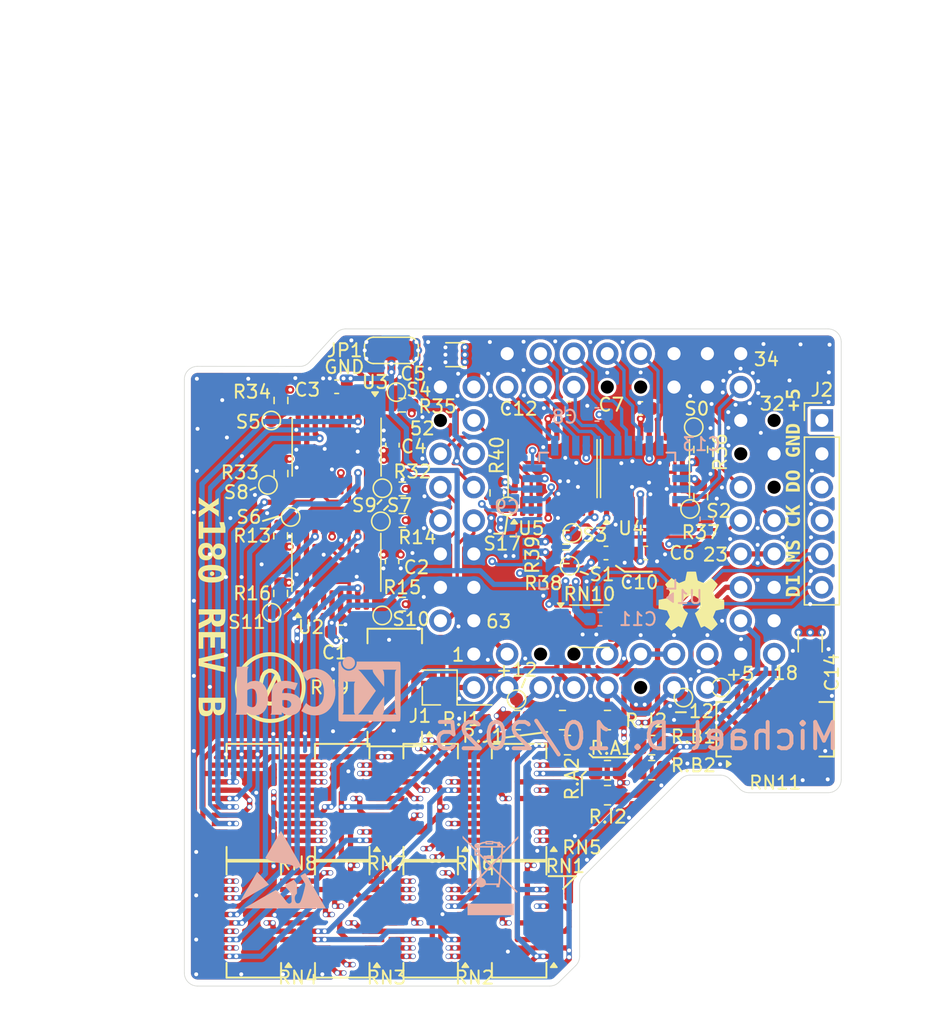
<source format=kicad_pcb>
(kicad_pcb (version 20241229) (generator "pcbnew") (generator_version "9.0")
  (title_block (title "Experimental U180 for 3458A A3 ADC") (date "2025-10-27") (rev "B"))
  (layers (0 "F.Cu" signal) (4 "In1.Cu" power "GND5+RN1-8") (6 "In2.Cu" power "GND4+VDD4") (8 "In3.Cu" signal) (10 "In4.Cu" power "GND2") (2 "B.Cu" signal) (13 "F.Paste" user) (15 "B.Paste" user) (5 "F.SilkS" user "F.Silkscreen") (7 "B.SilkS" user "B.Silkscreen") (1 "F.Mask" user) (3 "B.Mask" user) (25 "Edge.Cuts" user))
  (net 0 "")
  (net 1 "S0 RUSN3")
  (net 2 "S1 RUSN2")
  (net 3 "PIN9 -12_SUM")
  (net 4 "PIN2 +12_SUM")
  (net 5 "PIN3 +12_GND")
  (net 6 "PIN15 +5_SUM")
  (net 7 "PIN16 +5_REF")
  (net 8 "S2 RUSN1")
  (net 9 "S11 +12ref1 80k")
  (net 10 "PIN6 50K IN")
  (net 11 "PIN11 50K OUT")
  (net 12 "S10 +12ref1 20k")
  (net 13 "S9 +12ref2 80k")
  (net 14 "S8 +12ref2 20k")
  (net 15 "S7 -12ref1 80k")
  (net 16 "S6 -12ref1 20k")
  (net 17 "S5 -12ref2 80k")
  (net 18 "S4 -12ref2 20k")
  (net 19 "S3 LADSN")
  (net 20 "S17 ZERO")
  (net 21 "PIN55 SUM2")
  (net 22 "PIN56 SUM1")
  (net 23 "PIN54 SUM3")
  (net 24 "PIN47 ENR")
  (net 25 "PIN42 SLB")
  (net 26 "PIN33 XCK20")
  (net 27 "PIN43 RUS")
  (net 28 "PIN44 RUZ")
  (net 29 "GND2")
  (net 30 "GND")
  (net 31 "VDD")
  (net 32 "TDO")
  (net 33 "TDI")
  (net 34 "TMS")
  (net 35 "TCK")
  (net 36 "PIN45 RUR")
  (net 37 "PIN46 ENS")
  (net 38 "PIN40 SLA")
  (net 39 "PIN26 RUSN1")
  (net 40 "PIN25 RUSN2")
  (net 41 "PIN27 RUSN3")
  (net 42 "-12_REF")
  (net 43 "+12_REF")
  (net 44 "Net-(U3D-IN4)")
  (net 45 "Net-(U3C-IN3)")
  (net 46 "PIN23 LAD")
  (net 47 "PIN21 LADT1")
  (net 48 "PIN19 LADT2")
  (net 49 "PIN18 LADEXT")
  (net 50 "Net-(U4C-IN3)")
  (net 51 "Net-(U4B-IN2)")
  (net 52 "Net-(U4A-IN1)")
  (net 53 "Net-(U5B-IN2)")
  (net 54 "Net-(U5A-IN1)")
  (net 55 "Net-(U2D-IN4)")
  (net 56 "Net-(U2C-IN3)")
  (net 57 "Net-(U2B-IN2)")
  (net 58 "Net-(U2A-IN1)")
  (net 59 "Net-(U3A-IN1)")
  (net 60 "Net-(U3B-IN2)")
  (net 63 "PIN51 ZERO")
  (net 66 "Net-(RN1A-R1.1)")
  (net 67 "Net-(R.A1-Pad2)")
  (net 68 "Net-(RN6A-R1.2)")
  (net 69 "Net-(R.B1-Pad2)")
  (net 70 "Net-(R.J1-Pad2)")
  (net 71 "Net-(RN1F-R6.2)")
  (net 72 "Net-(RN1G-R7.2)")
  (net 73 "Net-(RN1C-R3.2)")
  (net 74 "Net-(RN1H-R8.2)")
  (net 75 "Net-(RN1J-R10.2)")
  (net 76 "Net-(RN1B-R2.2)")
  (net 77 "Net-(RN1I-R9.2)")
  (net 78 "Net-(RN1E-R5.2)")
  (net 79 "Net-(RN1A-R1.2)")
  (net 80 "Net-(RN1D-R4.2)")
  (net 81 "+12ref1 20k")
  (net 82 "Net-(RN2E-R5.2)")
  (net 83 "Net-(RN2F-R6.2)")
  (net 84 "Net-(RN2J-R10.2)")
  (net 85 "-12ref1 20k")
  (net 86 "Net-(RN2B-R2.2)")
  (net 87 "Net-(RN2A-R1.2)")
  (net 88 "Net-(RN2D-R4.2)")
  (net 89 "Net-(RN3F-R6.2)")
  (net 90 "Net-(RN3D-R4.2)")
  (net 91 "Net-(RN3G-R7.2)")
  (net 92 "Net-(RN3E-R5.2)")
  (net 93 "-12ref1 80k")
  (net 94 "+12ref1 80k")
  (net 95 "Net-(RN5H-R8.2)")
  (net 96 "Net-(RN5D-R4.2)")
  (net 97 "Net-(RN5B-R2.2)")
  (net 98 "Net-(RN5C-R3.2)")
  (net 99 "Net-(RN5F-R6.2)")
  (net 100 "Net-(RN5E-R5.2)")
  (net 101 "Net-(RN5G-R7.2)")
  (net 102 "Net-(RN5I-R9.2)")
  (net 103 "Net-(RN5A-R1.2)")
  (net 104 "Net-(RN5J-R10.2)")
  (net 105 "Net-(RN6E-R5.2)")
  (net 106 "+12ref2 20k")
  (net 107 "-12ref2 20k")
  (net 108 "Net-(RN6D-R4.2)")
  (net 109 "Net-(RN6F-R6.2)")
  (net 110 "Net-(RN7G-R7.2)")
  (net 111 "Net-(RN7E-R5.2)")
  (net 112 "Net-(RN7F-R6.2)")
  (net 113 "+12ref2 80k")
  (net 114 "-12ref2 80k")
  (net 115 "Net-(RN9-R10.2)")
  (net 116 "Net-(RN9-R1.1)")
  (net 117 "Net-(RN9-R2.2)")
  (net 118 "Net-(RN11-R5.2)")
  (net 119 "Net-(RN11-R1.2)")
  (net 120 "Net-(RN11-R10.2)")
  (net 121 "Net-(RN11-R3.1)")
  (net 122 "Net-(RN11-R2.1)")
  (net 123 "Net-(RN11-R4.2)")
  (net 124 "Net-(RN11-R6.1)")
  (net 125 "VSS")
  (net 126 "AGND")
  (footprint "MiDi:TestPoint_Pad_D1.0mm" (layer "F.Cu") (at 54.9402 58.7756)
    (property "Reference" "S6")
    (property "Value" "TestPoint_Small")
  )
  (footprint "MiDi:TestPoint_Pad_D1.0mm" (layer "F.Cu") (at 76.3778 59.9948)
    (property "Reference" "S3")
    (property "Value" "TestPoint_Small")
  )
  (footprint "Resistor_SMD:R_0603_1608Metric" (layer "F.Cu") (at 75.8952 60.325)
    (property "Reference" "R39")
    (property "Value" "22R")
  )
  (footprint "Resistor_SMD:R_0603_1608Metric" (layer "F.Cu") (at 63.43615 59.0393 180)
    (property "Reference" "R14")
    (property "Value" "22R")
  )
  (footprint "MiDi:TestPoint_Pad_D1.0mm" (layer "F.Cu") (at 62.992 49.276)
    (property "Reference" "S4")
    (property "Value" "TestPoint_Small")
  )
  (footprint "MiDi:TestPoint_Pad_D1.0mm" (layer "F.Cu") (at 53.467 51.435)
    (property "Reference" "S5")
    (property "Value" "TestPoint_Small")
  )
  (footprint "MiDi:TestPoint_Pad_D1.0mm" (layer "F.Cu") (at 53.4924 66.0654)
    (property "Reference" "S11")
    (property "Value" "TestPoint_Small")
  )
  (footprint "Resistor_SMD:R_0805_2012Metric" (layer "F.Cu") (at 75.6285 74.2315)
    (property "Reference" "R.J1")
    (property "Value" "300k")
  )
  (footprint "MiDi:TestPoint_Pad_D1.0mm" (layer "F.Cu") (at 85.6234 51.943)
    (property "Reference" "S0")
    (property "Value" "TestPoint_Small")
  )
  (footprint "Jumper:SolderJumper-3_P1.3mm_Open_RoundedPad1.0x1.5mm" (layer "F.Cu") (at 62.611 46.101 180)
    (property "Reference" "JP1")
    (property "Value" "SolderJumper_3_Open")
  )
  (footprint "Resistor_SMD:R_0805_2012Metric" (layer "F.Cu") (at 79.0575 74.2315)
    (property "Reference" "R.J2")
    (property "Value" "300k")
  )
  (footprint "Capacitor_SMD:C_0603_1608Metric" (layer "F.Cu") (at 62.6618 62.1792 90)
    (property "Reference" "C2")
    (property "Value" "100n")
  )
  (footprint "Resistor_SMD:R_0805_2012Metric" (layer "F.Cu") (at 79.0575 78.0415)
    (property "Reference" "R.A2")
    (property "Value" "300k")
  )
  (footprint "MiDi:TestPoint_Pad_D1.0mm" (layer "F.Cu") (at 61.9125 66.2686)
    (property "Reference" "S10")
    (property "Value" "TestPoint_Small")
  )
  (footprint "MiDi:TestPoint_Pad_D1.0mm" (layer "F.Cu") (at 53.213 56.3372)
    (property "Reference" "S8")
    (property "Value" "TestPoint_Small")
  )
  (footprint "Connector_PinHeader_2.54mm:PinHeader_1x06_P2.54mm_Vertical" (layer "F.Cu") (at 95.377 51.431013)
    (property "Reference" "J2")
    (property "Value" "Conn_01x06_Pin")
  )
  (footprint "Capacitor_SMD:C_0603_1608Metric" (layer "F.Cu") (at 76.1238 50.5206 180)
    (property "Reference" "C12")
    (property "Value" "100n")
  )
  (footprint "MiDi:SSOP-20_3.9x8.7mm_P0.635mm" (layer "F.Cu") (at 52.137 80.518 180)
    (property "Reference" "RN8")
    (property "Value" "OSOP 20k")
  )
  (footprint "Resistor_SMD:R_0603_1608Metric" (layer "F.Cu") (at 75.8952 61.7982)
    (property "Reference" "R38")
    (property "Value" "22R")
  )
  (footprint "MiDi:SSOP-20_3.9x8.7mm_P0.635mm" (layer "F.Cu") (at 72.3335 89.3445 180)
    (property "Reference" "RN1")
    (property "Value" "OSOP 20k")
  )
  (footprint "Resistor_SMD:R_0603_1608Metric" (layer "F.Cu") (at 86.1568 57.2262 -90)
    (property "Reference" "R37")
    (property "Value" "22R")
  )
  (footprint "Resistor_SMD:R_0805_2012Metric" (layer "F.Cu") (at 79.0575 79.9465)
    (property "Reference" "R.I2")
    (property "Value" "100k")
  )
  (footprint "OSHW-logo_silkscreen-front_5mm" (layer "F.Cu") (at 85.4456 65.1764)
    (property "Reference" "G***" (hide yes))
    (property "Value" "OSHW-logo_silkscreen-front_5mm" (hide yes))
  )
  (footprint "MiDi:SSOP-20_3.9x8.7mm_P0.635mm" (layer "F.Cu") (at 91.821 74.93 90)
    (property "Reference" "RN11")
    (property "Value" "OSOP 5k")
  )
  (footprint "MiDi:SSOP-20_3.9x8.7mm_P0.635mm" (layer "F.Cu") (at 52.137 89.3445 180)
    (property "Reference" "RN4")
    (property "Value" "OSOP 20k")
  )
  (footprint "MiDi:SSOP-20_3.9x8.7mm_P0.635mm" (layer "F.Cu") (at 65.599 89.3445 180)
    (property "Reference" "RN2")
    (property "Value" "OSOP 20k")
  )
  (footprint "Capacitor_SMD:C_0603_1608Metric" (layer "F.Cu") (at 78.9432 61.5188)
    (property "Reference" "C10")
    (property "Value" "100n")
  )
  (footprint "MiDi:U180_HEADER_64P" (layer "F.Cu") (at 91.7418 71.751013 180)
    (property "Reference" "J1")
    (property "Value" "U180 Header" (hide yes))
  )
  (footprint "Package_SO:TSSOP-20_4.4x6.5mm_P0.65mm" (layer "F.Cu") (at 74.8792 55.1023 90)
    (property "Reference" "U5")
    (property "Value" "ADG734")
  )
  (footprint "MiDi:TestPoint_Pad_D1.0mm" (layer "F.Cu") (at 76.1746 62.484)
    (property "Reference" "S1")
    (property "Value" "TestPoint_Small")
  )
  (footprint "Package_SO:MSOP-8-1EP_3x3mm_P0.65mm_EP1.68x1.88mm" (layer "F.Cu") (at 77.685 67.094)
    (property "Reference" "RN10")
    (property "Value" "LT5400 10k")
  )
  (footprint "Resistor_SMD:R_0603_1608Metric" (layer "F.Cu") (at 54.1782 60.2077 90)
    (property "Reference" "R13")
    (property "Value" "22R")
  )
  (footprint "Resistor_SMD:R_0805_2012Metric" (layer "F.Cu") (at 82.423 76.1365 180)
    (property "Reference" "R.B1")
    (property "Value" "300k")
  )
  (footprint "Resistor_SMD:R_0805_2012Metric" (layer "F.Cu") (at 76.0095 76.1365)
    (property "Reference" "R.A1")
    (property "Value" "300k")
  )
  (footprint "MiDi:SSOP-20_3.9x8.7mm_P0.635mm" (layer "F.Cu") (at 58.868 89.3445 180)
    (property "Reference" "RN3")
    (property "Value" "OSOP 20k")
  )
  (footprint "Capacitor_SMD:C_0603_1608Metric" (layer "F.Cu") (at 58.4454 48.8696 180)
    (property "Reference" "C3")
    (property "Value" "100n")
  )
  (footprint "Capacitor_SMD:C_0603_1608Metric" (layer "F.Cu") (at 81.5848 50.5206)
    (property "Reference" "C7")
    (property "Value" "100n")
  )
  (footprint "Resistor_SMD:R_0603_1608Metric" (layer "F.Cu") (at 63.436 56.642 180)
    (property "Reference" "R32")
    (property "Value" "22R")
  )
  (footprint "Resistor_SMD:R_0603_1608Metric" (layer "F.Cu") (at 54.1782 64.5922 -90)
    (property "Reference" "R16")
    (property "Value" "22R")
  )
  (footprint "MiDi:SSOP-20_3.9x8.7mm_P0.635mm" (layer "F.Cu") (at 62.865 71.755 180)
    (property "Reference" "RN9")
    (property "Value" "OSOP 5k")
  )
  (footprint "Capacitor_SMD:C_1206_3216Metric" (layer "F.Cu") (at 94.488 68.326 90)
    (property "Reference" "C14")
    (property "Value" "100n")
  )
  (footprint "Resistor_SMD:R_0603_1608Metric" (layer "F.Cu") (at 86.1568 53.6448 90)
    (property "Reference" "R36")
    (property "Value" "22R")
  )
  (footprint "Resistor_SMD:R_0603_1608Metric" (layer "F.Cu") (at 70.6374 56.9468 -90)
    (property "Reference" "R40")
    (property "Value" "22R")
  )
  (footprint "Resistor_SMD:R_0603_1608Metric" (layer "F.Cu") (at 54.2036 55.4736 -90)
    (property "Reference" "R33")
    (property "Value" "22R")
  )
  (footprint "MiDi:TestPoint_Pad_D1.0mm" (layer "F.Cu") (at 87.6935 71.755)
    (property "Reference" "+5")
    (property "Value" "TestPoint_Small")
  )
  (footprint "Package_SO:TSSOP-20_4.4x6.5mm_P0.65mm" (layer "F.Cu") (at 81.915 55.0926 90)
    (property "Reference" "U4")
    (property "Value" "ADG734")
  )
  (footprint "Package_SO:TSSOP-20_4.4x6.5mm_P0.65mm" (layer "F.Cu") (at 58.41985 62.23 90)
    (property "Reference" "U2")
    (property "Value" "ADG734")
  )
  (footprint "Package_SO:TSSOP-20_4.4x6.5mm_P0.65mm" (layer "F.Cu") (at 58.44035 53.4585 -90)
    (property "Reference" "U3")
    (property "Value" "ADG734")
  )
  (footprint "Capacitor_SMD:C_0603_1608Metric" (layer "F.Cu") (at 81.9658 61.5188)
    (property "Reference" "C6")
    (property "Value" "100n")
  )
  (footprint "MiDi:TestPoint_Pad_D1.0mm" (layer "F.Cu") (at 71.4502 57.9628)
    (property "Reference" "S17")
    (property "Value" "TestPoint_Small")
  )
  (footprint "Resistor_SMD:R_0805_2012Metric" (layer "F.Cu") (at 72.1995 74.2315 180)
    (property "Reference" "R.I1")
    (property "Value" "100k")
  )
  (footprint "MiDi:TestPoint_Pad_D1.0mm" (layer "F.Cu") (at 85.344 58.166)
    (property "Reference" "S2")
    (property "Value" "TestPoint_Small")
  )
  (footprint "Resistor_SMD:R_0603_1608Metric" (layer "F.Cu") (at 63.43615 65.4147 180)
    (property "Reference" "R15")
    (property "Value" "22R")
  )
  (footprint "MiDi:TestPoint_Pad_D1.0mm" (layer "F.Cu") (at 61.80485 59.1058)
    (property "Reference" "S7")
    (property "Value" "TestPoint_Small")
  )
  (footprint "Capacitor_SMD:C_0603_1608Metric" (layer "F.Cu") (at 58.7756 67.5132)
    (property "Reference" "C1")
    (property "Value" "100n")
  )
  (footprint "MiDi:SSOP-20_3.9x8.7mm_P0.635mm" (layer "F.Cu") (at 58.868 80.518 180)
    (property "Reference" "RN7")
    (property "Value" "OSOP 20k")
  )
  (footprint "Capacitor_SMD:C_0603_1608Metric" (layer "F.Cu") (at 62.6872 53.3146 -90)
    (property "Reference" "C4")
    (property "Value" "100n")
  )
  (footprint "Capacitor_SMD:C_1206_3216Metric" (layer "F.Cu") (at 67.4624 46.4312)
    (property "Reference" "C5")
    (property "Value" "10u")
  )
  (footprint "MiDi:TestPoint_Pad_D1.0mm" (layer "F.Cu") (at 61.9252 56.5912)
    (property "Reference" "S9")
    (property "Value" "TestPoint_Small")
  )
  (footprint "Resistor_SMD:R_0805_2012Metric" (layer "F.Cu") (at 82.423 78.0415)
    (property "Reference" "R.B2")
    (property "Value" "300k")
  )
  (footprint "MiDi:TestPoint_Pad_D1.0mm" (layer "F.Cu") (at 84.836 72.517)
    (property "Reference" "-12")
    (property "Value" "TestPoint_Small")
  )
  (footprint "Resistor_SMD:R_0603_1608Metric" (layer "F.Cu") (at 54.2036 49.911 -90)
    (property "Reference" "R34")
    (property "Value" "22R")
  )
  (footprint "Resistor_SMD:R_0603_1608Metric" (layer "F.Cu") (at 63.436 50.2666 180)
    (property "Reference" "R35")
    (property "Value" "22R")
  )
  (footprint "MiDi:TestPoint_Pad_D1.0mm" (layer "F.Cu") (at 72.136 72.644)
    (property "Reference" "+12")
    (property "Value" "TestPoint_Small")
  )
  (footprint "MiDi:SSOP-20_3.9x8.7mm_P0.635mm" (layer "F.Cu") (at 65.599 80.518 180)
    (property "Reference" "RN6")
    (property "Value" "OSOP 20k")
  )
  (footprint "MiDi:SSOP-20_3.9x8.7mm_P0.635mm" (layer "F.Cu") (at 72.33 80.518 180)
    (property "Reference" "RN5")
    (property "Value" "OSOP 20k")
  )
  (footprint "Capacitor_SMD:C_0603_1608Metric" (layer "B.Cu") (at 78.2574 50.9778 180)
    (property "Reference" "C8")
    (property "Value" "100n")
  )
  (footprint "Symbol:ESD-Logo_6.6x6mm_SilkScreen" (layer "B.Cu") (at 54.356 85.598 180)
    (property "Reference" "REF**" (hide yes))
    (property "Value" "ESD-Logo_6.6x6mm_SilkScreen" (hide yes))
  )
  (footprint "Symbol:WEEE-Logo_4.2x6mm_SilkScreen" (layer "B.Cu") (at 70.1548 86.0552 180)
    (property "Reference" "REF**" (hide yes))
    (property "Value" "WEEE-Logo_4.2x6mm_SilkScreen" (hide yes))
  )
  (footprint "Capacitor_SMD:C_0603_1608Metric" (layer "B.Cu") (at 78.486 66.548)
    (property "Reference" "C11")
    (property "Value" "100n")
  )
  (footprint "Capacitor_SMD:C_0603_1608Metric" (layer "B.Cu") (at 86.614 58.928 90)
    (property "Reference" "C13")
    (property "Value" "100n")
  )
  (footprint "Symbol:KiCad-Logo_5mm_SilkScreen" (layer "B.Cu") (at 57.023 72.39 180)
    (property "Reference" "REF**" (hide yes))
    (property "Value" "KiCad-Logo_5mm_SilkScreen" (hide yes))
  )
  (footprint "Package_QFP:TQFP-44_10x10mm_P0.8mm" (layer "B.Cu") (at 79.0448 59.055 90)
    (property "Reference" "U1")
    (property "Value" "ATF1502AS-7A")
  )
  (footprint "Capacitor_SMD:C_0603_1608Metric" (layer "B.Cu") (at 71.6026 60.1726 -90)
    (property "Reference" "C9")
    (property "Value" "100n")
  )
  (gr_rect (start 61.4045 56.2737) (end 62.4459 56.9087) (stroke (width 0.4)) (fill yes) (layer "F.Cu") (net 44))
  (gr_rect (start 70.9803 57.5691) (end 71.8693 58.2676) (stroke (width 0.4)) (fill yes) (layer "F.Cu") (net 54))
  (gr_rect (start 54.6227 58.7756) (end 55.4863 59.5249) (stroke (width 0.4)) (fill yes) (layer "F.Cu") (net 55))
  (gr_rect (start 61.6458 65.6336) (end 62.0014 66.0908) (stroke (width 1)) (fill yes) (layer "F.Cu") (net 57))
  (gr_rect (start 61.3918 58.7756) (end 62.4332 59.4106) (stroke (width 0.4)) (fill yes) (layer "F.Cu") (net 56))
  (gr_rect (start 84.963 57.8358) (end 85.852 58.4835) (stroke (width 0.4)) (fill yes) (layer "F.Cu") (net 51))
  (gr_rect (start 75.9587 61.7474) (end 76.6191 62.2173) (stroke (width 0.4)) (fill yes) (layer "F.Cu") (net 52))
  (gr_rect (start 84.8614 51.5112) (end 85.6234 52.959) (fill yes) (layer "F.Cu") (net 50))
  (gr_line (start 77.1144 79.9592) (end 77.1144 78.4352) (stroke (width 0.15)) (layer "F.SilkS"))
  (gr_line (start 72.7964 71.12) (end 72.5424 71.7296) (stroke (width 0.15)) (layer "F.SilkS"))
  (gr_line (start 70.4342 60.0456) (end 71.247 60.0456) (stroke (width 0.15)) (layer "F.SilkS"))
  (gr_circle (center 53.3908 71.755) (end 50.8508 71.755) (stroke (width 0.3)) (fill no) (layer "F.SilkS"))
  (gr_line (start 80.3656 62.9412) (end 79.7052 62.484) (stroke (width 0.15)) (layer "F.SilkS"))
  (gr_line (start 77.9526 77.0636) (end 77.6732 76.8096) (stroke (width 0.15)) (layer "F.SilkS"))
  (gr_line (start 62.357 57.9374) (end 62.0522 58.2422) (stroke (width 0.15)) (layer "F.SilkS"))
  (gr_line (start 76.6572 86.106) (end 75.692 87.0712) (stroke (width 0.15)) (layer "F.SilkS"))
  (gr_line (start 77.9526 77.0636) (end 80.5688 77.0636) (stroke (width 0.15)) (layer "F.SilkS"))
  (gr_line (start 51.8795 56.7182) (end 52.2605 56.5404) (stroke (width 0.15)) (layer "F.SilkS"))
  (gr_line (start 77.1144 78.4352) (end 77.4192 78.1304) (stroke (width 0.15)) (layer "F.SilkS"))
  (gr_line (start 74.5744 86.106) (end 76.6572 86.106) (stroke (width 0.15)) (layer "F.SilkS"))
  (gr_line (start 71.247 60.0456) (end 71.4502 58.674) (stroke (width 0.15)) (layer "F.SilkS"))
  (gr_line (start 52.832 59.0804) (end 54.0004 58.7248) (stroke (width 0.15)) (layer "F.SilkS"))
  (gr_line (start 61.849 57.4802) (end 61.5442 57.785) (stroke (width 0.15)) (layer "F.SilkS"))
  (gr_line (start 71.247 75.565) (end 74.4728 75.1332) (stroke (width 0.15)) (layer "F.SilkS"))
  (gr_line (start 77.0128 62.9412) (end 77.5716 63.1444) (stroke (width 0.15)) (layer "F.SilkS"))
  (gr_line (start 80.3656 62.9412) (end 82.4484 62.9412) (stroke (width 0.15)) (layer "F.SilkS"))
  (gr_line (start 53.848 70.866) (end 52.9336 72.6948) (stroke (width 0.3)) (layer "F.SilkS"))
  (gr_arc (start 87.660286 78.4225) (mid 88.042969 78.49862) (end 88.367393 78.715393) (stroke (width 0.05)) (layer "Edge.Cuts"))
  (gr_arc (start 89.822214 79.756) (mid 89.439531 79.67988) (end 89.115107 79.463107) (stroke (width 0.05)) (layer "Edge.Cuts"))
  (gr_line (start 89.822214 79.756) (end 95.8493 79.756) (stroke (width 0.05)) (layer "Edge.Cuts"))
  (gr_arc (start 46.8493 48.316234) (mid 47.142581 47.60874) (end 47.850396 47.316235) (stroke (width 0.05)) (layer "Edge.Cuts"))
  (gr_arc (start 96.8493 78.756) (mid 96.556407 79.463107) (end 95.8493 79.756) (stroke (width 0.05)) (layer "Edge.Cuts"))
  (gr_arc (start 75.359632 94.17834) (mid 75.036551 94.392316) (end 74.65638 94.4674) (stroke (width 0.05)) (layer "Edge.Cuts"))
  (gr_line (start 85.340085 78.4225) (end 87.660286 78.4225) (stroke (width 0.05)) (layer "Edge.Cuts"))
  (gr_arc (start 47.8493 94.4674) (mid 47.142193 94.174507) (end 46.8493 93.4674) (stroke (width 0.05)) (layer "Edge.Cuts"))
  (gr_line (start 47.8493 94.4674) (end 74.65638 94.4674) (stroke (width 0.05)) (layer "Edge.Cuts"))
  (gr_line (start 75.359632 94.17834) (end 76.639852 92.911965) (stroke (width 0.05)) (layer "Edge.Cuts"))
  (gr_line (start 77.229528 86.118122) (end 84.633013 78.715359) (stroke (width 0.05)) (layer "Edge.Cuts"))
  (gr_line (start 55.625765 47.324755) (end 47.850396 47.316235) (stroke (width 0.05)) (layer "Edge.Cuts"))
  (gr_line (start 46.8493 48.316234) (end 46.8493 93.4674) (stroke (width 0.05)) (layer "Edge.Cuts"))
  (gr_arc (start 76.9366 86.825263) (mid 77.01273 86.442557) (end 77.229528 86.118122) (stroke (width 0.05)) (layer "Edge.Cuts"))
  (gr_arc (start 58.398149 44.79074) (mid 58.732173 44.552235) (end 59.133869 44.468008) (stroke (width 0.05)) (layer "Edge.Cuts"))
  (gr_arc (start 84.633013 78.715359) (mid 84.957424 78.498611) (end 85.340085 78.4225) (stroke (width 0.05)) (layer "Edge.Cuts"))
  (gr_line (start 96.8493 78.756) (end 96.8493 45.467399) (stroke (width 0.05)) (layer "Edge.Cuts"))
  (gr_line (start 76.9366 92.201024) (end 76.9366 86.825263) (stroke (width 0.05)) (layer "Edge.Cuts"))
  (gr_line (start 58.398149 44.79074) (end 56.362598 47.002022) (stroke (width 0.05)) (layer "Edge.Cuts"))
  (gr_arc (start 76.9366 92.201024) (mid 76.859436 92.586218) (end 76.639852 92.911965) (stroke (width 0.05)) (layer "Edge.Cuts"))
  (gr_line (start 88.367393 78.715393) (end 89.115107 79.463107) (stroke (width 0.05)) (layer "Edge.Cuts"))
  (gr_line (start 95.849283 44.467399) (end 59.133869 44.468008) (stroke (width 0.05)) (layer "Edge.Cuts"))
  (gr_arc (start 56.362598 47.002022) (mid 56.028063 47.240744) (end 55.625765 47.324755) (stroke (width 0.05)) (layer "Edge.Cuts"))
  (gr_arc (start 95.849283 44.467399) (mid 96.556401 44.760286) (end 96.8493 45.467399) (stroke (width 0.05)) (layer "Edge.Cuts"))
  (gr_text "0" (at 53.3908 71.616 180) (layer "F.SilkS") (effects (font (size 2.5 2.5) (thickness 0.3))))
  (gr_text "34" (at 90.1065 47.371 0) (layer "F.SilkS") (effects (font (size 1 1)) (justify left bottom)))
  (gr_text "23" (at 86.233 62.23 0) (layer "F.SilkS") (effects (font (size 1 1)) (justify left bottom)))
  (gr_text "1" (at 67.1195 69.85 0) (layer "F.SilkS") (effects (font (size 1 1)) (justify left bottom)))
  (gr_text "18" (at 91.567 71.247 0) (layer "F.SilkS") (effects (font (size 1 1)) (justify left bottom)))
  (gr_text "DI MS CK DO GND +5" (at 93.8784 64.897 90) (layer "F.SilkS") (effects (font (size 1.05 1.05) (thickness 0.21) (bold yes)) (justify left bottom)))
  (gr_text "52" (at 63.9064 52.6288 0) (layer "F.SilkS") (effects (font (size 1 1)) (justify left bottom)))
  (gr_text "32" (at 90.551 50.7492 0) (layer "F.SilkS") (effects (font (size 1 1)) (justify left bottom)))
  (gr_text "x180 REV B" (at 48.768 74.041 270) (layer "F.SilkS") (effects (font (size 2 2) (thickness 0.3048) (bold yes)) (justify right)))
  (gr_text "GND" (at 57.404 47.9552 0) (layer "F.SilkS") (effects (font (size 1 1)) (justify left bottom)))
  (gr_text "63" (at 69.723 67.31 0) (layer "F.SilkS") (effects (font (size 1 1)) (justify left bottom)))
  (gr_text "Michael D. 10/2025" (at 96.8756 76.6318 0) (layer "B.SilkS") (effects (font (size 2 2) (thickness 0.3)) (justify left bottom mirror)))
  (segment (start 86.0166 54.61) (end 86.1568 54.4698) (width 0.6) (layer "F.Cu") (net 1))
  (segment (start 85.4964 54.61) (end 86.0166 54.61) (width 0.6) (layer "F.Cu") (net 1))
  (via (at 85.4964 54.61) (size 0.6) (drill 0.3) (layers "F.Cu" "B.Cu") (remove_unused_layers yes) (net 1))
  (segment (start 85.4964 54.61) (end 85.0514 55.055) (width 0.25) (layer "B.Cu") (net 1))
  (segment (start 85.0514 55.055) (end 84.7448 55.055) (width 0.25) (layer "B.Cu") (net 1))
  (segment (start 74.6636 61.7982) (end 74.3204 61.455) (width 0.6) (layer "F.Cu") (net 2))
  (segment (start 75.0702 61.7982) (end 74.6636 61.7982) (width 0.6) (layer "F.Cu") (net 2))
  (segment (start 75.0327 61.7982) (end 75.0702 61.7982) (width 0.25) (layer "F.Cu") (net 2))
  (via (at 74.3204 61.455) (size 0.6) (drill 0.3) (layers "F.Cu" "B.Cu") (remove_unused_layers yes) (net 2))
  (segment (start 74.3204 61.455) (end 73.3448 61.455) (width 0.55) (layer "B.Cu") (net 2))
  (segment (start 79.835 67.419) (end 79.835 68.069) (width 0.4) (layer "F.Cu") (net 3))
  (segment (start 79.835 66.119) (end 79.835 67.419) (width 0.4) (layer "F.Cu") (net 3))
  (segment (start 79.835 68.417813) (end 79.0418 69.211013) (width 0.4) (layer "F.Cu") (net 3))
  (segment (start 79.835 68.069) (end 79.835 68.417813) (width 0.4) (layer "F.Cu") (net 3))
  (segment (start 66.227 68.8975) (end 66.513 69.1835) (width 0.4) (layer "F.Cu") (net 4))
  (segment (start 65.465 69.5325) (end 66.513 69.5325) (width 0.4) (layer "F.Cu") (net 4))
  (segment (start 66.513 70.1675) (end 66.513 71.1715) (width 0.4) (layer "F.Cu") (net 4))
  (segment (start 67.092513 71.751013) (end 66.513 71.1715) (width 0.4) (layer "F.Cu") (net 4))
  (segment (start 65.585 68.8975) (end 66.227 68.8975) (width 0.4) (layer "F.Cu") (net 4))
  (segment (start 66.513 71.1715) (end 66.247 71.4375) (width 0.4) (layer "F.Cu") (net 4))
  (segment (start 68.8818 71.751013) (end 67.092513 71.751013) (width 0.4) (layer "F.Cu") (net 4))
  (segment (start 65.465 70.1675) (end 66.513 70.1675) (width 0.4) (layer "F.Cu") (net 4))
  (segment (start 66.513 69.5325) (end 66.513 70.1675) (width 0.4) (layer "F.Cu") (net 4))
  (segment (start 66.247 71.4375) (end 65.585 71.4375) (width 0.4) (layer "F.Cu") (net 4))
  (segment (start 66.513 69.1835) (end 66.513 69.5325) (width 0.4) (layer "F.Cu") (net 4))
  (segment (start 61.147 74.6125) (end 61.401 74.3585) (width 0.4) (layer "F.Cu") (net 5))
  (segment (start 61.401 73.5965) (end 61.147 73.3425) (width 0.4) (layer "F.Cu") (net 5))
  (segment (start 70.155787 67.945) (end 71.4218 69.211013) (width 0.4) (layer "F.Cu") (net 5))
  (segment (start 61.401 73.5365) (end 62.484 72.4535) (width 0.4) (layer "F.Cu") (net 5))
  (segment (start 62.484 69.85) (end 64.389 67.945) (width 0.4) (layer "F.Cu") (net 5))
  (segment (start 62.484 72.4535) (end 62.484 69.85) (width 0.4) (layer "F.Cu") (net 5))
  (segment (start 64.389 67.945) (end 70.155787 67.945) (width 0.4) (layer "F.Cu") (net 5))
  (segment (start 61.401 73.5965) (end 61.401 73.5365) (width 0.4) (layer "F.Cu") (net 5))
  (segment (start 61.401 74.3585) (end 61.401 73.5965) (width 0.4) (layer "F.Cu") (net 5))
  (segment (start 60.385 74.6125) (end 61.147 74.6125) (width 0.4) (layer "F.Cu") (net 5))
  (segment (start 61.147 73.3425) (end 60.385 73.3425) (width 0.4) (layer "F.Cu") (net 5))
  (segment (start 88.126287 70.6755) (end 86.6618 69.211013) (width 0.4) (layer "F.Cu") (net 6))
  (segment (start 95.4405 73.8505) (end 95.4405 71.0565) (width 0.4) (layer "F.Cu") (net 6))
  (segment (start 95.4405 70.6755) (end 94.996 70.231) (width 0.4) (layer "F.Cu") (net 6))
  (segment (start 95.4405 71.0565) (end 95.4405 70.6755) (width 0.4) (layer "F.Cu") (net 6))
  (segment (start 92.9005 70.231) (end 92.456 70.6755) (width 0.4) (layer "F.Cu") (net 6))
  (segment (start 94.0435 77.53) (end 94.6785 77.53) (width 0.4) (layer "F.Cu") (net 6))
  (segment (start 94.6785 77.53) (end 94.6785 74.6125) (width 0.4) (layer "F.Cu") (net 6))
  (segment (start 94.6785 74.6125) (end 95.4405 73.8505) (width 0.4) (layer "F.Cu") (net 6))
  (segment (start 92.456 70.6755) (end 88.126287 70.6755) (width 0.4) (layer "F.Cu") (net 6))
  (segment (start 94.996 70.231) (end 92.9005 70.231) (width 0.4) (layer "F.Cu") (net 6))
  (segment (start 89.5985 71.5645) (end 89.3445 71.3105) (width 0.4) (layer "F.Cu") (net 7))
  (segment (start 88.3285 71.3105) (end 87.884 71.755) (width 0.4) (layer "F.Cu") (net 7))
  (segment (start 89.5985 72.33) (end 89.5985 71.5645) (width 0.4) (layer "F.Cu") (net 7))
  (segment (start 89.3445 71.3105) (end 88.3285 71.3105) (width 0.4) (layer "F.Cu") (net 7))
  (segment (start 87.6935 71.755) (end 87.689513 71.751013) (width 0.4) (layer "F.Cu") (net 7))
  (segment (start 87.689513 71.751013) (end 86.6618 71.751013) (width 0.4) (layer "F.Cu") (net 7))
  (segment (start 87.884 71.755) (end 87.6935 71.755) (width 0.4) (layer "F.Cu") (net 7))
  (segment (start 93.599 67.564) (end 95.377 67.564) (width 0.6) (layer "F.Cu") (net 7))
  (via (at 93.599 67.564) (size 0.6) (drill 0.3) (layers "F.Cu" "B.Cu") (net 7))
  (via (at 95.377 67.564) (size 0.6) (drill 0.3) (layers "F.Cu" "B.Cu") (net 7))
  (via (at 94.488 67.564) (size 0.6) (drill 0.3) (layers "F.Cu" "B.Cu") (net 7))
  (segment (start 85.6742 55.9186) (end 86.1568 56.4012) (width 0.6) (layer "F.Cu") (net 8))
  (segment (start 85.6742 55.88) (end 85.6742 55.9186) (width 0.6) (layer "F.Cu") (net 8))
  (via (at 85.6742 55.88) (size 0.6) (drill 0.3) (layers "F.Cu" "B.Cu") (remove_unused_layers yes) (net 8))
  (segment (start 85.6742 55.88) (end 85.6492 55.855) (width 0.25) (layer "B.Cu") (net 8))
  (segment (start 85.6492 55.855) (end 84.7073 55.855) (width 0.25) (layer "B.Cu") (net 8))
  (segment (start 54.8132 63.7794) (end 54.1904 63.7794) (width 0.6) (layer "F.Cu") (net 9))
  (segment (start 54.1904 63.7794) (end 54.1782 63.7672) (width 0.6) (layer "F.Cu") (net 9))
  (via (at 75.8698 63.6524) (size 0.6) (drill 0.3) (layers "F.Cu" "B.Cu") (remove_unused_layers yes) (net 9))
  (via (at 54.8132 63.7794) (size 0.6) (drill 0.3) (layers "F.Cu" "B.Cu") (remove_unused_layers yes) (net 9))
  (segment (start 75.8698 63.6524) (end 75.8448 63.6774) (width 0.55) (layer "B.Cu") (net 9))
  (segment (start 75.8698 63.6524) (end 75.8698 64.6925) (width 0.25) (layer "B.Cu") (net 9))
  (segment (start 75.8448 63.6774) (end 75.8448 64.755) (width 0.55) (layer "B.Cu") (net 9))
  (segment (start 75.8698 64.6925) (end 75.8448 64.7175) (width 0.25) (layer "B.Cu") (net 9))
  (segment (start 74.9265 88.392) (end 75.819 88.392) (width 0.4) (layer "F.Cu") (net 10))
  (segment (start 75.819 90.297) (end 74.9265 90.297) (width 0.4) (layer "F.Cu") (net 10))
  (segment (start 76.1365 88.7095) (end 76.1365 89.9795) (width 0.4) (layer "F.Cu") (net 10))
  (segment (start 74.9335 88.392) (end 73.667 88.392) (width 0.4) (layer "F.Cu") (net 10))
  (segment (start 76.1365 89.9795) (end 75.819 90.297) (width 0.4) (layer "F.Cu") (net 10))
  (segment (start 75.819 88.392) (end 76.1365 88.7095) (width 0.4) (layer "F.Cu") (net 10))
  (segment (start 68.199 88.392) (end 66.936 88.392) (width 0.4) (layer "F.Cu") (net 10))
  (via (at 73.667 88.392) (size 0.4) (drill 0.3) (layers "F.Cu" "B.Cu") (net 10))
  (via (at 67.444 88.392) (size 0.4) (drill 0.3) (layers "F.Cu" "B.Cu") (net 10))
  (via (at 66.936 88.392) (size 0.4) (drill 0.3) (layers "F.Cu" "B.Cu") (net 10))
  (via (at 74.175 88.392) (size 0.4) (drill 0.3) (layers "F.Cu" "B.Cu") (net 10))
  (segment (start 67.7545 88.392) (end 66.936 88.392) (width 0.4) (layer "B.Cu") (net 10))
  (segment (start 73.667 88.392) (end 74.175 88.392) (width 0.4) (layer "B.Cu") (net 10))
  (segment (start 68.8975 76.815313) (end 68.8975 87.249) (width 0.4) (layer "B.Cu") (net 10))
  (segment (start 73.9618 71.751013) (end 68.8975 76.815313) (width 0.4) (layer "B.Cu") (net 10))
  (segment (start 68.8975 87.249) (end 67.7545 88.392) (width 0.4) (layer "B.Cu") (net 10))
  (segment (start 57.1119 81.4705) (end 56.268 81.4705) (width 0.4) (layer "F.Cu") (net 11))
  (segment (start 51.054 79.5655) (end 49.537 79.5655) (width 0.4) (layer "F.Cu") (net 11))
  (segment (start 51.816 80.8355) (end 51.816 80.3275) (width 0.4) (layer "F.Cu") (net 11))
  (segment (start 51.816 80.3275) (end 51.054 79.5655) (width 0.4) (layer "F.Cu") (net 11))
  (segment (start 57.531 81.0514) (end 57.1119 81.4705) (width 0.4) (layer "F.Cu") (net 11))
  (segment (start 51.181 81.4705) (end 51.816 80.8355) (width 0.4) (layer "F.Cu") (net 11))
  (segment (start 57.531 80.8355) (end 57.531 81.0514) (width 0.4) (layer "F.Cu") (net 11))
  (segment (start 57.531 80.8355) (end 58.039 80.8355) (width 0.4) (layer "F.Cu") (net 11))
  (segment (start 49.537 81.4705) (end 51.181 81.4705) (width 0.4) (layer "F.Cu") (net 11))
  (via (at 58.039 80.8355) (size 0.4) (drill 0.3) (layers "F.Cu" "B.Cu") (net 11))
  (via (at 51.816 80.3275) (size 0.4) (drill 0.3) (layers "F.Cu" "B.Cu") (net 11))
  (via (at 57.531 80.8355) (size 0.4) (drill 0.3) (layers "F.Cu" "B.Cu") (net 11))
  (via (at 51.816 80.8355) (size 0.4) (drill 0.3) (layers "F.Cu" "B.Cu") (net 11))
  (segment (start 58.2295 77.6605) (end 58.2295 80.645) (width 0.4) (layer "B.Cu") (net 11))
  (segment (start 58.2295 80.645) (end 58.039 80.8355) (width 0.4) (layer "B.Cu") (net 11))
  (segment (start 80.315787 70.485) (end 65.405 70.485) (width 0.4) (layer "B.Cu") (net 11))
  (segment (start 58.039 80.8355) (end 57.531 80.8355) (width 0.4) (layer "B.Cu") (net 11))
  (segment (start 81.5818 69.211013) (end 81.5818 69.218987) (width 0.4) (layer "B.Cu") (net 11))
  (segment (start 65.405 70.485) (end 58.2295 77.6605) (width 0.4) (layer "B.Cu") (net 11))
  (segment (start 81.5818 69.218987) (end 80.315787 70.485) (width 0.4) (layer "B.Cu") (net 11))
  (segment (start 84.1218 69.211013) (end 81.5818 69.211013) (width 0.4) (layer "B.Cu") (net 11))
  (segment (start 64.261148 65.414702) (end 64.26115 65.4147) (width 0.6) (layer "F.Cu") (net 12))
  (segment (start 64.121798 65.414702) (end 64.1218 65.4147) (width 0.4) (layer "F.Cu") (net 12))
  (segment (start 63.69015 65.414702) (end 64.261148 65.414702) (width 0.6) (layer "F.Cu") (net 12))
  (segment (start 63.69015 65.414702) (end 64.121798 65.414702) (width 0.4) (layer "F.Cu") (net 12))
  (via (at 63.69015 65.414702) (size 0.6) (drill 0.3) (layers "F.Cu" "B.Cu") (remove_unused_layers yes) (net 12))
  (via (at 74.6125 65.405) (size 0.6) (drill 0.3) (layers "F.Cu" "B.Cu") (remove_unused_layers yes) (net 12))
  (segment (start 75.0448 64.9727) (end 75.0448 64.755) (width 0.55) (layer "B.Cu") (net 12))
  (segment (start 74.6125 65.405) (end 75.0448 64.9727) (width 0.55) (layer "B.Cu") (net 12))
  (segment (start 75.0448 64.7175) (end 75.0448 64.755) (width 0.25) (layer "B.Cu") (net 12))
  (segment (start 63.5508 56.642) (end 64.12165 56.642) (width 0.25) (layer "F.Cu") (net 13))
  (segment (start 63.69015 56.642) (end 64.261 56.642) (width 0.6) (layer "F.Cu") (net 13))
  (via (at 63.69015 56.642) (size 0.6) (drill 0.3) (layers "F.Cu" "B.Cu") (remove_unused_layers yes) (net 13))
  (via (at 69.4944 57.785) (size 0.6) (drill 0.3) (layers "F.Cu" "B.Cu") (remove_unused_layers yes) (net 13))
  (segment (start 69.9644 58.255) (end 73.3823 58.255) (width 0.25) (layer "B.Cu") (net 13))
  (segment (start 69.4944 57.785) (end 69.9644 58.255) (width 0.25) (layer "B.Cu") (net 13))
  (segment (start 54.4962 54.356) (end 54.2036 54.6486) (width 0.6) (layer "F.Cu") (net 14))
  (segment (start 54.864 54.356) (end 54.4962 54.356) (width 0.6) (layer "F.Cu") (net 14))
  (via (at 74.7776 56.515) (size 0.6) (drill 0.3) (layers "F.Cu" "B.Cu") (remove_unused_layers yes) (net 14))
  (via (at 54.864 54.356) (size 0.6) (drill 0.3) (layers "F.Cu" "B.Cu") (remove_unused_layers yes) (net 14))
  (segment (start 74.7776 56.515) (end 74.7776 56.9214) (width 0.25) (layer "B.Cu") (net 14))
  (segment (start 74.7776 56.9214) (end 74.244 57.455) (width 0.25) (layer "B.Cu") (net 14))
  (segment (start 74.244 57.455) (end 73.3823 57.455) (width 0.25) (layer "B.Cu") (net 14))
  (segment (start 63.69015 59.0296) (end 64.1121 59.0296) (width 0.4) (layer "F.Cu") (net 15))
  (segment (start 64.1121 59.0296) (end 64.1218 59.0393) (width 0.4) (layer "F.Cu") (net 15))
  (segment (start 63.69015 59.0296) (end 64.25145 59.0296) (width 0.6) (layer "F.Cu") (net 15))
  (segment (start 64.25145 59.0296) (end 64.26115 59.0393) (width 0.6) (layer "F.Cu") (net 15))
  (via (at 63.69015 59.0296) (size 0.6) (drill 0.3) (layers "F.Cu" "B.Cu") (remove_unused_layers yes) (net 15))
  (via (at 70.2818 62.1538) (size 0.6) (drill 0.3) (layers "F.Cu" "B.Cu") (remove_unused_layers yes) (net 15))
  (segment (start 70.4088 62.1538) (end 70.6628 62.4078) (width 0.25) (layer "B.Cu") (net 15))
  (segment (start 73.2295 62.4078) (end 73.3823 62.255) (width 0.25) (layer "B.Cu") (net 15))
  (segment (start 70.2818 62.1538) (end 70.4088 62.1538) (width 0.25) (layer "B.Cu") (net 15))
  (segment (start 70.6628 62.4078) (end 73.2295 62.4078) (width 0.25) (layer "B.Cu") (net 15))
  (segment (start 54.864 61.0327) (end 54.1782 61.0327) (width 0.6) (layer "F.Cu") (net 16))
  (via (at 72.39 63.0555) (size 0.6) (drill 0.3) (layers "F.Cu" "B.Cu") (remove_unused_layers yes) (net 16))
  (via (at 54.864 61.0327) (size 0.6) (drill 0.3) (layers "F.Cu" "B.Cu") (remove_unused_layers yes) (net 16))
  (segment (start 72.3905 63.055) (end 73.3823 63.055) (width 0.55) (layer "B.Cu") (net 16))
  (segment (start 72.39 63.0555) (end 72.3905 63.055) (width 0.25) (layer "B.Cu") (net 16))
  (segment (start 54.2158 49.0982) (end 54.2036 49.086) (width 0.6) (layer "F.Cu") (net 17))
  (segment (start 54.9148 49.0982) (end 54.2158 49.0982) (width 0.6) (layer "F.Cu") (net 17))
  (via (at 73.3552 53.721) (size 0.6) (drill 0.3) (layers "F.Cu" "B.Cu") (remove_unused_layers yes) (net 17))
  (via (at 54.9148 49.0982) (size 0.6) (drill 0.3) (layers "F.Cu" "B.Cu") (remove_unused_layers yes) (net 17))
  (segment (start 73.3552 53.721) (end 73.3552 55.0279) (width 0.25) (layer "B.Cu") (net 17))
  (segment (start 64.15915 50.9016) (end 64.15915 50.36845) (width 0.6) (layer "F.Cu") (net 18))
  (segment (start 64.15915 50.36845) (end 64.261 50.2666) (width 0.6) (layer "F.Cu") (net 18))
  (segment (start 64.15915 50.9016) (end 64.15915 50.3041) (width 0.4) (layer "F.Cu") (net 18))
  (via (at 64.15915 50.9016) (size 0.6) (drill 0.3) (layers "F.Cu" "B.Cu") (remove_unused_layers yes) (net 18))
  (via (at 74.295 55.8546) (size 0.6) (drill 0.3) (layers "F.Cu" "B.Cu") (remove_unused_layers yes) (net 18))
  (segment (start 73.3827 55.8546) (end 73.3823 55.855) (width 0.25) (layer "B.Cu") (net 18))
  (segment (start 74.295 55.8546) (end 73.3827 55.8546) (width 0.25) (layer "B.Cu") (net 18))
  (segment (start 74.295 55.8546) (end 73.3452 55.8546) (width 0.55) (layer "B.Cu") (net 18))
  (segment (start 73.3452 55.8546) (end 73.3448 55.855) (width 0.6) (layer "B.Cu") (net 18))
  (segment (start 75.0327 60.325) (end 75.0702 60.325) (width 0.25) (layer "F.Cu") (net 19))
  (segment (start 75.0702 60.325) (end 74.6506 60.325) (width 0.6) (layer "F.Cu") (net 19))
  (segment (start 74.6506 60.325) (end 74.3204 60.6552) (width 0.6) (layer "F.Cu") (net 19))
  (via (at 74.3204 60.6552) (size 0.6) (drill 0.3) (layers "F.Cu" "B.Cu") (remove_unused_layers yes) (net 19))
  (segment (start 74.3204 60.6552) (end 73.345 60.6552) (width 0.55) (layer "B.Cu") (net 19))
  (segment (start 73.345 60.6552) (end 73.3448 60.655) (width 0.6) (layer "B.Cu") (net 19))
  (segment (start 74.3202 60.655) (end 74.3204 60.6552) (width 0.25) (layer "B.Cu") (net 19))
  (segment (start 71.2724 56.134) (end 70.6496 56.134) (width 0.6) (layer "F.Cu") (net 20))
  (segment (start 70.6496 56.134) (end 70.6374 56.1218) (width 0.6) (layer "F.Cu") (net 20))
  (via (at 71.2724 56.134) (size 0.6) (drill 0.3) (layers "F.Cu" "B.Cu") (remove_unused_layers yes) (net 20))
  (segment (start 71.7934 56.655) (end 73.3823 56.655) (width 0.25) (layer "B.Cu") (net 20))
  (segment (start 71.2724 56.134) (end 71.7934 56.655) (width 0.25) (layer "B.Cu") (net 20))
  (segment (start 56.16535 48.3301) (end 56.16535 50.596) (width 0.4) (layer "F.Cu") (net 21))
  (segment (start 61.7474 55.2196) (end 67.590387 55.2196) (width 0.25) (layer "F.Cu") (net 21))
  (segment (start 60.71535 56.321) (end 60.71535 50.596) (width 0.4) (layer "F.Cu") (net 21))
  (segment (start 56.16535 56.321) (end 56.16535 50.596) (width 0.4) (layer "F.Cu") (net 21))
  (segment (start 67.590387 55.2196) (end 68.8818 56.511013) (width 0.25) (layer "F.Cu") (net 21))
  (segment (start 61.3664 54.8386) (end 61.7474 55.2196) (width 0.25) (layer "F.Cu") (net 21))
  (segment (start 60.71535 50.596) (end 60.71535 48.3711) (width 0.4) (layer "F.Cu") (net 21))
  (segment (start 60.71535 54.8386) (end 61.3664 54.8386) (width 0.25) (layer "F.Cu") (net 21))
  (segment (start 60.71535 48.3711) (end 59.85285 47.5086) (width 0.4) (layer "F.Cu") (net 21))
  (segment (start 59.85285 47.5086) (end 56.98685 47.5086) (width 0.4) (layer "F.Cu") (net 21))
  (segment (start 56.98685 47.5086) (end 56.16535 48.3301) (width 0.4) (layer "F.Cu") (net 21))
  (segment (start 60.2996 58.1152) (end 60.69485 58.51045) (width 0.25) (layer "F.Cu") (net 22))
  (segment (start 67.6148 57.784013) (end 67.6148 59.7662) (width 0.25) (layer "F.Cu") (net 22))
  (segment (start 67.6148 59.7662) (end 66.9544 60.4266) (width 0.25) (layer "F.Cu") (net 22))
  (segment (start 63.5254 60.4266) (end 63.3476 60.2488) (width 0.25) (layer "F.Cu") (net 22))
  (segment (start 66.9544 60.4266) (end 63.5254 60.4266) (width 0.25) (layer "F.Cu") (net 22))
  (segment (start 56.14485 58.51075) (end 56.5404 58.1152) (width 0.25) (layer "F.Cu") (net 22))
  (segment (start 63.3476 60.2488) (end 62.1538 60.2488) (width 0.25) (layer "F.Cu") (net 22))
  (segment (start 62.1538 60.2488) (end 61.4426 60.96) (width 0.25) (layer "F.Cu") (net 22))
  (segment (start 60.69485 58.51045) (end 60.69485 59.3675) (width 0.25) (layer "F.Cu") (net 22))
  (segment (start 60.69485 65.0925) (end 60.69485 59.3675) (width 0.4) (layer "F.Cu") (net 22))
  (segment (start 56.14485 59.3675) (end 56.14485 65.0925) (width 0.4) (layer "F.Cu") (net 22))
  (segment (start 66.3418 56.511013) (end 67.6148 57.784013) (width 0.25) (layer "F.Cu") (net 22))
  (segment (start 61.4426 60.96) (end 60.69485 60.96) (width 0.25) (layer "F.Cu") (net 22))
  (segment (start 56.5404 58.1152) (end 60.2996 58.1152) (width 0.25) (layer "F.Cu") (net 22))
  (segment (start 56.14485 59.3675) (end 56.14485 58.51075) (width 0.25) (layer "F.Cu") (net 22))
  (segment (start 77.1542 57.9648) (end 77.1542 57.227301) (width 0.25) (layer "F.Cu") (net 23))
  (segment (start 70.3834 52.1208) (end 70.3834 50.7492) (width 0.25) (layer "F.Cu") (net 23))
  (segment (start 77.1542 57.227301) (end 77.416901 56.9646) (width 0.25) (layer "F.Cu") (net 23))
  (segment (start 84.19 55.372) (end 75.3364 55.372) (width 0.25) (layer "F.Cu") (net 23))
  (segment (start 79.386999 56.9646) (end 79.64 57.217601) (width 0.25) (layer "F.Cu") (net 23))
  (segment (start 78.3844 56.9646) (end 79.386999 56.9646) (width 0.25) (layer "F.Cu") (net 23))
  (segment (start 67.607813 52.705) (end 66.3418 53.971013) (width 0.25) (layer "F.Cu") (net 23))
  (segment (start 70.3834 50.7492) (end 69.7992 50.165) (width 0.25) (layer "F.Cu") (net 23))
  (segment (start 69.4182 52.705) (end 67.607813 52.705) (width 0.25) (layer "F.Cu") (net 23))
  (segment (start 74.5998 54.6354) (end 72.898 54.6354) (width 0.25) (layer "F.Cu") (net 23))
  (segment (start 69.7992 50.165) (end 68.1736 50.165) (width 0.25) (layer "F.Cu") (net 23))
  (segment (start 75.3364 55.372) (end 74.5998 54.6354) (width 0.25) (layer "F.Cu") (net 23))
  (segment (start 67.607813 50.730787) (end 67.607813 52.705) (width 0.25) (layer "F.Cu") (net 23))
  (segment (start 77.416901 56.9646) (end 78.3844 56.9646) (width 0.25) (layer "F.Cu") (net 23))
  (segment (start 78.3844 56.9646) (end 78.3844 55.372) (width 0.25) (layer "F.Cu") (net 23))
  (segment (start 72.6042 55.891) (end 69.4182 52.705) (width 0.25) (layer "F.Cu") (net 23))
  (segment (start 72.898 54.6354) (end 70.3834 52.1208) (width 0.25) (layer "F.Cu") (net 23))
  (segment (start 84.19 57.9551) (end 84.19 52.2301) (width 0.25) (layer "F.Cu") (net 23))
  (segment (start 68.1736 50.165) (end 67.607813 50.730787) (width 0.25) (layer "F.Cu") (net 23))
  (segment (start 72.6042 57.9648) (end 72.6042 55.891) (width 0.25) (layer "F.Cu") (net 23))
  (segment (start 79.64 57.217601) (end 79.64 57.9551) (width 0.25) (layer "F.Cu") (net 23))
  (segment (start 71.4218 49.3238) (end 71.4218 48.891013) (width 0.25) (layer "B.Cu") (net 24))
  (segment (start 75.0448 52.9468) (end 71.4218 49.3238) (width 0.25) (layer "B.Cu") (net 24))
  (segment (start 75.0448 53.3925) (end 75.0448 52.9468) (width 0.25) (layer "B.Cu") (net 24))
  (segment (start 80.3148 47.624013) (end 79.0418 46.351013) (width 0.25) (layer "B.Cu") (net 25))
  (segment (start 80.9752 50.3428) (end 80.3148 49.6824) (width 0.25) (layer "B.Cu") (net 25))
  (segment (start 81.4448 53.3925) (end 81.4448 52.057) (width 0.25) (layer "B.Cu") (net 25))
  (segment (start 80.3148 49.6824) (end 80.3148 47.624013) (width 0.25) (layer "B.Cu") (net 25))
  (segment (start 81.4448 52.057) (end 80.9752 51.5874) (width 0.25) (layer "B.Cu") (net 25))
  (segment (start 80.9752 51.5874) (end 80.9752 50.3428) (width 0.25) (layer "B.Cu") (net 25))
  (segment (start 87.5792 50.513613) (end 87.5792 55.7784) (width 0.25) (layer "B.Cu") (net 26))
  (segment (start 85.9026 57.455) (end 84.7073 57.455) (width 0.25) (layer "B.Cu") (net 26))
  (segment (start 89.2018 48.891013) (end 87.5792 50.513613) (width 0.25) (layer "B.Cu") (net 26))
  (segment (start 87.5792 55.7784) (end 85.9026 57.455) (width 0.25) (layer "B.Cu") (net 26))
  (segment (start 78.1558 51.816) (end 77.1144 51.816) (width 0.25) (layer "B.Cu") (net 27))
  (segment (start 77.1144 51.816) (end 76.6064 51.308) (width 0.25) (layer "B.Cu") (net 27))
  (segment (start 76.6064 48.995613) (end 76.5018 48.891013) (width 0.25) (layer "B.Cu") (net 27))
  (segment (start 79.0448 52.705) (end 78.1558 51.816) (width 0.25) (layer "B.Cu") (net 27))
  (segment (start 79.0448 53.3925) (end 79.0448 52.705) (width 0.25) (layer "B.Cu") (net 27))
  (segment (start 76.6064 51.308) (end 76.6064 48.995613) (width 0.25) (layer "B.Cu") (net 27))
  (segment (start 78.4606 49.9364) (end 77.9272 49.403) (width 0.25) (layer "B.Cu") (net 28))
  (segment (start 79.4766 49.9364) (end 78.4606 49.9364) (width 0.25) (layer "B.Cu") (net 28))
  (segment (start 80.4926 52.1462) (end 80.137 51.7906) (width 0.25) (layer "B.Cu") (net 28))
  (segment (start 80.137 51.7906) (end 80.137 50.5968) (width 0.25) (layer "B.Cu") (net 28))
  (segment (start 77.9272 47.776413) (end 76.5018 46.351013) (width 0.25) (layer "B.Cu") (net 28))
  (segment (start 80.4926 53.2403) (end 80.4926 52.1462) (width 0.25) (layer "B.Cu") (net 28))
  (segment (start 80.137 50.5968) (end 79.4766 49.9364) (width 0.25) (layer "B.Cu") (net 28))
  (segment (start 80.6448 53.3925) (end 80.4926 53.2403) (width 0.25) (layer "B.Cu") (net 28))
  (segment (start 77.9272 49.403) (end 77.9272 47.776413) (width 0.25) (layer "B.Cu") (net 28))
  (segment (start 64.516 46.736) (end 64.516 45.466) (width 0.6) (layer "F.Cu") (net 29))
  (segment (start 64.516 45.496) (end 63.911 46.101) (width 0.6) (layer "F.Cu") (net 29))
  (segment (start 64.516 46.706) (end 63.911 46.101) (width 0.6) (layer "F.Cu") (net 29))
  (segment (start 64.516 46.736) (end 64.516 46.706) (width 0.6) (layer "F.Cu") (net 29))
  (segment (start 64.516 45.466) (end 64.516 45.496) (width 0.6) (layer "F.Cu") (net 29))
  (via (at 64.516 45.466) (size 0.6) (drill 0.3) (layers "F.Cu" "B.Cu") (net 29))
  (via (at 64.516 46.736) (size 0.6) (drill 0.3) (layers "F.Cu" "B.Cu") (net 29))
  (via (at 64.643 46.101) (size 0.6) (drill 0.3) (layers "F.Cu" "B.Cu") (net 29))
  (segment (start 64.516 49.403) (end 65.405 50.292) (width 0.4) (layer "B.Cu") (net 29))
  (segment (start 64.516 45.466) (end 64.516 49.403) (width 0.4) (layer "B.Cu") (net 29))
  (segment (start 67.437 50.8) (end 67.437 52.526213) (width 0.4) (layer "B.Cu") (net 29))
  (segment (start 65.405 50.292) (end 66.929 50.292) (width 0.4) (layer "B.Cu") (net 29))
  (segment (start 66.929 50.292) (end 67.437 50.8) (width 0.4) (layer "B.Cu") (net 29))
  (segment (start 67.437 52.526213) (end 68.8818 53.971013) (width 0.4) (layer "B.Cu") (net 29))
  (segment (start 80.94 52.2301) (end 80.94 50.6508) (width 0.4) (layer "F.Cu") (net 30))
  (segment (start 63.3222 62.6872) (end 62.6618 62.6872) (width 0.4) (layer "F.Cu") (net 30))
  (segment (start 82.8294 62.1538) (end 82.8294 61.6074) (width 0.6) (layer "F.Cu") (net 30))
  (segment (start 75.8542 53.1778) (end 75.4634 53.5686) (width 0.4) (layer "F.Cu") (net 30))
  (segment (start 66.724 45.8724) (end 66.548 45.8724) (width 0.6) (layer "F.Cu") (net 30))
  (segment (start 57.92 48.2346) (end 57.92 48.60245) (width 0.4) (layer "F.Cu") (net 30))
  (segment (start 73.9042 58.887) (end 72.2122 60.579) (width 0.25) (layer "F.Cu") (net 30))
  (segment (start 80.94 50.6508) (end 80.8098 50.5206) (width 0.4) (layer "F.Cu") (net 30))
  (segment (start 60.706 45.496) (end 61.311 46.101) (width 0.6) (layer "F.Cu") (net 30))
  (segment (start 74.2188 53.5686) (end 73.9042 53.254) (width 0.4) (layer "F.Cu") (net 30))
  (segment (start 62.6618 62.9385) (end 63.0709 62.9385) (width 0.6) (layer "F.Cu") (net 30))
  (segment (start 57.67025 48.49285) (end 57.412 48.2346) (width 0.6) (layer "F.Cu") (net 30))
  (segment (start 58.74485 66.59345) (end 58.74485 65.0925) (width 0.4) (layer "F.Cu") (net 30))
  (segment (start 59.5506 67.76405) (end 59.15675 68.1579) (width 0.6) (layer "F.Cu") (net 30))
  (segment (start 80.94 57.9551) (end 80.94 58.7912) (width 0.25) (layer "F.Cu") (net 30))
  (segment (start 62.6591 62.6899) (end 62.6618 62.6872) (width 0.4) (layer "F.Cu") (net 30))
  (segment (start 62.25 62.9385) (end 62.0014 62.6899) (width 0.6) (layer "F.Cu") (net 30))
  (segment (start 60.706 46.736) (end 60.706 45.466) (width 0.6) (layer "F.Cu") (net 30))
  (segment (start 62.3446 52.197) (end 62.6872 52.5396) (width 0.4) (layer "F.Cu") (net 30))
  (segment (start 75.8542 52.2398) (end 77.8042 52.2398) (width 0.4) (layer "F.Cu") (net 30))
  (segment (start 62.0268 52.197) (end 62.0268 52.9082) (width 0.4) (layer "F.Cu") (net 30))
  (segment (start 79.7182 61.608) (end 80.3656 62.2554) (width 0.6) (layer "F.Cu") (net 30))
  (segment (start 81.4832 50.0888) (end 81.2416 50.0888) (width 0.6) (layer "F.Cu") (net 30))
  (segment (start 59.5506 67.3992) (end 59.1058 66.9544) (width 0.6) (layer "F.Cu") (net 30))
  (segment (start 76.739912 56.4896) (end 76.8096 56.4896) (width 0.25) (layer "F.Cu") (net 30))
  (segment (start 73.533 59.2582) (end 73.9042 58.887) (width 0.25) (layer "F.Cu") (net 30))
  (segment (start 66.724 47.002485) (end 66.72275 47.003735) (width 0.6) (layer "F.Cu") (net 30))
  (segment (start 69.893813 60.579) (end 68.8818 61.591013) (width 0.25) (layer "F.Cu") (net 30))
  (segment (start 62.0268 52.9082) (end 62.3186 52.9082) (width 0.4) (layer "F.Cu") (net 30))
  (segment (start 62.0268 52.197) (end 62.3446 52.197) (width 0.4) (layer "F.Cu") (net 30))
  (segment (start 71.9542 52.2398) (end 73.9042 52.2398) (width 0.4) (layer "F.Cu") (net 30))
  (segment (start 75.8542 57.9648) (end 75.8542 57.375312) (width 0.25) (layer "F.Cu") (net 30))
  (segment (start 73.9042 57.9648) (end 73.9042 58.887) (width 0.25) (layer "F.Cu") (net 30))
  (segment (start 57.412 48.2346) (end 57.92 48.2346) (width 0.6) (layer "F.Cu") (net 30))
  (segment (start 80.94 58.7912) (end 81.28 59.1312) (width 0.25) (layer "F.Cu") (net 30))
  (segment (start 81.2416 50.0888) (end 80.8098 50.5206) (width 0.6) (layer "F.Cu") (net 30))
  (segment (start 82.4738 53.4924) (end 82.89 53.0762) (width 0.25) (layer "F.Cu") (net 30))
  (segment (start 59.5506 67.5229) (end 59.5506 67.76405) (width 0.6) (layer "F.Cu") (net 30))
  (segment (start 63.0709 62.9385) (end 63.3222 62.6872) (width 0.6) (layer "F.Cu") (net 30))
  (segment (start 80.9498 54.5338) (end 81.9912 53.4924) (width 0.25) (layer "F.Cu") (net 30))
  (segment (start 60.706 46.706) (end 61.311 46.101) (width 0.6) (layer "F.Cu") (net 30))
  (segment (start 66.72275 47.003735) (end 66.561735 47.003735) (width 0.6) (layer "F.Cu") (net 30))
  (segment (start 73.9042 53.254) (end 73.9042 52.2398) (width 0.4) (layer "F.Cu") (net 30))
  (segment (start 82.24 57.9551) (end 82.24 57.1298) (width 0.4) (layer "F.Cu") (net 30))
  (segment (start 66.561735 47.003735) (end 65.9892 46.4312) (width 0.6) (layer "F.Cu") (net 30))
  (segment (start 80.94 56.5052) (end 80.9244 56.4896) (width 0.25) (layer "F.Cu") (net 30))
  (segment (start 60.706 46.736) (end 60.706 46.706) (width 0.6) (layer "F.Cu") (net 30))
  (segment (start 75.8542 59.1468) (end 75.5396 59.4614) (width 0.25) (layer "F.Cu") (net 30))
  (segment (start 58.11535 50.596) (end 58.11535 49.3147) (width 0.4) (layer "F.Cu") (net 30))
  (segment (start 57.4294 48.62875) (end 57.67025 48.8696) (width 0.4) (layer "F.Cu") (net 30))
  (segment (start 75.8542 57.9648) (end 75.8542 59.1468) (width 0.25) (layer "F.Cu") (net 30))
  (segment (start 66.548 45.8724) (end 65.9892 46.4312) (width 0.6) (layer "F.Cu") (net 30))
  (segment (start 57.67025 48.8696) (end 57.67025 48.48435) (width 0.6) (layer "F.Cu") (net 30))
  (segment (start 81.9912 53.4924) (end 82.4738 53.4924) (width 0.25) (layer "F.Cu") (net 30))
  (segment (start 72.2122 60.579) (end 69.893813 60.579) (width 0.25) (layer "F.Cu") (net 30))
  (segment (start 73.7362 59.4614) (end 73.533 59.2582) (width 0.25) (layer "F.Cu") (net 30))
  (segment (start 81.28 59.1312) (end 82.55 59.1312) (width 0.25) (layer "F.Cu") (net 30))
  (segment (start 59.1058 66.9544) (end 58.74485 66.59345) (width 0.4) (layer "F.Cu") (net 30))
  (segment (start 60.706 45.466) (end 60.706 45.496) (width 0.6) (layer "F.Cu") (net 30))
  (segment (start 82.55 59.1312) (end 82.89 58.7912) (width 0.25) (layer "F.Cu") (net 30))
  (segment (start 82.89 58.7912) (end 82.89 57.9551) (width 0.25) (layer "F.Cu") (net 30))
  (segment (start 62.3186 52.9082) (end 62.6872 52.5396) (width 0.4) (layer "F.Cu") (net 30))
  (segment (start 80.94 52.2301) (end 78.99 52.2301) (width 0.4) (layer "F.Cu") (net 30))
  (segment (start 66.724 45.8724) (end 66.724 47.002485) (width 0.6) (layer "F.Cu") (net 30))
  (segment (start 57.67025 48.48435) (end 57.92 48.2346) (width 0.6) (layer "F.Cu") (net 30))
  (segment (start 82.8294 61.6074) (end 82.7408 61.5188) (width 0.6) (layer "F.Cu") (net 30))
  (segment (start 75.4634 53.5686) (end 74.2188 53.5686) (width 0.4) (layer "F.Cu") (net 30))
  (segment (start 58.11535 49.3147) (end 57.67025 48.8696) (width 0.4) (layer "F.Cu") (net 30))
  (segment (start 80.94 57.9551) (end 80.94 56.5052) (width 0.25) (layer "F.Cu") (net 30))
  (segment (start 59.5506 67.5229) (end 59.5506 67.3992) (width 0.6) (layer "F.Cu") (net 30))
  (segment (start 82.89 53.0762) (end 82.89 52.2301) (width 0.25) (layer "F.Cu") (net 30))
  (segment (start 57.92 48.2346) (end 57.92 48.60985) (width 0.4) (layer "F.Cu") (net 30))
  (segment (start 75.5396 59.4614) (end 73.7362 59.4614) (width 0.25) (layer "F.Cu") (net 30))
  (segment (start 79.7182 61.5188) (end 79.7182 61.608) (width 0.6) (layer "F.Cu") (net 30))
  (segment (start 57.67025 48.8696) (end 57.67025 48.49285) (width 0.6) (layer "F.Cu") (net 30))
  (segment (start 75.8542 52.2398) (end 75.8542 53.1778) (width 0.4) (layer "F.Cu") (net 30))
  (segment (start 62.6618 62.9385) (end 62.25 62.9385) (width 0.6) (layer "F.Cu") (net 30))
  (segment (start 75.8542 57.375312) (end 76.739912 56.4896) (width 0.25) (layer "F.Cu") (net 30))
  (segment (start 82.24 57.1298) (end 82.3214 57.0484) (width 0.4) (layer "F.Cu") (net 30))
  (segment (start 62.0014 62.6899) (end 62.6591 62.6899) (width 0.4) (layer "F.Cu") (net 30))
  (via (at 72.6694 45.4406) (size 0.6) (drill 0.3) (layers "F.Cu" "B.Cu") (net 30))
  (via (at 94.488 65.405) (size 0.6) (drill 0.3) (layers "F.Cu" "B.Cu") (net 30))
  (via (at 47.752 87.5665) (size 0.6) (drill 0.3) (layers "F.Cu" "B.Cu") (net 30))
  (via (at 94.5515 57.785) (size 0.6) (drill 0.3) (layers "F.Cu" "B.Cu") (net 30))
  (via (at 47.752 93.5736) (size 0.6) (drill 0.3) (layers "F.Cu" "B.Cu") (net 30))
  (via (at 51.181 93.5736) (size 0.6) (drill 0.3) (layers "F.Cu" "B.Cu") (net 30))
  (via (at 52.2224 57.0992) (size 0.6) (drill 0.3) (layers "F.Cu" "B.Cu") (net 30))
  (via (at 75.2348 72.39) (size 0.6) (drill 0.3) (layers "F.Cu" "B.Cu") (remove_unused_layers yes) (zone_layer_connections "F.Cu" "In2.Cu" "In3.Cu" "B.Cu") (net 30))
  (via (at 87.8332 49.3014) (size 0.6) (drill 0.3) (layers "F.Cu" "B.Cu") (net 30))
  (via (at 80.9498 54.5338) (size 0.6) (drill 0.3) (layers "F.Cu" "B.Cu") (remove_unused_layers yes) (zone_layer_connections "F.Cu" "In1.Cu" "In3.Cu" "In4.Cu" "B.Cu") (net 30))
  (via (at 47.8536 52.07) (size 0.6) (drill 0.3) (layers "F.Cu" "B.Cu") (net 30))
  (via (at 95.8215 78.74) (size 0.6) (drill 0.3) (layers "F.Cu" "B.Cu") (net 30))
  (via (at 69.3928 75.0824) (size 0.6) (drill 0.3) (layers "F.Cu" "B.Cu") (remove_unused_layers yes) (zone_layer_connections "F.Cu" "In2.Cu" "In3.Cu" "B.Cu") (net 30))
  (via (at 76.6826 54.6608) (size 0.6) (drill 0.3) (layers "F.Cu" "B.Cu") (net 30))
  (via (at 56.0324 75.2348) (size 0.4) (drill 0.3) (layers "F.Cu" "B.Cu") (net 30))
  (via (at 78.2066 67.7164) (size 0.6) (drill 0.3) (layers "F.Cu" "B.Cu") (remove_unused_layers yes) (zone_layer_connections "F.Cu" "In1.Cu" "In2.Cu" "In3.Cu" "In4.Cu" "B.Cu") (net 30))
  (via (at 60.706 46.736) (size 0.6) (drill 0.3) (layers "F.Cu" "B.Cu") (net 30))
  (via (at 60.0202 61.3664) (size 0.6) (drill 0.3) (layers "F.Cu" "B.Cu") (net 30))
  (via (at 80.645 63.6905) (size 0.6) (drill 0.3) (layers "F.Cu" "B.Cu") (remove_unused_layers yes) (zone_layer_connections "F.Cu" "In1.Cu" "In3.Cu" "In4.Cu" "B.Cu") (net 30))
  (via (at 67.7672 72.5932) (size 0.6) (drill 0.3) (layers "F.Cu" "B.Cu") (remove_unused_layers yes) (zone_layer_connections "F.Cu" "In2.Cu" "In3.Cu" "B.Cu") (net 30))
  (via (at 77.1652 67.7164) (size 0.6) (drill 0.3) (layers "F.Cu" "B.Cu") (remove_unused_layers yes) (zone_layer_connections "F.Cu" "In1.Cu" "In2.Cu" "In3.Cu" "In4.Cu" "B.Cu") (net 30))
  (via (at 80.2132 45.466) (size 0.6) (drill 0.3) (layers "F.Cu" "B.Cu") (net 30))
  (via (at 90.4875 59.6265) (size 0.6) (drill 0.3) (layers "F.Cu" "B.Cu") (remove_unused_layers yes) (zone_layer_connections "F.Cu" "In1.Cu" "In3.Cu" "In4.Cu" "B.Cu") (net 30))
  (via (at 71.4248 76.3985) (size 0.6) (drill 0.3) (layers "F.Cu" "B.Cu") (net 30))
  (via (at 47.5742 58.42) (size 0.4) (drill 0.3) (layers "F.Cu" "B.Cu") (net 30))
  (via (at 84.1248 67.7672) (size 0.6) (drill 0.3) (layers "F.Cu" "B.Cu") (remove_unused_layers yes) (zone_layer_connections "F.Cu" "In1.Cu" "In2.Cu" "In3.Cu" "In4.Cu" "B.Cu") (net 30))
  (via (at 80.9244 56.4896) (size 0.6) (drill 0.3) (layers "F.Cu" "B.Cu") (remove_unused_layers yes) (zone_layer_connections "F.Cu" "In1.Cu" "In3.Cu" "In4.Cu" "B.Cu") (net 30))
  (via (at 94.5515 60.325) (size 0.6) (drill 0.3) (layers "F.Cu" "B.Cu") (net 30))
  (via (at 86.6648 67.7672) (size 0.6) (drill 0.3) (layers "F.Cu" "B.Cu") (remove_unused_layers yes) (zone_layer_connections "F.Cu" "In1.Cu" "In2.Cu" "In3.Cu" "In4.Cu" "B.Cu") (net 30))
  (via (at 64.2112 61.5188) (size 0.6) (drill 0.3) (layers "F.Cu" "B.Cu") (remove_unused_layers yes) (zone_layer_connections "F.Cu" "In1.Cu" "In3.Cu" "In4.Cu" "B.Cu") (net 30))
  (via (at 83.566 56.642) (size 0.6) (drill 0.3) (layers "F.Cu" "B.Cu") (net 30))
  (via (at 47.752 90.932) (size 0.6) (drill 0.3) (layers "F.Cu" "B.Cu") (net 30))
  (via (at 64.9732 51.181) (size 0.6) (drill 0.3) (layers "F.Cu" "B.Cu") (remove_unused_layers yes) (zone_layer_connections "F.Cu" "In1.Cu" "In3.Cu" "In4.Cu" "B.Cu") (net 30))
  (via (at 57.2008 84.1756) (size 0.6) (drill 0.3) (layers "F.Cu" "B.Cu") (net 30))
  (via (at 86.9 52.02) (size 0.6) (drill 0.3) (layers "F.Cu" "B.Cu") (net 30))
  (via (at 87.77 56.53) (size 0.6) (drill 0.3) (layers "F.Cu" "B.Cu") (net 30))
  (via (at 69.977 47.879) (size 0.6) (drill 0.3) (layers "F.Cu" "B.Cu") (net 30))
  (via (at 47.8028 55.2704) (size 0.6) (drill 0.3) (layers "F.Cu" "B.Cu") (net 30))
  (via (at 77.5208 50.3174) (size 0.6) (drill 0.3) (layers "F.Cu" "B.Cu") (remove_unused_layers yes) (zone_layer_connections "F.Cu" "In1.Cu" "In3.Cu" "In4.Cu" "B.Cu") (net 30))
  (via (at 82.3214 57.0484) (size 0.6) (drill 0.3) (layers "F.Cu" "B.Cu") (remove_unused_layers yes) (zone_layer_connections "F.Cu" "In1.Cu" "In3.Cu" "In4.Cu" "B.Cu") (net 30))
  (via (at 82.423 77.089) (size 0.6) (drill 0.3) (layers "F.Cu" "B.Cu") (net 30))
  (via (at 65.405 45.466) (size 0.6) (drill 0.3) (layers "F.Cu" "B.Cu") (net 30))
  (via (at 57.531 53.594) (size 0.6) (drill 0.3) (layers "F.Cu" "B.Cu") (net 30))
  (via (at 51.2064 76.835) (size 0.4) (drill 0.3) (layers "F.Cu" "B.Cu") (net 30))
  (via (at 58.166 75.0824) (size 0.6) (drill 0.3) (layers "F.Cu" "B.Cu") (net 30))
  (via (at 50.0126 69.2912) (size 0.4) (drill 0.3) (layers "F.Cu" "B.Cu") (net 30))
  (via (at 59.563 45.339) (size 0.6) (drill 0.3) (layers "F.Cu" "B.Cu") (net 30))
  (via (at 88.38 47.75) (size 0.6) (drill 0.3) (layers "F.Cu" "B.Cu") (net 30))
  (via (at 93.1672 68.961) (size 0.6) (drill 0.3) (layers "F.Cu" "B.Cu") (net 30))
  (via (at 50.0126 76.835) (size 0.4) (drill 0.3) (layers "F.Cu" "B.Cu") (net 30))
  (via (at 71.9074 61.7474) (size 0.6) (drill 0.3) (layers "F.Cu" "B.Cu") (remove_unused_layers yes) (zone_layer_connections "F.Cu" "In1.Cu" "In3.Cu" "In4.Cu" "B.Cu") (net 30))
  (via (at 79.04 47.8) (size 0.6) (drill 0.3) (layers "F.Cu" "B.Cu") (net 30))
  (via (at 55.3974 63.1444) (size 0.6) (drill 0.3) (layers "F.Cu" "B.Cu") (net 30))
  (via (at 62.0014 62.6899) (size 0.6) (drill 0.3) (layers "F.Cu" "B.Cu") (remove_unused_layers yes) (zone_layer_connections "F.Cu" "In1.Cu" "In3.Cu" "In4.Cu" "B.Cu") (net 30))
  (via (at 75.8444 54.2798) (size 0.6) (drill 0.3) (layers "F.Cu" "B.Cu") (remove_unused_layers yes) (zone_layer_connections "F.Cu" "In1.Cu" "In3.Cu" "In4.Cu" "B.Cu") (net 30))
  (via (at 74.2188 50.4952) (size 0.6) (drill 0.3) (layers "F.Cu" "B.Cu") (net 30))
  (via (at 81.5848 67.7672) (size 0.6) (drill 0.3) (layers "F.Cu" "B.Cu") (remove_unused_layers yes) (zone_layer_connections "F.Cu" "In1.Cu" "In2.Cu" "In3.Cu" "In4.Cu" "B.Cu") (net 30))
  (via (at 67.7672 74.1172) (size 0.6) (drill 0.3) (layers "F.Cu" "B.Cu") (remove_unused_layers yes) (zone_layer_connections "F.Cu" "In2.Cu" "In3.Cu" "B.Cu") (net 30))
  (via (at 55.372 53.6575) (size 0.6) (drill 0.3) (layers "F.Cu" "B.Cu") (net 30))
  (via (at 59.1058 66.9544) (size 0.6) (drill 0.3) (layers "F.Cu" "B.Cu") (remove_unused_layers yes) (zone_layer_connections "F.Cu" "In1.Cu" "In2.Cu" "In3.Cu" "In4.Cu" "B.Cu") (net 30))
  (via (at 76.8096 56.4896) (size 0.6) (drill 0.3) (layers "F.Cu" "B.Cu") (remove_unused_layers yes) (zone_layer_connections "F.Cu" "In1.Cu" "In3.Cu" "In4.Cu" "B.Cu") (net 30))
  (via (at 81.2292 73.0504) (size 0.4) (drill 0.3) (layers "F.Cu" "B.Cu") (net 30))
  (via (at 51.2064 63.3476) (size 0.4) (drill 0.3) (layers "F.Cu" "B.Cu") (net 30))
  (via (at 86.9 55.5) (size 0.6) (drill 0.3) (layers "F.Cu" "B.Cu") (net 30))
  (via (at 73.7108 84.1756) (size 0.6) (drill 0.3) (layers "F.Cu" "B.Cu") (net 30))
  (via (at 52.7304 62.3824) (size 0.6) (drill 0.3) (layers "F.Cu" "B.Cu") (net 30))
  (via (at 66.4972 89.0016) (size 0.6) (drill 0.3) (layers "F.Cu" "B.Cu") (net 30))
  (via (at 88.392 60.452) (size 0.6) (drill 0.3) (layers "F.Cu" "B.Cu") (remove_unused_layers yes) (zone_layer_connections "F.Cu" "In1.Cu" "In3.Cu" "In4.Cu" "B.Cu") (net 30))
  (via (at 63.246 48.133) (size 0.4) (drill 0.3) (layers "F.Cu" "B.Cu") (net 30))
  (via (at 80.3148 69.5452) (size 0.4) (drill 0.3) (layers "F.Cu" "B.Cu") (net 30))
  (via (at 95.631 76.581) (size 0.6) (drill 0.3) (layers "F.Cu" "B.Cu") (net 30))
  (via (at 58.083611 55.1565) (size 0.6) (drill 0.3) (layers "F.Cu" "B.Cu") (net 30))
  (via (at 95.9104 47.7774) (size 0.6) (drill 0.3) (layers "F.Cu" "B.Cu") (net 30))
  (via (at 47.8028 48.26) (size 0.6) (drill 0.3) (layers "F.Cu" "B.Cu") (net 30))
  (via (at 53.6194 75.2856) (size 0.4) (drill 0.3) (layers "F.Cu" "B.Cu") (net 30))
  (via (at 52.4256 76.835) (size 0.4) (drill 0.3) (layers "F.Cu" "B.Cu") (net 30))
  (via (at 72.6948 49.53) (size 0.6) (drill 0.3) (layers "F.Cu" "B.Cu") (net 30))
  (via (at 66.724 46.4312) (size 0.6) (drill 0.3) (layers "F.Cu" "B.Cu") (net 30))
  (via (at 65.0748 64.862702) (size 0.6) (drill 0.3) (layers "F.Cu" "B.Cu") (net 30))
  (via (at 63.3222 62.6872) (size 0.6) (drill 0.3) (layers "F.Cu" "B.Cu") (remove_unused_layers yes) (zone_layer_connections "F.Cu" "In1.Cu" "In3.Cu" "In4.Cu" "B.Cu") (net 30))
  (via (at 89.225966 68.072) (size 0.6) (drill 0.3) (layers "F.Cu" "B.Cu") (remove_unused_layers yes) (zone_layer_connections "F.Cu" "In1.Cu" "In2.Cu" "In3.Cu" "In4.Cu" "B.Cu") (net 30))
  (via (at 75.320968 57.018638) (size 0.6) (drill 0.3) (layers "F.Cu" "B.Cu") (remove_unused_layers yes) (zone_layer_connections "F.Cu" "In1.Cu" "In3.Cu" "In4.Cu" "B.Cu") (net 30))
  (via (at 53.1495 58.4835) (size 0.6) (drill 0.3) (layers "F.Cu" "B.Cu") (net 30))
  (via (at 70.104 45.466) (size 0.6) (drill 0.3) (layers "F.Cu" "B.Cu") (net 30))
  (via (at 86.0044 70.5104) (size 0.6) (drill 0.3) (layers "F.Cu" "B.Cu") (net 30))
  (via (at 62.0268 52.197) (size 0.6) (drill 0.3) (layers "F.Cu" "B.Cu") (remove_unused_layers yes) (zone_layer_connections "F.Cu" "In1.Cu" "In3.Cu" "In4.Cu" "B.Cu") (net 30))
  (via (at 53.6448 85.344) (size 0.4) (drill 0.3) (layers "F.Cu" "B.Cu") (net 30))
  (via (at 93.9165 78.8035) (size 0.6) (drill 0.3) (layers "F.Cu" "B.Cu") (net 30))
  (via (at 54.864 60.2488) (size 0.6) (drill 0.3) (layers "F.Cu" "B.Cu") (net 30))
  (via (at 82.2198 56.1594) (size 0.6) (drill 0.3) (layers "F.Cu" "B.Cu") (net 30))
  (via (at 55.2958 48.2092) (size 0.6) (drill 0.3) (layers "F.Cu" "B.Cu") (net 30))
  (via (at 63.4492 55.9308) (size 0.6) (drill 0.3) (layers "F.Cu" "B.Cu") (net 30))
  (via (at 60.579 46.101) (size 0.6) (drill 0.3) (layers "F.Cu" "B.Cu") (net 30))
  (via (at 90.53 48.45) (size 0.6) (drill 0.3) (layers "F.Cu" "B.Cu") (net 30))
  (via (at 94.615 55.245) (size 0.6) (drill 0.3) (layers "F.Cu" "B.Cu") (net 30))
  (via (at 96.139 72.39) (size 0.4) (drill 0.3) (layers "F.Cu" "B.Cu") (net 30))
  (via (at 72.6694 47.5996) (size 0.6) (drill 0.3) (layers "F.Cu" "B.Cu") (remove_unused_layers yes) (zone_layer_connections "F.Cu" "In1.Cu" "In3.Cu" "In4.Cu" "B.Cu") (net 30))
  (via (at 76.073 56.0578) (size 0.6) (drill 0.3) (layers "F.Cu" "B.Cu") (remove_unused_layers yes) (zone_layer_connections "F.Cu" "In1.Cu" "In3.Cu" "In4.Cu" "B.Cu") (net 30))
  (via (at 62.4332 68.1228) (size 0.6) (drill 0.3) (layers "F.Cu" "B.Cu") (net 30))
  (via (at 71.4756 91.8464) (size 0.6) (drill 0.3) (layers "F.Cu" "B.Cu") (net 30))
  (via (at 66.724 45.8724) (size 0.6) (drill 0.3) (layers "F.Cu" "B.Cu") (net 30))
  (via (at 94.5388 62.8904) (size 0.6) (drill 0.3) (layers "F.Cu" "B.Cu") (net 30))
  (via (at 87.88 48.41) (size 0.6) (drill 0.3) (layers "F.Cu" "B.Cu") (net 30))
  (via (at 48.7934 71.7042) (size 0.4) (drill 0.3) (layers "F.Cu" "B.Cu") (net 30))
  (via (at 64.9732 54.3306) (size 0.6) (drill 0.3) (layers "F.Cu" "B.Cu") (remove_unused_layers yes) (zone_layer_connections "F.Cu" "In1.Cu" "In3.Cu" "In4.Cu" "B.Cu") (net 30))
  (via (at 90.12 47.82) (size 0.6) (drill 0.3) (layers "F.Cu" "B.Cu") (net 30))
  (via (at 53.6194 82.677) (size 0.4) (drill 0.3) (layers "F.Cu" "B.Cu") (net 30))
  (via (at 67.6402 49.5554) (size 0.6) (drill 0.3) (layers "F.Cu" "B.Cu") (net 30))
  (via (at 51.2318 54.1528) (size 0.4) (drill 0.3) (layers "F.Cu" "B.Cu") (net 30))
  (via (at 55.3974 55.0164) (size 0.6) (drill 0.3) (layers "F.Cu" "B.Cu") (net 30))
  (via (at 88.256477 51.9938) (size 0.6) (drill 0.3) (layers "F.Cu" "B.Cu") (net 30))
  (via (at 58.166 70.358) (size 0.6) (drill 0.3) (layers "F.Cu" "B.Cu") (net 30))
  (via (at 59.3344 78.1304) (size 0.6) (drill 0.3) (layers "F.Cu" "B.Cu") (net 30))
  (via (at 88.25 50.8) (size 0.6) (drill 0.3) (layers "F.Cu" "B.Cu") (net 30))
  (via (at 80.1116 54.6862) (size 0.6) (drill 0.3) (layers "F.Cu" "B.Cu") (net 30))
  (via (at 49.7332 49.8856) (size 0.6) (drill 0.3) (layers "F.Cu" "B.Cu") (net 30))
  (via (at 95.885 68.834) (size 0.6) (drill 0.3) (layers "F.Cu" "B.Cu") (net 30))
  (via (at 70.2056 58.8518) (size 0.6) (drill 0.3) (layers "F.Cu" "B.Cu") (remove_unused_layers yes) (zone_layer_connections "F.Cu" "In1.Cu" "In3.Cu" "In4.Cu" "B.Cu") (net 30))
  (via (at 55.372 52.1462) (size 0.4) (drill 0.3) (layers "F.Cu" "B.Cu") (net 30))
  (via (at 65.532 47.498) (size 0.6) (drill 0.3) (layers "F.Cu" "B.Cu") (net 30))
  (via (at 77.4954 84.8614) (size 0.4) (drill 0.3) (layers "F.Cu" "B.Cu") (net 30))
  (via (at 74.168 53.467) (size 0.6) (drill 0.3) (layers "F.Cu" "B.Cu") (remove_unused_layers yes) (zone_layer_connections "F.Cu" "In1.Cu" "In3.Cu" "In4.Cu" "B.Cu") (net 30))
  (via (at 83.439 61.6204) (size 0.6) (drill 0.3) (layers "F.Cu" "B.Cu") (remove_unused_layers yes) (zone_layer_connections "F.Cu" "In1.Cu" "In3.Cu" "In4.Cu" "B.Cu") (net 30))
  (via (at 81.4832 50.0888) (size 0.6) (drill 0.3) (layers "F.Cu" "B.Cu") (remove_unused_layers yes) (zone_layer_connections "F.Cu" "In1.Cu" "In3.Cu" "In4.Cu" "B.Cu") (net 30))
  (via (at 65.1256 57.2008) (size 0.6) (drill 0.3) (layers "F.Cu" "B.Cu") (net 30))
  (via (at 90.932 45.6184) (size 0.6) (drill 0.3) (layers "F.Cu" "B.Cu") (net 30))
  (via (at 57.4548 61.6458) (size 0.6) (drill 0.3) (layers "F.Cu" "B.Cu") (net 30))
  (via (at 90.53 49.35) (size 0.6) (drill 0.3) (layers "F.Cu" "B.Cu") (net 30))
  (via (at 88.265 53.34) (size 0.6) (drill 0.3) (layers "F.Cu" "B.Cu") (net 30))
  (via (at 81.8896 73.0504) (size 0.4) (drill 0.3) (layers "F.Cu" "B.Cu") (net 30))
  (via (at 60.0456 53.804) (size 0.6) (drill 0.3) (layers "F.Cu" "B.Cu") (net 30))
  (via (at 57.3532 93.5736) (size 0.6) (drill 0.3) (layers "F.Cu" "B.Cu") (net 30))
  (via (at 72.7964 69.5452) (size 0.6) (drill 0.3) (layers "F.Cu" "B.Cu") (remove_unused_layers yes) (zone_layer_connections "F.Cu" "In2.Cu" "In3.Cu" "B.Cu") (net 30))
  (via (at 47.5742 70.866) (size 0.4) (drill 0.3) (layers "F.Cu" "B.Cu") (net 30))
  (via (at 64.6684 67.266) (size 0.6) (drill 0.3) (layers "F.Cu" "B.Cu") (remove_unused_layers yes) (zone_layer_connections "F.Cu" "In1.Cu" "In2.Cu" "In3.Cu" "In4.Cu" "B.Cu") (net 30))
  (via (at 52.324 79.756) (size 0.4) (drill 0.3) (layers "F.Cu" "B.Cu") (net 30))
  (via (at 95.9612 45.6692) (size 0.6) (drill 0.3) (layers "F.Cu" "B.Cu") (net 30))
  (via (at 80.6958 81.661) (size 0.4) (drill 0.3) (layers "F.Cu" "B.Cu") (net 30))
  (via (at 70.1548 71.12) (size 0.6) (drill 0.3) (layers "F.Cu" "B.Cu") (remove_unused_layers yes) (zone_layer_connections "F.Cu" "In2.Cu" "In3.Cu" "B.Cu") (net 30))
  (via (at 92.3925 60.325) (size 0.6) (drill 0.3) (layers "F.Cu" "B.Cu") (remove_unused_layers yes) (zone_layer_connections "F.Cu" "In1.Cu" "In3.Cu" "In4.Cu" "B.Cu") (net 30))
  (via (at 47.752 84.2645) (size 0.6) (drill 0.3) (layers "F.Cu" "B.Cu") (net 30))
  (via (at 75.9206 47.625) (size 0.6) (drill 0.3) (layers "F.Cu" "B.Cu") (remove_unused_layers yes) (zone_layer_connections "F.Cu" "In1.Cu" "In3.Cu" "In4.Cu" "B.Cu") (net 30))
  (via (at 47.5742 76.581) (size 0.4) (drill 0.3) (layers "F.Cu" "B.Cu") (net 30))
  (via (at 86.98 50.18) (size 0.6) (drill 0.3) (layers "F.Cu" "B.Cu") (net 30))
  (via (at 54.356 93.5736) (size 0.6) (drill 0.3) (layers "F.Cu" "B.Cu") (net 30))
  (via (at 87.376 57.3786) (size 0.6) (drill 0.3) (layers "F.Cu" "B.Cu") (remove_unused_layers yes) (zone_layer_connections "F.Cu" "In1.Cu" "In3.Cu" "In4.Cu" "B.Cu") (net 30))
  (via (at 76.581 83.058) (size 0.6) (drill 0.3) (layers "F.Cu" "B.Cu") (net 30))
  (via (at 90.4875 62.2808) (size 0.6) (drill 0.3) (layers "F.Cu" "B.Cu") (remove_unused_layers yes) (zone_layer_connections "F.Cu" "In1.Cu" "In3.Cu" "In4.Cu" "B.Cu") (net 30))
  (via (at 80.3656 62.2554) (size 0.6) (drill 0.3) (layers "F.Cu" "B.Cu") (remove_unused_layers yes) (zone_layer_connections "F.Cu" "In1.Cu" "In3.Cu" "In4.Cu" "B.Cu") (net 30))
  (via (at 95.885 50.038) (size 0.6) (drill 0.3) (layers "F.Cu" "B.Cu") (net 30))
  (via (at 75.438 56.0578) (size 0.6) (drill 0.3) (layers "F.Cu" "B.Cu") (remove_unused_layers yes) (zone_layer_connections "F.Cu" "In1.Cu" "In3.Cu" "In4.Cu" "B.Cu") (net 30))
  (via (at 90.4875 63.5635) (size 0.6) (drill 0.3) (layers "F.Cu" "B.Cu") (remove_unused_layers yes) (zone_layer_connections "F.Cu" "In1.Cu" "In3.Cu" "In4.Cu" "B.Cu") (net 30))
  (via (at 77.47 63.6905) (size 0.6) (drill 0.3) (layers "F.Cu" "B.Cu") (net 30))
  (via (at 87.376 74.422) (size 0.6) (drill 0.3) (layers "F.Cu" "B.Cu") (net 30))
  (via (at 88.81 50.24) (size 0.6) (drill 0.3) (layers "F.Cu" "B.Cu") (net 30))
  (via (at 92.9132 48.387) (size 0.6) (drill 0.3) (layers "F.Cu" "B.Cu") (net 30))
  (via (at 48.7934 61.6204) (size 0.4) (drill 0.3) (layers "F.Cu" "B.Cu") (net 30))
  (via (at 71.2978 61.7474) (size 0.6) (drill 0.3) (layers "F.Cu" "B.Cu") (remove_unused_layers yes) (zone_layer_connections "F.Cu" "In1.Cu" "In3.Cu" "In4.Cu" "B.Cu") (net 30))
  (via (at 67.691 47.879) (size 0.6) (drill 0.3) (layers "F.Cu" "B.Cu") (net 30))
  (via (at 84.1248 74.2188) (size 0.6) (drill 0.3) (layers "F.Cu" "B.Cu") (net 30))
  (via (at 75.0824 45.4152) (size 0.6) (drill 0.3) (layers "F.Cu" "B.Cu") (net 30))
  (via (at 90.4875 60.8965) (size 0.6) (drill 0.3) (layers "F.Cu" "B.Cu") (remove_unused_layers yes) (zone_layer_connections "F.Cu" "In1.Cu" "In3.Cu" "In4.Cu" "B.Cu") (net 30))
  (via (at 83.0326 54.6608) (size 0.6) (drill 0.3) (layers "F.Cu" "B.Cu") (net 30))
  (via (at 67.7164 67.1068) (size 0.6) (drill 0.3) (layers "F.Cu" "B.Cu") (remove_unused_layers yes) (zone_layer_connections "F.Cu" "In1.Cu" "In2.Cu" "In3.Cu" "In4.Cu" "B.Cu") (net 30))
  (via (at 85.35 49.57) (size 0.6) (drill 0.3) (layers "F.Cu" "B.Cu") (net 30))
  (via (at 93.7514 45.6438) (size 0.6) (drill 0.3) (layers "F.Cu" "B.Cu") (net 30))
  (via (at 50.0126 63.3476) (size 0.4) (drill 0.3) (layers "F.Cu" "B.Cu") (net 30))
  (via (at 79.6798 59.3598) (size 0.6) (drill 0.3) (layers "F.Cu" "B.Cu") (net 30))
  (via (at 59.15675 68.1579) (size 0.6) (drill 0.3) (layers "F.Cu" "B.Cu") (remove_unused_layers yes) (zone_layer_connections "F.Cu" "In1.Cu" "In2.Cu" "In3.Cu" "In4.Cu" "B.Cu") (net 30))
  (via (at 67.5894 54.5338) (size 0.6) (drill 0.3) (layers "F.Cu" "B.Cu") (remove_unused_layers yes) (zone_layer_connections "F.Cu" "In1.Cu" "In3.Cu" "In4.Cu" "B.Cu") (net 30))
  (via (at 77.7748 72.39) (size 0.6) (drill 0.3) (layers "F.Cu" "B.Cu") (remove_unused_layers yes) (zone_layer_connections "F.Cu" "In2.Cu" "In3.Cu" "B.Cu") (net 30))
  (via (at 85.3948 71.12) (size 0.6) (drill 0.3) (layers "F.Cu" "B.Cu") (net 30))
  (via (at 50.0888 52.7304) (size 0.6) (drill 0.3) (layers "F.Cu" "B.Cu") (net 30))
  (via (at 50.3555 58.8645) (size 0.6) (drill 0.3) (layers "F.Cu" "B.Cu") (net 30))
  (via (at 60.0456 52.2605) (size 0.6) (drill 0.3) (layers "F.Cu" "B.Cu") (net 30))
  (via (at 62.7888 75.0316) (size 0.6) (drill 0.3) (layers "F.Cu" "B.Cu") (net 30))
  (via (at 85.1408 77.5335) (size 0.6) (drill 0.3) (layers "F.Cu" "B.Cu") (net 30))
  (via (at 51.7144 48.26) (size 0.6) (drill 0.3) (layers "F.Cu" "B.Cu") (net 30))
  (via (at 75.2856 58.8518) (size 0.6) (drill 0.3) (layers "F.Cu" "B.Cu") (remove_unused_layers yes) (zone_layer_connections "F.Cu" "In1.Cu" "In3.Cu" "In4.Cu" "B.Cu") (net 30))
  (via (at 89.88 50.12) (size 0.6) (drill 0.3) (layers "F.Cu" "B.Cu") (net 30))
  (via (at 81.58 47.78) (size 0.6) (drill 0.3) (layers "F.Cu" "B.Cu") (net 30))
  (via (at 47.5742 65.151) (size 0.4) (drill 0.3) (layers "F.Cu" "B.Cu") (net 30))
  (via (at 83.82 73.152) (size 0.6) (drill 0.3) (layers "F.Cu" "B.Cu") (net 30))
  (via (at 74.168 64.77) (size 0.6) (drill 0.3) (layers "F.Cu" "B.Cu") (net 30))
  (via (at 90.7288 52.3748) (size 0.6) (drill 0.3) (layers "F.Cu" "B.Cu") (remove_unused_layers yes) (zone_layer_connections "F.Cu" "In1.Cu" "In3.Cu" "In4.Cu" "B.Cu") (net 30))
  (via (at 87.63 77.597) (size 0.6) (drill 0.3) (layers "F.Cu" "B.Cu") (net 30))
  (via (at 77.7494 45.466) (size 0.6) (drill 0.3) (layers "F.Cu" "B.Cu") (net 30))
  (via (at 82.8294 62.1538) (size 0.6) (drill 0.3) (layers "F.Cu" "B.Cu") (remove_unused_layers yes) (zone_layer_connections "F.Cu" "In1.Cu" "In3.Cu" "In4.Cu" "B.Cu") (net 30))
  (via (at 70.104 59.8424) (size 0.6) (drill 0.3) (layers "F.Cu" "B.Cu") (remove_unused_layers yes) (zone_layer_connections "F.Cu" "In1.Cu" "In3.Cu" "In4.Cu" "B.Cu") (net 30))
  (via (at 54.8386 75.2348) (size 0.4) (drill 0.3) (layers "F.Cu" "B.Cu") (net 30))
  (via (at 62.0268 52.9082) (size 0.6) (drill 0.3) (layers "F.Cu" "B.Cu") (remove_unused_layers yes) (zone_layer_connections "F.Cu" "In1.Cu" "In3.Cu" "In4.Cu" "B.Cu") (net 30))
  (via (at 83.1596 79.1972) (size 0.4) (drill 0.3) (layers "F.Cu" "B.Cu") (net 30))
  (via (at 57.412 48.2346) (size 0.6) (drill 0.3) (layers "F.Cu" "B.Cu") (remove_unused_layers yes) (zone_layer_connections "F.Cu" "In1.Cu" "In3.Cu" "In4.Cu" "B.Cu") (net 30))
  (via (at 59.9694 63.3222) (size 0.6) (drill 0.3) (layers "F.Cu" "B.Cu") (net 30))
  (via (at 65.0875 59.6265) (size 0.6) (drill 0.3) (layers "F.Cu" "B.Cu") (net 30))
  (via (at 55.2196 66.4972) (size 0.6) (drill 0.3) (layers "F.Cu" "B.Cu") (net 30))
  (via (at 60.706 45.466) (size 0.6) (drill 0.3) (layers "F.Cu" "B.Cu") (net 30))
  (via (at 57.92 48.2346) (size 0.6) (drill 0.3) (layers "F.Cu" "B.Cu") (remove_unused_layers yes) (zone_layer_connections "F.Cu" "In1.Cu" "In3.Cu" "In4.Cu" "B.Cu") (net 30))
  (via (at 53.721 89.0524) (size 0.4) (drill 0.3) (layers "F.Cu" "B.Cu") (net 30))
  (via (at 58.773197 60.535691) (size 0.6) (drill 0.3) (layers "F.Cu" "B.Cu") (net 30))
  (via (at 69.9516 69.6468) (size 0.6) (drill 0.3) (layers "F.Cu" "B.Cu") (remove_unused_layers yes) (zone_layer_connections "F.Cu" "In2.Cu" "In3.Cu" "B.Cu") (net 30))
  (via (at 71.4756 50.4952) (size 0.6) (drill 0.3) (layers "F.Cu" "B.Cu") (net 30))
  (via (at 71.2216 56.896) (size 0.6) (drill 0.3) (layers "F.Cu" "B.Cu") (net 30))
  (via (at 87.7824 66.676103) (size 0.6) (drill 0.3) (layers "F.Cu" "B.Cu") (remove_unused_layers yes) (zone_layer_connections "F.Cu" "In1.Cu" "In2.Cu" "In3.Cu" "In4.Cu" "B.Cu") (net 30))
  (via (at 89.19 47.49) (size 0.6) (drill 0.3) (layers "F.Cu" "B.Cu") (net 30))
  (via (at 70.1548 49.53) (size 0.6) (drill 0.3) (layers "F.Cu" "B.Cu") (net 30))
  (via (at 66.72275 47.003735) (size 0.6) (drill 0.3) (layers "F.Cu" "B.Cu") (net 30))
  (segment (start 71.9074 61.2524) (end 71.6026 60.9476) (width 0.6) (layer "B.Cu") (net 30))
  (segment (start 84.7073 59.055) (end 85.712 59.055) (width 0.4) (layer "B.Cu") (net 30))
  (segment (start 85.712 59.055) (end 86.614 58.153) (width 0.4) (layer "B.Cu") (net 30))
  (segment (start 87.376 57.3786) (end 87.376 57.391) (width 0.6) (layer "B.Cu") (net 30))
  (segment (start 80.645 65.7098) (end 80.0862 66.2686) (width 0.4) (layer "B.Cu") (net 30))
  (segment (start 71.6026 60.7822) (end 71.6026 60.9476) (width 0.4) (layer "B.Cu") (net 30))
  (segment (start 79.5404 66.2686) (end 79.261 66.548) (width 0.4) (layer "B.Cu") (net 30))
  (segment (start 84.7073 56.655) (end 82.7148 56.655) (width 0.4) (layer "B.Cu") (net 30))
  (segment (start 75.8444 54.2798) (end 75.8448 54.2794) (width 0.25) (layer "B.Cu") (net 30))
  (segment (start 84.7073 62.255) (end 82.9306 62.255) (width 0.4) (layer "B.Cu") (net 30))
  (segment (start 82.3214 57.0484) (end 82.3214 61.6458) (width 0.4) (layer "B.Cu") (net 30))
  (segment (start 80.645 63.6905) (end 80.645 65.6332) (width 0.4) (layer "B.Cu") (net 30))
  (segment (start 87.376 57.391) (end 86.614 58.153) (width 0.6) (layer "B.Cu") (net 30))
  (segment (start 82.3214 61.6458) (end 82.8294 62.1538) (width 0.4) (layer "B.Cu") (net 30))
  (segment (start 80.9498 54.5338) (end 80.9498 56.4642) (width 0.25) (layer "B.Cu") (net 30))
  (segment (start 80.645 64.7548) (end 80.6448 64.755) (width 0.6) (layer "B.Cu") (net 30))
  (segment (start 71.2978 61.7474) (end 71.2978 61.2524) (width 0.6) (layer "B.Cu") (net 30))
  (segment (start 80.645 64.7552) (end 80.645 65.7098) (width 0.4) (layer "B.Cu") (net 30))
  (segment (start 79.0448 64.7175) (end 82.2448 64.7175) (width 0.25) (layer "B.Cu") (net 30))
  (segment (start 80.645 65.6336) (end 80.6448 65.6334) (width 0.4) (layer "B.Cu") (net 30))
  (segment (start 75.8448 54.2794) (end 75.8448 53.3925) (width 0.25) (layer "B.Cu") (net 30))
  (segment (start 71.7928 61.7474) (end 71.2978 61.2524) (width 0.6) (layer "B.Cu") (net 30))
  (segment (start 84.7073 61.455) (end 84.7073 63.055) (width 0.25) (layer "B.Cu") (net 30))
  (segment (start 80.645 65.6332) (end 80.6448 65.6334) (width 0.4) (layer "B.Cu") (net 30))
  (segment (start 71.2978 61.7474) (end 71.9074 61.7474) (width 0.6) (layer "B.Cu") (net 30))
  (segment (start 80.0862 66.2686) (end 79.5404 66.2686) (width 0.4) (layer "B.Cu") (net 30))
  (segment (start 80.6448 65.6334) (end 80.6448 64.7175) (width 0.4) (layer "B.Cu") (net 30))
  (segment (start 82.9306 62.255) (end 82.8294 62.1538) (width 0.4) (layer "B.Cu") (net 30))
  (segment (start 82.7148 56.655) (end 82.3214 57.0484) (width 0.4) (layer "B.Cu") (net 30))
  (segment (start 84.7073 59.055) (end 82.3214 59.055) (width 0.25) (layer "B.Cu") (net 30))
  (segment (start 73.3823 59.855) (end 72.5552 59.855) (width 0.4) (layer "B.Cu") (net 30))
  (segment (start 80.6448 64.755) (end 80.645 64.7552) (width 0.4) (layer "B.Cu") (net 30))
  (segment (start 71.9074 61.7474) (end 71.9074 61.2524) (width 0.6) (layer "B.Cu") (net 30))
  (segment (start 71.9074 61.7474) (end 71.7928 61.7474) (width 0.6) (layer "B.Cu") (net 30))
  (segment (start 72.5552 59.855) (end 71.6026 60.8076) (width 0.4) (layer "B.Cu") (net 30))
  (segment (start 71.2978 61.2524) (end 71.6026 60.9476) (width 0.6) (layer "B.Cu") (net 30))
  (segment (start 71.6026 60.8076) (end 71.6026 60.9476) (width 0.4) (layer "B.Cu") (net 30))
  (segment (start 84.7073 58.255) (end 84.7073 59.855) (width 0.25) (layer "B.Cu") (net 30))
  (segment (start 80.9498 56.4642) (end 80.9244 56.4896) (width 0.25) (layer "B.Cu") (net 30))
  (segment (start 76.8096 56.4896) (end 80.9244 56.4896) (width 0.25) (layer "B.Cu") (net 30))
  (segment (start 58.09485 59.3675) (end 58.09485 60.2742) (width 0.4) (layer "F.Cu") (net 31))
  (segment (start 62.021195 53.727086) (end 62.021195 54.426595) (width 0.4) (layer "F.Cu") (net 31))
  (segment (start 81.5848 52.2249) (end 81.59 52.2301) (width 0.4) (layer "F.Cu") (net 31))
  (segment (start 81.5848 51.308) (end 81.5848 52.2249) (width 0.4) (layer "F.Cu") (net 31))
  (segment (start 58.76535 55.4228) (end 58.76535 56.321) (width 0.4) (layer "F.Cu") (net 31))
  (segment (start 68.375 46.99) (end 68.9338 46.4312) (width 0.6) (layer "F.Cu") (net 31))
  (segment (start 82.3598 50.533) (end 81.5848 51.308) (width 0.4) (layer "F.Cu") (net 31))
  (segment (start 68.20025 45.858665) (end 68.361265 45.858665) (width 0.6) (layer "F.Cu") (net 31))
  (segment (start 68.199 46.99) (end 68.375 46.99) (width 0.6) (layer "F.Cu") (net 31))
  (segment (start 68.5038 48.513013) (end 68.8818 48.891013) (width 0.25) (layer "F.Cu") (net 31))
  (segment (start 68.199 46.99) (end 68.199 45.859915) (width 0.6) (layer "F.Cu") (net 31))
  (segment (start 62.0047 61.6458) (end 62.0014 61.6491) (width 0.4) (layer "F.Cu") (net 31))
  (segment (start 62.262 61.3885) (end 62.0014 61.6491) (width 0.6) (layer "F.Cu") (net 31))
  (segment (start 62.324686 53.727086) (end 62.6872 54.0896) (width 0.4) (layer "F.Cu") (net 31))
  (segment (start 75.3364 50.5206) (end 74.549 51.308) (width 0.4) (layer "F.Cu") (net 31))
  (segment (start 75.3488 50.5206) (end 75.3364 50.5206) (width 0.4) (layer "F.Cu") (net 31))
  (segment (start 62.6618 61.6458) (end 62.0047 61.6458) (width 0.4) (layer "F.Cu") (net 31))
  (segment (start 63.0649 61.3885) (end 63.3222 61.6458) (width 0.6) (layer "F.Cu") (net 31))
  (segment (start 63.3222 61.6458) (end 62.6618 61.6458) (width 0.4) (layer "F.Cu") (net 31))
  (segment (start 68.361265 45.858665) (end 68.9338 46.4312) (width 0.6) (layer "F.Cu") (net 31))
  (segment (start 68.8818 48.891013) (end 68.8818 46.4868) (width 1) (layer "F.Cu") (net 31))
  (segment (start 62.021195 53.727086) (end 62.324686 53.727086) (width 0.4) (layer "F.Cu") (net 31))
  (segment (start 62.6618 61.3885) (end 62.262 61.3885) (width 0.6) (layer "F.Cu") (net 31))
  (segment (start 74.5542 51.3132) (end 74.549 51.308) (width 0.4) (layer "F.Cu") (net 31))
  (segment (start 74.5542 52.2398) (end 74.5542 51.3132) (width 0.4) (layer "F.Cu") (net 31))
  (segment (start 68.199 45.859915) (end 68.20025 45.858665) (width 0.6) (layer "F.Cu") (net 31))
  (segment (start 62.3446 54.4322) (end 62.6872 54.0896) (width 0.4) (layer "F.Cu") (net 31))
  (segment (start 68.8818 46.4868) (end 68.9374 46.4312) (width 1) (layer "F.Cu") (net 31))
  (segment (start 68.5038 46.3296) (end 68.5038 48.513013) (width 0.25) (layer "F.Cu") (net 31))
  (segment (start 62.021195 54.426595) (end 62.0268 54.4322) (width 0.4) (layer "F.Cu") (net 31))
  (segment (start 62.0268 54.4322) (end 62.3446 54.4322) (width 0.4) (layer "F.Cu") (net 31))
  (segment (start 82.3598 50.5206) (end 82.3598 50.533) (width 0.4) (layer "F.Cu") (net 31))
  (segment (start 62.6618 61.3885) (end 63.0649 61.3885) (width 0.6) (layer "F.Cu") (net 31))
  (via (at 62.021195 53.727086) (size 0.6) (drill 0.3) (layers "F.Cu" "B.Cu") (remove_unused_layers yes) (zone_layer_connections "In2.Cu") (net 31))
  (via (at 68.199 46.4312) (size 0.6) (drill 0.3) (layers "F.Cu" "B.Cu") (net 31))
  (via (at 81.5848 51.308) (size 0.6) (drill 0.3) (layers "F.Cu" "B.Cu") (remove_unused_layers yes) (zone_layer_connections "In2.Cu") (net 31))
  (via (at 62.0014 61.6491) (size 0.6) (drill 0.3) (layers "F.Cu" "B.Cu") (remove_unused_layers yes) (zone_layer_connections "In2.Cu") (net 31))
  (via (at 68.199 46.99) (size 0.6) (drill 0.3) (layers "F.Cu" "B.Cu") (net 31))
  (via (at 70.9422 58.9788) (size 0.6) (drill 0.3) (layers "F.Cu" "B.Cu") (remove_unused_layers yes) (zone_layer_connections "In2.Cu") (net 31))
  (via (at 76.6448 63.6905) (size 0.6) (drill 0.3) (layers "F.Cu" "B.Cu") (remove_unused_layers yes) (zone_layer_connections "In2.Cu") (net 31))
  (via (at 78.4352 50.9778) (size 0.6) (drill 0.3) (layers "F.Cu" "B.Cu") (remove_unused_layers yes) (zone_layer_connections "In2.Cu") (net 31))
  (via (at 62.0268 54.4322) (size 0.6) (drill 0.3) (layers "F.Cu" "B.Cu") (remove_unused_layers yes) (zone_layer_connections "In2.Cu") (net 31))
  (via (at 63.3222 61.6458) (size 0.6) (drill 0.3) (layers "F.Cu" "B.Cu") (remove_unused_layers yes) (zone_layer_connections "In2.Cu") (net 31))
  (via (at 58.76535 55.4228) (size 0.6) (drill 0.3) (layers "F.Cu" "B.Cu") (remove_unused_layers yes) (zone_layer_connections "In2.Cu") (net 31))
  (via (at 70.9422 59.5884) (size 0.6) (drill 0.3) (layers "F.Cu" "B.Cu") (remove_unused_layers yes) (zone_layer_connections "In2.Cu") (net 31))
  (via (at 68.20025 45.858665) (size 0.6) (drill 0.3) (layers "F.Cu" "B.Cu") (net 31))
  (via (at 83.745458 60.833361) (size 0.6) (drill 0.3) (layers "F.Cu" "B.Cu") (remove_unused_layers yes) (zone_layer_connections "In2.Cu") (net 31))
  (via (at 58.09485 60.2742) (size 0.6) (drill 0.3) (layers "F.Cu" "B.Cu") (remove_unused_layers yes) (zone_layer_connections "In2.Cu") (net 31))
  (via (at 74.549 51.308) (size 0.6) (drill 0.3) (layers "F.Cu" "B.Cu") (remove_unused_layers yes) (zone_layer_connections "In2.Cu") (net 31))
  (segment (start 77.343 66.548) (end 77.711 66.548) (width 0.55) (layer "B.Cu") (net 31))
  (segment (start 78.4352 50.9778) (end 79.0324 50.9778) (width 0.25) (layer "B.Cu") (net 31))
  (segment (start 83.745458 60.833361) (end 83.923819 60.655) (width 0.55) (layer "B.Cu") (net 31))
  (segment (start 83.816569 60.833) (end 83.994569 60.655) (width 0.25) (layer "B.Cu") (net 31))
  (segment (start 73.3823 59.055) (end 71.9706 59.055) (width 0.4) (layer "B.Cu") (net 31))
  (segment (start 79.0324 50.9778) (end 79.0324 51.6131) (width 0.4) (layer "B.Cu") (net 31))
  (segment (start 85.662 60.655) (end 86.614 59.703) (width 0.4) (layer "B.Cu") (net 31))
  (segment (start 70.9422 59.5884) (end 71.4118 59.5884) (width 0.6) (layer "B.Cu") (net 31))
  (segment (start 71.4118 59.5884) (end 71.6026 59.3976) (width 0.6) (layer "B.Cu") (net 31))
  (segment (start 83.745458 60.833361) (end 83.745819 60.833) (width 0.25) (layer "B.Cu") (net 31))
  (segment (start 71.1838 58.9788) (end 71.6026 59.3976) (width 0.6) (layer "B.Cu") (net 31))
  (segment (start 76.6448 64.755) (end 76.6448 65.8498) (width 0.55) (layer "B.Cu") (net 31))
  (segment (start 84.7073 60.655) (end 85.662 60.655) (width 0.4) (layer "B.Cu") (net 31))
  (segment (start 79.8448 52.4255) (end 79.8448 53.3925) (width 0.4) (layer "B.Cu") (net 31))
  (segment (start 71.9452 59.055) (end 71.6026 59.3976) (width 0.4) (layer "B.Cu") (net 31))
  (segment (start 83.923819 60.655) (end 84.7448 60.655) (width 0.55) (layer "B.Cu") (net 31))
  (segment (start 70.9422 58.9788) (end 70.9422 59.5884) (width 0.6) (layer "B.Cu") (net 31))
  (segment (start 83.745819 60.833) (end 83.816569 60.833) (width 0.25) (layer "B.Cu") (net 31))
  (segment (start 76.6448 65.8498) (end 77.343 66.548) (width 0.55) (layer "B.Cu") (net 31))
  (segment (start 79.0324 51.6131) (end 79.8448 52.4255) (width 0.4) (layer "B.Cu") (net 31))
  (segment (start 76.6448 63.6905) (end 76.6448 64.7175) (width 0.55) (layer "B.Cu") (net 31))
  (segment (start 83.994569 60.655) (end 84.7073 60.655) (width 0.25) (layer "B.Cu") (net 31))
  (segment (start 70.9422 58.9788) (end 71.1838 58.9788) (width 0.6) (layer "B.Cu") (net 31))
  (via (at 82.2452 54.3306) (size 0.6) (drill 0.3) (layers "F.Cu" "B.Cu") (remove_unused_layers yes) (net 32))
  (segment (start 82.2452 53.3554) (end 82.2448 53.355) (width 0.6) (layer "B.Cu") (net 32))
  (segment (start 82.2452 54.3306) (end 82.2452 53.3554) (width 0.55) (layer "B.Cu") (net 32))
  (segment (start 82.2448 54.3302) (end 82.2452 54.3306) (width 0.25) (layer "B.Cu") (net 32))
  (segment (start 82.2448 53.3925) (end 82.2448 54.3302) (width 0.25) (layer "B.Cu") (net 32))
  (segment (start 83.0448 64.7175) (end 83.0448 65.087) (width 0.25) (layer "B.Cu") (net 33))
  (segment (start 94.2818 64.131013) (end 95.5518 64.131013) (width 0.25) (layer "B.Cu") (net 33))
  (segment (start 83.0448 65.087) (end 83.3374 65.3796) (width 0.25) (layer "B.Cu") (net 33))
  (segment (start 83.3374 65.3796) (end 93.033213 65.3796) (width 0.25) (layer "B.Cu") (net 33))
  (segment (start 93.033213 65.3796) (end 94.2818 64.131013) (width 0.25) (layer "B.Cu") (net 33))
  (segment (start 79.121 62.992) (end 82.931 62.992) (width 0.25) (layer "B.Cu") (net 34))
  (segment (start 87.8078 62.865) (end 93.007813 62.865) (width 0.25) (layer "B.Cu") (net 34))
  (segment (start 82.931 62.992) (end 84.2264 64.2874) (width 0.25) (layer "B.Cu") (net 34))
  (segment (start 94.2818 61.591013) (end 95.5518 61.591013) (width 0.25) (layer "B.Cu") (net 34))
  (segment (start 86.3854 64.2874) (end 87.8078 62.865) (width 0.25) (layer "B.Cu") (net 34))
  (segment (start 93.007813 62.865) (end 94.2818 61.591013) (width 0.25) (layer "B.Cu") (net 34))
  (segment (start 78.2448 64.7175) (end 78.2448 63.8682) (width 0.25) (layer "B.Cu") (net 34))
  (segment (start 78.2448 63.8682) (end 79.121 62.992) (width 0.25) (layer "B.Cu") (net 34))
  (segment (start 84.2264 64.2874) (end 86.3854 64.2874) (width 0.25) (layer "B.Cu") (net 34))
  (via (at 77.4446 54.2798) (size 0.6) (drill 0.3) (layers "F.Cu" "B.Cu") (remove_unused_layers yes) (net 35))
  (segment (start 77.4446 53.3552) (end 77.4448 53.355) (width 0.6) (layer "B.Cu") (net 35))
  (segment (start 77.4448 53.3925) (end 77.4448 54.2796) (width 0.25) (layer "B.Cu") (net 35))
  (segment (start 77.4448 54.2796) (end 77.4446 54.2798) (width 0.25) (layer "B.Cu") (net 35))
  (segment (start 77.4446 54.2798) (end 77.4446 53.3552) (width 0.55) (layer "B.Cu") (net 35))
  (segment (start 76.6448 53.3925) (end 76.6448 52.718) (width 0.25) (layer "B.Cu") (net 36))
  (segment (start 75.3364 51.4096) (end 75.3364 50.646613) (width 0.25) (layer "B.Cu") (net 36))
  (segment (start 73.9618 49.272013) (end 73.9618 48.891013) (width 0.25) (layer "B.Cu") (net 36))
  (segment (start 76.6448 52.718) (end 75.3364 51.4096) (width 0.25) (layer "B.Cu") (net 36))
  (segment (start 75.3364 50.646613) (end 73.9618 49.272013) (width 0.25) (layer "B.Cu") (net 36))
  (segment (start 78.2448 52.7178) (end 77.8002 52.2732) (width 0.25) (layer "B.Cu") (net 37))
  (segment (start 77.8002 52.2732) (end 76.8858 52.2732) (width 0.25) (layer "B.Cu") (net 37))
  (segment (start 76.8858 52.2732) (end 75.9714 51.3588) (width 0.25) (layer "B.Cu") (net 37))
  (segment (start 78.2448 53.3925) (end 78.2448 52.7178) (width 0.25) (layer "B.Cu") (net 37))
  (segment (start 75.2348 49.5808) (end 75.2348 47.624013) (width 0.25) (layer "B.Cu") (net 37))
  (segment (start 75.9714 51.3588) (end 75.9714 50.3174) (width 0.25) (layer "B.Cu") (net 37))
  (segment (start 75.9714 50.3174) (end 75.2348 49.5808) (width 0.25) (layer "B.Cu") (net 37))
  (segment (start 75.2348 47.624013) (end 73.911 46.300213) (width 0.25) (layer "B.Cu") (net 37))
  (segment (start 83.0448 53.3925) (end 82.9056 53.2533) (width 0.25) (layer "B.Cu") (net 38))
  (segment (start 82.9056 53.2533) (end 82.9056 47.674813) (width 0.25) (layer "B.Cu") (net 38))
  (segment (start 82.9056 47.674813) (end 81.5818 46.351013) (width 0.25) (layer "B.Cu") (net 38))
  (segment (start 83.54 57.9551) (end 83.54 58.8004) (width 0.25) (layer "F.Cu") (net 39))
  (segment (start 88.379646 57.785) (end 90.475787 57.785) (width 0.25) (layer "F.Cu") (net 39))
  (segment (start 83.8708 59.1312) (end 87.033446 59.1312) (width 0.25) (layer "F.Cu") (net 39))
  (segment (start 87.033446 59.1312) (end 88.379646 57.785) (width 0.25) (layer "F.Cu") (net 39))
  (segment (start 83.54 58.8004) (end 83.8708 59.1312) (width 0.25) (layer "F.Cu") (net 39))
  (segment (start 90.475787 57.785) (end 91.7418 59.051013) (width 0.25) (layer "F.Cu") (net 39))
  (segment (start 80.29 57.9551) (end 80.29 59.0556) (width 0.25) (layer "F.Cu") (net 40))
  (segment (start 80.9752 59.7408) (end 88.278234 59.7408) (width 0.25) (layer "F.Cu") (net 40))
  (segment (start 88.278234 59.7408) (end 88.968021 59.051013) (width 0.25) (layer "F.Cu") (net 40))
  (segment (start 80.29 59.0556) (end 80.9752 59.7408) (width 0.25) (layer "F.Cu") (net 40))
  (segment (start 88.968021 59.051013) (end 89.2018 59.051013) (width 0.25) (layer "F.Cu") (net 40))
  (segment (start 84.201 50.673) (end 86.5124 50.673) (width 0.25) (layer "F.Cu") (net 41))
  (segment (start 83.54 51.334) (end 84.201 50.673) (width 0.25) (layer "F.Cu") (net 41))
  (segment (start 83.54 52.2301) (end 83.54 51.334) (width 0.25) (layer "F.Cu") (net 41))
  (segment (start 87.5792 54.888413) (end 89.2018 56.511013) (width 0.25) (layer "F.Cu") (net 41))
  (segment (start 86.5124 50.673) (end 87.5792 51.7398) (width 0.25) (layer "F.Cu") (net 41))
  (segment (start 87.5792 51.7398) (end 87.5792 54.888413) (width 0.25) (layer "F.Cu") (net 41))
  (segment (start 88.9635 74.6125) (end 87.6935 73.3425) (width 0.4) (layer "F.Cu") (net 42))
  (segment (start 76.327 68.326) (end 76.962 68.326) (width 0.2) (layer "F.Cu") (net 42))
  (segment (start 72.9615 82.1055) (end 74.9265 82.1055) (width 0.4) (layer "F.Cu") (net 42))
  (segment (start 76.962 68.326) (end 77.5716 68.9356) (width 0.2) (layer "F.Cu") (net 42))
  (segment (start 72.9615 80.8355) (end 74.9265 80.8355) (width 0.4) (layer "F.Cu") (net 42))
  (segment (start 59.8805 82.1055) (end 61.468 82.1055) (width 0.4) (layer "F.Cu") (net 42))
  (segment (start 87.6935 73.3425) (end 85.713287 73.3425) (width 0.4) (layer "F.Cu") (net 42))
  (segment (start 74.9265 89.027) (end 72.9615 89.027) (width 0.4) (layer "F.Cu") (net 42))
  (segment (start 75.535 67.7418) (end 76.09055 67.7418) (width 0.4) (layer "F.Cu") (net 42))
  (segment (start 77.5716 70.280813) (end 79.0418 71.751013) (width 0.4) (layer "F.Cu") (net 42))
  (segment (start 59.4995 86.9315) (end 59.4995 82.4865) (width 0.4) (layer "F.Cu") (net 42))
  (segment (start 59.4995 85.2805) (end 60.0075 85.2805) (width 0.4) (layer "F.Cu") (net 42))
  (segment (start 74.9265 87.757) (end 72.9615 87.757) (width 0.4) (layer "F.Cu") (net 42))
  (segment (start 75.535 67.419) (end 75.535 68.069) (width 0.4) (layer "F.Cu") (net 42))
  (segment (start 79.0418 81.1687) (end 78.105 82.1055) (width 0.4) (layer "F.Cu") (net 42))
  (segment (start 76.09055 68.08955) (end 76.327 68.326) (width 0.2) (layer "F.Cu") (net 42))
  (segment (start 77.5716 68.9356) (end 77.5716 70.280813) (width 0.4) (layer "F.Cu") (net 42))
  (segment (start 61.468 87.757) (end 60.325 87.757) (width 0.4) (layer "F.Cu") (net 42))
  (segment (start 72.9615 89.027) (end 72.9615 80.8355) (width 0.4) (layer "F.Cu") (net 42))
  (segment (start 78.105 82.1055) (end 74.93 82.1055) (width 0.4) (layer "F.Cu") (net 42))
  (segment (start 85.713287 73.3425) (end 84.1218 71.751013) (width 0.4) (layer "F.Cu") (net 42))
  (segment (start 72.9615 85.2805) (end 73.4695 85.2805) (width 0.4) (layer "F.Cu") (net 42))
  (segment (start 79.0418 71.751013) (end 79.0418 81.1687) (width 0.4) (layer "F.Cu") (net 42))
  (segment (start 76.09055 67.7418) (end 76.09055 68.08955) (width 0.2) (layer "F.Cu") (net 42))
  (segment (start 60.325 87.757) (end 59.4995 86.9315) (width 0.4) (layer "F.Cu") (net 42))
  (segment (start 88.9635 77.53) (end 88.9635 74.6125) (width 0.4) (layer "F.Cu") (net 42))
  (segment (start 59.4995 82.4865) (end 59.8805 82.1055) (width 0.4) (layer "F.Cu") (net 42))
  (via (at 59.4995 85.2805) (size 0.4) (drill 0.3) (layers "F.Cu" "B.Cu") (net 42))
  (via (at 72.9615 85.2805) (size 0.4) (drill 0.3) (layers "F.Cu" "B.Cu") (net 42))
  (via (at 73.4695 85.2805) (size 0.4) (drill 0.3) (layers "F.Cu" "B.Cu") (net 42))
  (via (at 60.0075 85.2805) (size 0.4) (drill 0.3) (layers "F.Cu" "B.Cu") (net 42))
  (segment (start 79.0418 71.802307) (end 80.950293 73.7108) (width 0.4) (layer "B.Cu") (net 42))
  (segment (start 82.162013 73.7108) (end 80.950293 73.7108) (width 0.4) (layer "B.Cu") (net 42))
  (segment (start 82.162013 73.7108) (end 84.1218 71.751013) (width 0.4) (layer "B.Cu") (net 42))
  (segment (start 66.406 72.7075) (end 67.041 73.3425) (width 0.4) (layer "F.Cu") (net 43))
  (segment (start 68.072 65.405) (end 66.805987 66.671013) (width 0.4) (layer "F.Cu") (net 43))
  (segment (start 59.6519 78.9305) (end 61.468 78.9305) (width 0.4) (layer "F.Cu") (net 43))
  (segment (start 75.2094 69.14515) (end 73.914 67.84975) (width 0.2) (layer "F.Cu") (net 43))
  (segment (start 71.4218 71.751013) (end 72.840213 70.3326) (width 0.4) (layer "F.Cu") (net 43))
  (segment (start 75.083387 70.3326) (end 76.5018 71.751013) (width 0.4) (layer "F.Cu") (net 43))
  (segment (start 72.1995 80.2005) (end 74.93 80.2005) (width 0.4) (layer "F.Cu") (net 43))
  (segment (start 59.5376 88.5444) (end 59.5376 87.9856) (width 0.4) (layer "F.Cu") (net 43))
  (segment (start 75.535 66.769) (end 75.2124 66.4464) (width 0.4) (layer "F.Cu") (net 43))
  (segment (start 72.1995 90.932) (end 72.1995 78.9305) (width 0.4) (layer "F.Cu") (net 43))
  (segment (start 67.041 73.3425) (end 66.406 73.9775) (width 0.4) (layer "F.Cu") (net 43))
  (segment (start 74.93 78.9305) (end 72.1995 78.9305) (width 0.4) (layer "F.Cu") (net 43))
  (segment (start 73.914 66.4464) (end 73.914 67.84975) (width 0.4) (layer "F.Cu") (net 43))
  (segment (start 58.801 79.7814) (end 59.6519 78.9305) (width 0.4) (layer "F.Cu") (net 43))
  (segment (start 75.2124 66.4464) (end 73.1774 66.4464) (width 0.4) (layer "F.Cu") (net 43))
  (segment (start 75.535 66.119) (end 75.535 66.769) (width 0.4) (layer "F.Cu") (net 43))
  (segment (start 72.840213 70.3326) (end 75.083387 70.3326) (width 0.4) (layer "F.Cu") (net 43))
  (segment (start 59.5376 87.9856) (end 58.801 87.249) (width 0.4) (layer "F.Cu") (net 43))
  (segment (start 72.1995 72.528713) (end 71.4218 71.751013) (width 0.4) (layer "F.Cu") (net 43))
  (segment (start 61.468 90.932) (end 59.2455 90.932) (width 0.4) (layer "F.Cu") (net 43))
  (segment (start 65.585 72.7075) (end 66.406 72.7075) (width 0.4) (layer "F.Cu") (net 43))
  (segment (start 58.801 87.249) (end 58.801 79.7814) (width 0.4) (layer "F.Cu") (net 43))
  (segment (start 72.1995 90.932) (end 74.9335 90.932) (width 0.4) (layer "F.Cu") (net 43))
  (segment (start 58.801 80.8355) (end 59.309 80.8355) (width 0.4) (layer "F.Cu") (net 43))
  (segment (start 74.9335 89.662) (end 72.1995 89.662) (width 0.4) (layer "F.Cu") (net 43))
  (segment (start 72.136 65.405) (end 68.072 65.405) (width 0.4) (layer "F.Cu") (net 43))
  (segment (start 75.2094 69.14515) (end 75.2094 70.458613) (width 0.4) (layer "F.Cu") (net 43))
  (segment (start 73.1774 66.4464) (end 72.136 65.405) (width 0.4) (layer "F.Cu") (net 43))
  (segment (start 66.406 73.9775) (end 65.585 73.9775) (width 0.4) (layer "F.Cu") (net 43))
  (segment (start 66.805987 66.671013) (end 66.3418 66.671013) (width 0.4) (layer "F.Cu") (net 43))
  (segment (start 59.2455 90.932) (end 58.674 90.3605) (width 0.4) (layer "F.Cu") (net 43))
  (segment (start 72.1995 78.9305) (end 72.1995 72.528713) (width 0.4) (layer "F.Cu") (net 43))
  (segment (start 71.4218 71.751013) (end 69.830313 73.3425) (width 0.4) (layer "F.Cu") (net 43))
  (segment (start 58.674 90.3605) (end 58.674 89.408) (width 0.4) (layer "F.Cu") (net 43))
  (segment (start 69.830313 73.3425) (end 67.041 73.3425) (width 0.4) (layer "F.Cu") (net 43))
  (segment (start 58.674 89.408) (end 59.5376 88.5444) (width 0.4) (layer "F.Cu") (net 43))
  (segment (start 75.2094 70.458613) (end 76.5018 71.751013) (width 0.4) (layer "F.Cu") (net 43))
  (via (at 58.801 80.8355) (size 0.4) (drill 0.3) (layers "F.Cu" "B.Cu") (net 43))
  (via (at 59.309 80.8355) (size 0.4) (drill 0.3) (layers "F.Cu" "B.Cu") (net 43))
  (segment (start 59.309 80.8355) (end 58.801 80.8355) (width 0.4) (layer "B.Cu") (net 43))
  (segment (start 62.337313 80.8355) (end 59.309 80.8355) (width 0.4) (layer "B.Cu") (net 43))
  (segment (start 71.4218 71.751013) (end 62.337313 80.8355) (width 0.4) (layer "B.Cu") (net 43))
  (segment (start 61.36535 56.321) (end 62.29 56.321) (width 0.25) (layer "F.Cu") (net 44))
  (segment (start 62.29 56.321) (end 62.611 56.642) (width 0.25) (layer "F.Cu") (net 44))
  (segment (start 55.51535 56.321) (end 54.226 56.321) (width 0.25) (layer "F.Cu") (net 45))
  (segment (start 54.165 56.3372) (end 54.2036 56.2986) (width 1) (layer "F.Cu") (net 45))
  (segment (start 53.213 56.3372) (end 54.165 56.3372) (width 1) (layer "F.Cu") (net 45))
  (segment (start 54.226 56.321) (end 54.2036 56.2986) (width 0.25) (layer "F.Cu") (net 45))
  (segment (start 82.2325 70.485) (end 82.8675 69.85) (width 0.4) (layer "F.Cu") (net 46))
  (segment (start 88.167387 61.591013) (end 89.2018 61.591013) (width 0.4) (layer "F.Cu") (net 46))
  (segment (start 62.738 77.0255) (end 62.992 77.2795) (width 0.4) (layer "F.Cu") (net 46))
  (segment (start 82.8675 66.8909) (end 88.167387 61.591013) (width 0.4) (layer "F.Cu") (net 46))
  (segment (start 62.992 77.6535) (end 62.999 77.6605) (width 0.4) (layer "F.Cu") (net 46))
  (segment (start 49.537 77.6605) (end 52.7685 77.6605) (width 0.4) (layer "F.Cu") (net 46))
  (segment (start 78.486 60.2996) (end 77.5716 59.3852) (width 0.25) (layer "F.Cu") (net 46))
  (segment (start 62.992 77.2795) (end 62.992 77.6535) (width 0.4) (layer "F.Cu") (net 46))
  (segment (start 80.899 70.485) (end 82.2325 70.485) (width 0.4) (layer "F.Cu") (net 46))
  (segment (start 76.5042 58.8258) (end 76.5042 57.9648) (width 0.25) (layer "F.Cu") (net 46))
  (segment (start 80.3148 71.0692) (end 80.899 70.485) (width 0.4) (layer "F.Cu") (net 46))
  (segment (start 53.4035 77.0255) (end 61.849 77.0255) (width 0.4) (layer "F.Cu") (net 46))
  (segment (start 86.875974 60.2996) (end 78.486 60.2996) (width 0.25) (layer "F.Cu") (net 46))
  (segment (start 88.167387 61.591013) (end 86.875974 60.2996) (width 0.25) (layer "F.Cu") (net 46))
  (segment (start 77.0636 59.3852) (end 76.5042 58.8258) (width 0.25) (layer "F.Cu") (net 46))
  (segment (start 77.5716 59.3852) (end 77.0636 59.3852) (width 0.25) (layer "F.Cu") (net 46))
  (segment (start 89.2018 61.591013) (end 91.7418 61.591013) (width 0.4) (layer "F.Cu") (net 46))
  (segment (start 80.3148 75.6285) (end 80.3148 71.0692) (width 0.4) (layer "F.Cu") (net 46))
  (segment (start 82.8675 69.85) (end 82.8675 66.8909) (width 0.4) (layer "F.Cu") (net 46))
  (segment (start 52.7685 77.6605) (end 53.4035 77.0255) (width 0.4) (layer "F.Cu") (net 46))
  (segment (start 61.849 77.0255) (end 62.738 77.0255) (width 0.4) (layer "F.Cu") (net 46))
  (via (at 80.3148 75.6285) (size 0.4) (drill 0.3) (layers "F.Cu" "B.Cu") (net 46))
  (via (at 62.357 77.0255) (size 0.4) (drill 0.3) (layers "F.Cu" "B.Cu") (net 46))
  (via (at 80.3148 75.1205) (size 0.4) (drill 0.3) (layers "F.Cu" "B.Cu") (net 46))
  (via (at 61.849 77.0255) (size 0.4) (drill 0.3) (layers "F.Cu" "B.Cu") (net 46))
  (segment (start 88.078487 64.131013) (end 89.2018 64.131013) (width 0.4) (layer "F.Cu") (net 47))
  (segment (start 62.999 87.122) (end 64.262 87.122) (width 0.4) (layer "F.Cu") (net 47))
  (segment (start 70.9168 74.2188) (end 71.2743 74.2188) (width 0.4) (layer "F.Cu") (net 47))
  (segment (start 82.8675 71.0565) (end 83.439 70.485) (width 0.4) (layer "F.Cu") (net 47))
  (segment (start 82.8675 73.7489) (end 82.8675 71.0565) (width 0.4) (layer "F.Cu") (net 47))
  (segment (start 70.612 73.914) (end 70.9168 74.2188) (width 0.4) (layer "F.Cu") (net 47))
  (segment (start 81.407 74.422) (end 82.1944 74.422) (width 0.4) (layer "F.Cu") (net 47))
  (segment (start 49.5335 87.122) (end 50.8 87.122) (width 0.4) (layer "F.Cu") (net 47))
  (segment (start 71.12 73.406) (end 70.612 73.914) (width 0.4) (layer "F.Cu") (net 47))
  (segment (start 71.2743 74.2188) (end 71.287 74.2315) (width 0.4) (layer "F.Cu") (net 47))
  (segment (start 84.963 70.485) (end 85.4075 70.0405) (width 0.4) (layer "F.Cu") (net 47))
  (segment (start 82.1944 74.422) (end 82.8675 73.7489) (width 0.4) (layer "F.Cu") (net 47))
  (segment (start 85.4075 66.802) (end 88.078487 64.131013) (width 0.4) (layer "F.Cu") (net 47))
  (segment (start 83.439 70.485) (end 84.963 70.485) (width 0.4) (layer "F.Cu") (net 47))
  (segment (start 85.4075 70.0405) (end 85.4075 66.802) (width 0.4) (layer "F.Cu") (net 47))
  (segment (start 71.287 74.2315) (end 71.2235 74.295) (width 0.4) (layer "F.Cu") (net 47))
  (via (at 81.407 74.422) (size 0.4) (drill 0.3) (layers "F.Cu" "B.Cu") (net 47))
  (via (at 63.754 87.122) (size 0.4) (drill 0.3) (layers "F.Cu" "B.Cu") (net 47))
  (via (at 50.8 87.122) (size 0.4) (drill 0.3) (layers "F.Cu" "B.Cu") (net 47))
  (via (at 81.9404 74.422) (size 0.4) (drill 0.3) (layers "F.Cu" "B.Cu") (net 47))
  (via (at 64.262 87.122) (size 0.4) (drill 0.3) (layers "F.Cu" "B.Cu") (net 47))
  (via (at 50.292 87.122) (size 0.4) (drill 0.3) (layers "F.Cu" "B.Cu") (net 47))
  (via (at 70.612 73.914) (size 0.4) (drill 0.3) (layers "F.Cu" "B.Cu") (net 47))
  (via (at 71.12 73.406) (size 0.4) (drill 0.3) (layers "F.Cu" "B.Cu") (net 47))
  (segment (start 78.145 79.9465) (end 78.018 79.9465) (width 0.4) (layer "F.Cu") (net 48))
  (segment (start 78.018 79.9465) (end 76.367 78.2955) (width 0.4) (layer "F.Cu") (net 48))
  (segment (start 61.4645 78.2955) (end 60.2015 78.2955) (width 0.4) (layer "F.Cu") (net 48))
  (segment (start 74.93 78.2955) (end 73.6635 78.2955) (width 0.4) (layer "F.Cu") (net 48))
  (segment (start 76.367 78.2955) (end 74.93 78.2955) (width 0.4) (layer "F.Cu") (net 48))
  (via (at 60.7095 78.2955) (size 0.4) (drill 0.3) (layers "F.Cu" "B.Cu") (net 48))
  (via (at 74.1715 78.2955) (size 0.4) (drill 0.3) (layers "F.Cu" "B.Cu") (net 48))
  (via (at 60.2015 78.2955) (size 0.4) (drill 0.3) (layers "F.Cu" "B.Cu") (net 48))
  (via (at 73.6635 78.2955) (size 0.4) (drill 0.3) (layers "F.Cu" "B.Cu") (net 48))
  (segment (start 85.822445 75.023055) (end 83.320545 75.023055) (width 0.4) (layer "B.Cu") (net 48))
  (segment (start 90.4875 67.956713) (end 90.4875 70.358) (width 0.4) (layer "B.Cu") (net 48))
  (segment (start 80.0481 78.2955) (end 73.6635 78.2955) (width 0.4) (layer "B.Cu") (net 48))
  (segment (start 83.320545 75.023055) (end 80.0481 78.2955) (width 0.4) (layer "B.Cu") (net 48))
  (segment (start 90.4875 70.358) (end 85.822445 75.023055) (width 0.4) (layer "B.Cu") (net 48))
  (segment (start 89.2018 66.671013) (end 90.4875 67.956713) (width 0.4) (layer "B.Cu") (net 48))
  (segment (start 60.647 91.567) (end 61.468 91.567) (width 0.4) (layer "F.Cu") (net 49))
  (segment (start 83.3355 76.2635) (end 85.09 76.2635) (width 0.4) (layer "F.Cu") (net 49))
  (segment (start 76.1365 91.7575) (end 76.1365 92.2655) (width 0.4) (layer "F.Cu") (net 49))
  (segment (start 61.087 93.472) (end 60.3504 92.7354) (width 0.4) (layer "F.Cu") (net 49))
  (segment (start 76.1365 92.2655) (end 76.1365 92.413555) (width 0.4) (layer "F.Cu") (net 49))
  (segment (start 75.066485 93.472) (end 61.087 93.472) (width 0.4) (layer "F.Cu") (net 49))
  (segment (start 60.3504 91.8636) (end 60.647 91.567) (width 0.4) (layer "F.Cu") (net 49))
  (segment (start 76.1365 92.413555) (end 75.066485 93.472) (width 0.4) (layer "F.Cu") (net 49))
  (segment (start 74.9335 91.567) (end 75.946 91.567) (width 0.4) (layer "F.Cu") (net 49))
  (segment (start 60.3504 92.7354) (end 60.3504 91.8636) (width 0.4) (layer "F.Cu") (net 49))
  (segment (start 75.946 91.567) (end 76.1365 91.7575) (width 0.4) (layer "F.Cu") (net 49))
  (via (at 76.1365 91.7575) (size 0.4) (drill 0.3) (layers "F.Cu" "B.Cu") (net 49))
  (via (at 76.1365 92.2655) (size 0.4) (drill 0.3) (layers "F.Cu" "B.Cu") (net 49))
  (via (at 85.09 76.2635) (size 0.4) (drill 0.3) (layers "F.Cu" "B.Cu") (net 49))
  (via (at 84.582 76.2635) (size 0.4) (drill 0.3) (layers "F.Cu" "B.Cu") (net 49))
  (segment (start 85.09 76.2635) (end 84.582 76.2635) (width 0.4) (layer "B.Cu") (net 49))
  (segment (start 76.1365 84.709) (end 76.1365 92.2655) (width 0.4) (layer "B.Cu") (net 49))
  (segment (start 91.7418 71.0087) (end 86.487 76.2635) (width 0.4) (layer "B.Cu") (net 49))
  (segment (start 91.7418 69.211013) (end 91.7418 71.0087) (width 0.4) (layer "B.Cu") (net 49))
  (segment (start 86.487 76.2635) (end 85.09 76.2635) (width 0.4) (layer "B.Cu") (net 49))
  (segment (start 84.582 76.2635) (end 76.1365 84.709) (width 0.4) (layer "B.Cu") (net 49))
  (segment (start 86.1568 52.8198) (end 85.6234 52.2864) (width 1) (layer "F.Cu") (net 50))
  (segment (start 85.5671 52.2301) (end 86.1568 52.8198) (width 0.25) (layer "F.Cu") (net 50))
  (segment (start 85.6234 52.2864) (end 85.6234 51.943) (width 1) (layer "F.Cu") (net 50))
  (segment (start 84.84 52.2301) (end 85.5671 52.2301) (width 0.25) (layer "F.Cu") (net 50))
  (segment (start 84.9228 58.0379) (end 84.84 57.9551) (width 0.25) (layer "F.Cu") (net 51))
  (segment (start 86.1568 58.0379) (end 84.9228 58.0379) (width 0.25) (layer "F.Cu") (net 51))
  (segment (start 76.7577 61.7982) (end 76.0476 61.7982) (width 0.25) (layer "F.Cu") (net 52))
  (segment (start 76.0476 61.7982) (end 76.7202 61.7982) (width 0.6) (layer "F.Cu") (net 52))
  (segment (start 78.99 57.9551) (end 78.99 58.8558) (width 0.25) (layer "F.Cu") (net 52))
  (via (at 78.99 58.8558) (size 0.6) (drill 0.3) (layers "F.Cu" "B.Cu") (remove_unused_layers yes) (net 52))
  (via (at 76.0476 61.7982) (size 0.6) (drill 0.3) (layers "F.Cu" "B.Cu") (remove_unused_layers yes) (net 52))
  (segment (start 76.0476 61.7982) (end 78.99 58.8558) (width 0.25) (layer "B.Cu") (net 52))
  (segment (start 76.047602 60.325) (end 76.0476 60.324998) (width 0.25) (layer "F.Cu") (net 53))
  (segment (start 76.720198 60.324998) (end 76.7202 60.325) (width 0.6) (layer "F.Cu") (net 53))
  (segment (start 77.8042 58.5256) (end 78.0796 58.801) (width 0.25) (layer "F.Cu") (net 53))
  (segment (start 76.7577 60.325) (end 76.047602 60.325) (width 0.25) (layer "F.Cu") (net 53))
  (segment (start 76.0476 60.324998) (end 76.720198 60.324998) (width 0.6) (layer "F.Cu") (net 53))
  (segment (start 77.8042 57.9648) (end 77.8042 58.5256) (width 0.25) (layer "F.Cu") (net 53))
  (via (at 76.0476 60.324998) (size 0.6) (drill 0.3) (layers "F.Cu" "B.Cu") (remove_unused_layers yes) (net 53))
  (via (at 78.0796 58.801) (size 0.6) (drill 0.3) (layers "F.Cu" "B.Cu") (remove_unused_layers yes) (net 53))
  (segment (start 76.0476 60.324998) (end 77.571598 58.801) (width 0.25) (layer "B.Cu") (net 53))
  (segment (start 77.571598 58.801) (end 78.0796 58.801) (width 0.25) (layer "B.Cu") (net 53))
  (segment (start 71.7612 57.7718) (end 71.9542 57.9648) (width 0.25) (layer "F.Cu") (net 54))
  (segment (start 70.6374 57.7718) (end 71.7612 57.7718) (width 0.25) (layer "F.Cu") (net 54))
  (segment (start 54.1934 59.3675) (end 54.1782 59.3827) (width 0.25) (layer "F.Cu") (net 55))
  (segment (start 55.49485 59.3675) (end 54.1934 59.3675) (width 0.25) (layer "F.Cu") (net 55))
  (segment (start 62.28295 59.3675) (end 62.61115 59.0393) (width 0.25) (layer "F.Cu") (net 56))
  (segment (start 61.34485 59.3675) (end 62.28295 59.3675) (width 0.25) (layer "F.Cu") (net 56))
  (segment (start 62.28895 65.0925) (end 62.61115 65.4147) (width 0.25) (layer "F.Cu") (net 57))
  (segment (start 61.34485 65.0925) (end 62.28895 65.0925) (width 0.25) (layer "F.Cu") (net 57))
  (segment (start 55.49485 65.0925) (end 54.5029 65.0925) (width 0.25) (layer "F.Cu") (net 58))
  (segment (start 53.53 66.0654) (end 54.1782 65.4172) (width 1) (layer "F.Cu") (net 58))
  (segment (start 53.4924 66.0654) (end 53.53 66.0654) (width 1) (layer "F.Cu") (net 58))
  (segment (start 54.5029 65.0925) (end 54.1782 65.4172) (width 0.25) (layer "F.Cu") (net 58))
  (segment (start 61.36535 50.596) (end 62.2816 50.596) (width 0.25) (layer "F.Cu") (net 59))
  (segment (start 62.611 50.2666) (end 62.611 49.4792) (width 1) (layer "F.Cu") (net 59))
  (segment (start 62.2816 50.596) (end 62.611 50.2666) (width 0.25) (layer "F.Cu") (net 59))
  (segment (start 62.8142 49.276) (end 62.992 49.276) (width 1) (layer "F.Cu") (net 59))
  (segment (start 62.611 49.4792) (end 62.8142 49.276) (width 1) (layer "F.Cu") (net 59))
  (segment (start 54.57145 50.596) (end 54.43145 50.736) (width 0.25) (layer "F.Cu") (net 60))
  (segment (start 54.1782 50.7238) (end 54.1914 50.7238) (width 1) (layer "F.Cu") (net 60))
  (segment (start 53.467 51.435) (end 54.1782 50.7238) (width 1) (layer "F.Cu") (net 60))
  (segment (start 55.51535 50.596) (end 54.57145 50.596) (width 0.25) (layer "F.Cu") (net 60))
  (segment (start 54.1914 50.7238) (end 54.2036 50.736) (width 1) (layer "F.Cu") (net 60))
  (segment (start 54.43145 50.736) (end 54.2036 50.736) (width 0.25) (layer "F.Cu") (net 60))
  (segment (start 69.6693 52.218513) (end 68.8818 51.431013) (width 0.25) (layer "F.Cu") (net 63))
  (segment (start 73.2542 57.9648) (end 73.2542 55.803413) (width 0.25) (layer "F.Cu") (net 63))
  (segment (start 71.561713 54.111913) (end 69.6693 52.2195) (width 0.25) (layer "F.Cu") (net 63))
  (segment (start 69.6693 52.2195) (end 69.6693 52.218513) (width 0.25) (layer "F.Cu") (net 63))
  (segment (start 73.2542 55.803413) (end 71.5627 54.111913) (width 0.25) (layer "F.Cu") (net 63))
  (segment (start 71.5627 54.111913) (end 71.561713 54.111913) (width 0.25) (layer "F.Cu") (net 63))
  (segment (start 61.9125 85.5345) (end 64.7065 85.5345) (width 0.4) (layer "F.Cu") (net 66))
  (segment (start 74.9335 87.122) (end 73.66 87.122) (width 0.4) (layer "F.Cu") (net 66))
  (segment (start 74.9335 86.487) (end 74.9335 87.122) (width 0.4) (layer "F.Cu") (net 66))
  (segment (start 61.468 92.6084) (end 61.468 92.202) (width 0.4) (layer "F.Cu") (net 66))
  (segment (start 75.097 74.6125) (end 74.716 74.2315) (width 0.4) (layer "F.Cu") (net 66))
  (segment (start 61.468 87.122) (end 61.468 85.979) (width 0.4) (layer "F.Cu") (net 66))
  (segment (start 65.7225 86.5505) (end 65.7225 92.837) (width 0.4) (layer "F.Cu") (net 66))
  (segment (start 61.468 86.487) (end 61.468 87.122) (width 0.4) (layer "F.Cu") (net 66))
  (segment (start 73.025 92.837) (end 65.7225 92.837) (width 0.4) (layer "F.Cu") (net 66))
  (segment (start 74.716 74.2315) (end 73.112 74.2315) (width 0.4) (layer "F.Cu") (net 66))
  (segment (start 61.6966 92.837) (end 61.468 92.6084) (width 0.4) (layer "F.Cu") (net 66))
  (segment (start 74.9335 92.202) (end 73.66 92.202) (width 0.4) (layer "F.Cu") (net 66))
  (segment (start 65.7225 92.837) (end 61.6966 92.837) (width 0.4) (layer "F.Cu") (net 66))
  (segment (start 73.66 92.202) (end 73.025 92.837) (width 0.4) (layer "F.Cu") (net 66))
  (segment (start 64.7065 85.5345) (end 65.7225 86.5505) (width 0.4) (layer "F.Cu") (net 66))
  (segment (start 75.097 76.1365) (end 75.097 74.6125) (width 0.4) (layer "F.Cu") (net 66))
  (segment (start 75.097 76.1365) (end 73.6092 76.1365) (width 0.4) (layer "F.Cu") (net 66))
  (segment (start 61.468 85.979) (end 61.9125 85.5345) (width 0.4) (layer "F.Cu") (net 66))
  (via (at 74.168 87.122) (size 0.4) (drill 0.3) (layers "F.Cu" "B.Cu") (net 66))
  (via (at 73.6092 76.1365) (size 0.4) (drill 0.3) (layers "F.Cu" "B.Cu") (net 66))
  (via (at 73.66 87.122) (size 0.4) (drill 0.3) (layers "F.Cu" "B.Cu") (net 66))
  (via (at 74.168 92.202) (size 0.4) (drill 0.3) (layers "F.Cu" "B.Cu") (net 66))
  (via (at 74.1172 76.1365) (size 0.4) (drill 0.3) (layers "F.Cu" "B.Cu") (net 66))
  (via (at 73.66 92.202) (size 0.4) (drill 0.3) (layers "F.Cu" "B.Cu") (net 66))
  (segment (start 72.1995 90.7415) (end 73.66 92.202) (width 0.4) (layer "B.Cu") (net 66))
  (segment (start 72.1995 77.5462) (end 72.1995 90.7415) (width 0.4) (layer "B.Cu") (net 66))
  (segment (start 72.1995 87.122) (end 74.168 87.122) (width 0.4) (layer "B.Cu") (net 66))
  (segment (start 73.66 92.202) (end 74.168 92.202) (width 0.4) (layer "B.Cu") (net 66))
  (segment (start 74.1172 76.1365) (end 73.6092 76.1365) (width 0.4) (layer "B.Cu") (net 66))
  (segment (start 73.6092 76.1365) (end 72.1995 77.5462) (width 0.4) (layer "B.Cu") (net 66))
  (segment (start 76.922 76.4775) (end 76.922 76.1365) (width 0.4) (layer "F.Cu") (net 67))
  (segment (start 78.145 78.0415) (end 78.145 77.7005) (width 0.4) (layer "F.Cu") (net 67))
  (segment (start 78.145 77.7005) (end 76.922 76.4775) (width 0.4) (layer "F.Cu") (net 67))
  (segment (start 63.1444 76.0476) (end 64.262 77.1652) (width 0.4) (layer "F.Cu") (net 68))
  (segment (start 49.537 83.3755) (end 48.4505 83.3755) (width 0.4) (layer "F.Cu") (net 68))
  (segment (start 80.01 78.994) (end 80.558 78.994) (width 0.4) (layer "F.Cu") (net 68))
  (segment (start 66.294 80.8355) (end 66.294 79.3496) (width 0.4) (layer "F.Cu") (net 68))
  (segment (start 49.537 82.7405) (end 48.26 82.7405) (width 0.4) (layer "F.Cu") (net 68))
  (segment (start 66.294 80.8355) (end 66.802 80.8355) (width 0.4) (layer "F.Cu") (net 68))
  (segment (start 48.26 83.185) (end 48.26 77.216) (width 0.4) (layer "F.Cu") (net 68))
  (segment (start 66.294 79.3496) (end 65.2399 78.2955) (width 0.4) (layer "F.Cu") (net 68))
  (segment (start 48.26 77.216) (end 49.4284 76.0476) (width 0.4) (layer "F.Cu") (net 68))
  (segment (start 49.537 78.2955) (end 48.26 78.2955) (width 0.4) (layer "F.Cu") (net 68))
  (segment (start 64.262 78.2955) (end 62.999 78.2955) (width 0.4) (layer "F.Cu") (net 68))
  (segment (start 65.2399 78.2955) (end 62.999 78.2955) (width 0.4) (layer "F.Cu") (net 68))
  (segment (start 64.262 77.1652) (end 64.262 78.2955) (width 0.4) (layer "F.Cu") (net 68))
  (segment (start 62.999 83.3755) (end 62.999 82.7405) (width 0.4) (layer "F.Cu") (net 68))
  (segment (start 64.9351 82.7405) (end 66.294 81.3816) (width 0.4) (layer "F.Cu") (net 68))
  (segment (start 49.4284 76.0476) (end 63.1444 76.0476) (width 0.4) (layer "F.Cu") (net 68))
  (segment (start 80.01 79.9065) (end 79.97 79.9465) (width 0.4) (layer "F.Cu") (net 68))
  (segment (start 79.97 78.0415) (end 80.01 78.0815) (width 0.4) (layer "F.Cu") (net 68))
  (segment (start 62.999 82.7405) (end 64.9351 82.7405) (width 0.4) (layer "F.Cu") (net 68))
  (segment (start 81.4705 79.9465) (end 79.97 79.9465) (width 0.4) (layer "F.Cu") (net 68))
  (segment (start 48.4505 83.3755) (end 48.26 83.185) (width 0.4) (layer "F.Cu") (net 68))
  (segment (start 66.294 81.3816) (end 66.294 80.8355) (width 0.4) (layer "F.Cu") (net 68))
  (segment (start 83.3355 78.0815) (end 81.4705 79.9465) (width 0.4) (layer "F.Cu") (net 68))
  (segment (start 80.01 78.0815) (end 80.01 79.9065) (width 0.4) (layer "F.Cu") (net 68))
  (segment (start 83.3355 78.0415) (end 83.3355 78.0815) (width 0.4) (layer "F.Cu") (net 68))
  (via (at 80.558 78.994) (size 0.4) (drill 0.3) (layers "F.Cu" "B.Cu") (net 68))
  (via (at 66.802 80.8355) (size 0.4) (drill 0.3) (layers "F.Cu" "B.Cu") (net 68))
  (via (at 80.01 78.994) (size 0.4) (drill 0.3) (layers "F.Cu" "B.Cu") (net 68))
  (via (at 66.294 80.8355) (size 0.4) (drill 0.3) (layers "F.Cu" "B.Cu") (net 68))
  (segment (start 81.5105 76.2635) (end 81.5105 78.1685) (width 0.4) (layer "F.Cu") (net 69))
  (segment (start 78.145 74.2315) (end 76.541 74.2315) (width 0.4) (layer "F.Cu") (net 70))
  (segment (start 69.7265 89.027) (end 68.199 89.027) (width 0.4) (layer "F.Cu") (net 71))
  (segment (start 62.999 88.392) (end 63.6905 88.392) (width 0.4) (layer "F.Cu") (net 72))
  (segment (start 63.6905 88.392) (end 64.3255 89.027) (width 0.4) (layer "F.Cu") (net 72))
  (segment (start 64.3255 89.662) (end 64.3255 89.027) (width 0.4) (layer "F.Cu") (net 72))
  (segment (start 71.0565 88.7857) (end 70.6628 88.392) (width 0.4) (layer "F.Cu") (net 72))
  (segment (start 64.8335 89.662) (end 64.3255 89.662) (width 0.4) (layer "F.Cu") (net 72))
  (segment (start 71.5645 89.662) (end 71.0565 89.662) (width 0.4) (layer "F.Cu") (net 72))
  (segment (start 71.0565 89.662) (end 71.0565 88.7857) (width 0.4) (layer "F.Cu") (net 72))
  (segment (start 70.6628 88.392) (end 69.7335 88.392) (width 0.4) (layer "F.Cu") (net 72))
  (segment (start 62.999 88.392) (end 61.468 88.392) (width 0.4) (layer "F.Cu") (net 72))
  (via (at 64.3255 89.662) (size 0.4) (drill 0.3) (layers "F.Cu" "B.Cu") (net 72))
  (via (at 71.5645 89.662) (size 0.4) (drill 0.3) (layers "F.Cu" "B.Cu") (net 72))
  (via (at 64.8335 89.662) (size 0.4) (drill 0.3) (layers "F.Cu" "B.Cu") (net 72))
  (via (at 71.0565 89.662) (size 0.4) (drill 0.3) (layers "F.Cu" "B.Cu") (net 72))
  (segment (start 56.268 90.932) (end 54.737 90.932) (width 0.4) (layer "F.Cu") (net 73))
  (segment (start 69.7265 90.932) (end 68.199 90.932) (width 0.4) (layer "F.Cu") (net 73))
  (segment (start 68.199 90.932) (end 66.936 90.932) (width 0.4) (layer "F.Cu") (net 73))
  (segment (start 56.268 90.932) (end 57.531 90.932) (width 0.4) (layer "F.Cu") (net 73))
  (via (at 57.531 90.932) (size 0.4) (drill 0.3) (layers "F.Cu" "B.Cu") (net 73))
  (via (at 57.023 90.932) (size 0.4) (drill 0.3) (layers "F.Cu" "B.Cu") (net 73))
  (via (at 67.444 90.932) (size 0.4) (drill 0.3) (layers "F.Cu" "B.Cu") (net 73))
  (via (at 66.936 90.932) (size 0.4) (drill 0.3) (layers "F.Cu" "B.Cu") (net 73))
  (segment (start 66.301 90.297) (end 66.936 90.932) (width 0.4) (layer "B.Cu") (net 73))
  (segment (start 67.444 90.932) (end 66.936 90.932) (width 0.4) (layer "B.Cu") (net 73))
  (segment (start 61.722 90.932) (end 62.357 90.297) (width 0.4) (layer "B.Cu") (net 73))
  (segment (start 62.357 90.297) (end 66.301 90.297) (width 0.4) (layer "B.Cu") (net 73))
  (segment (start 57.023 90.932) (end 61.722 90.932) (width 0.4) (layer "B.Cu") (net 73))
  (segment (start 56.9595 87.757) (end 57.5945 88.392) (width 0.4) (layer "F.Cu") (net 74))
  (segment (start 56.268 87.757) (end 54.737 87.757) (width 0.4) (layer "F.Cu") (net 74))
  (segment (start 57.5945 88.392) (end 57.5945 89.027) (width 0.4) (layer "F.Cu") (net 74))
  (segment (start 68.1955 87.757) (end 66.9325 87.757) (width 0.4) (layer "F.Cu") (net 74))
  (segment (start 58.1025 89.027) (end 57.5945 89.027) (width 0.4) (layer "F.Cu") (net 74))
  (segment (start 56.268 87.757) (end 56.9595 87.757) (width 0.4) (layer "F.Cu") (net 74))
  (segment (start 69.7265 87.757) (end 68.199 87.757) (width 0.4) (layer "F.Cu") (net 74))
  (via (at 67.4405 87.757) (size 0.4) (drill 0.3) (layers "F.Cu" "B.Cu") (net 74))
  (via (at 57.5945 89.027) (size 0.4) (drill 0.3) (layers "F.Cu" "B.Cu") (net 74))
  (via (at 58.1025 89.027) (size 0.4) (drill 0.3) (layers "F.Cu" "B.Cu") (net 74))
  (via (at 66.9325 87.757) (size 0.4) (drill 0.3) (layers "F.Cu" "B.Cu") (net 74))
  (segment (start 56.268 86.487) (end 54.737 86.487) (width 0.4) (layer "F.Cu") (net 75))
  (segment (start 57.4675 85.852) (end 56.8325 86.487) (width 0.4) (layer "F.Cu") (net 75))
  (segment (start 66.4845 85.852) (end 66.9925 85.852) (width 0.4) (layer "F.Cu") (net 75))
  (segment (start 68.199 86.487) (end 67.6275 86.487) (width 0.4) (layer "F.Cu") (net 75))
  (segment (start 67.6275 86.487) (end 66.9925 85.852) (width 0.4) (layer "F.Cu") (net 75))
  (segment (start 69.7265 86.487) (end 68.199 86.487) (width 0.4) (layer "F.Cu") (net 75))
  (segment (start 56.8325 86.487) (end 56.268 86.487) (width 0.4) (layer "F.Cu") (net 75))
  (segment (start 57.4675 85.852) (end 57.9755 85.852) (width 0.4) (layer "F.Cu") (net 75))
  (via (at 66.9925 85.852) (size 0.4) (drill 0.3) (layers "F.Cu" "B.Cu") (net 75))
  (via (at 66.4845 85.852) (size 0.4) (drill 0.3) (layers "F.Cu" "B.Cu") (net 75))
  (via (at 57.4675 85.852) (size 0.4) (drill 0.3) (layers "F.Cu" "B.Cu") (net 75))
  (via (at 57.9755 85.852) (size 0.4) (drill 0.3) (layers "F.Cu" "B.Cu") (net 75))
  (segment (start 56.268 91.567) (end 57.912 91.567) (width 0.4) (layer "F.Cu") (net 76))
  (segment (start 56.268 91.567) (end 54.737 91.567) (width 0.4) (layer "F.Cu") (net 76))
  (segment (start 57.912 91.567) (end 59.182 92.837) (width 0.4) (layer "F.Cu") (net 76))
  (segment (start 69.7265 91.567) (end 68.199 91.567) (width 0.4) (layer "F.Cu") (net 76))
  (segment (start 68.199 91.567) (end 66.936 91.567) (width 0.4) (layer "F.Cu") (net 76))
  (segment (start 59.182 92.837) (end 59.69 92.837) (width 0.4) (layer "F.Cu") (net 76))
  (via (at 59.69 92.837) (size 0.4) (drill 0.3) (layers "F.Cu" "B.Cu") (net 76))
  (via (at 59.182 92.837) (size 0.4) (drill 0.3) (layers "F.Cu" "B.Cu") (net 76))
  (via (at 66.936 91.567) (size 0.4) (drill 0.3) (layers "F.Cu" "B.Cu") (net 76))
  (via (at 67.444 91.567) (size 0.4) (drill 0.3) (layers "F.Cu" "B.Cu") (net 76))
  (segment (start 56.268 87.122) (end 57.658 87.122) (width 0.4) (layer "F.Cu") (net 77))
  (segment (start 58.293 87.757) (end 58.293 88.392) (width 0.4) (layer "F.Cu") (net 77))
  (segment (start 58.801 88.392) (end 58.293 88.392) (width 0.4) (layer "F.Cu") (net 77))
  (segment (start 68.199 87.122) (end 66.936 87.122) (width 0.4) (layer "F.Cu") (net 77))
  (segment (start 69.7265 87.122) (end 68.199 87.122) (width 0.4) (layer "F.Cu") (net 77))
  (segment (start 56.268 87.122) (end 54.737 87.122) (width 0.4) (layer "F.Cu") (net 77))
  (segment (start 57.658 87.122) (end 58.293 87.757) (width 0.4) (layer "F.Cu") (net 77))
  (via (at 58.293 88.392) (size 0.4) (drill 0.3) (layers "F.Cu" "B.Cu") (net 77))
  (via (at 67.444 87.122) (size 0.4) (drill 0.3) (layers "F.Cu" "B.Cu") (net 77))
  (via (at 66.936 87.122) (size 0.4) (drill 0.3) (layers "F.Cu" "B.Cu") (net 77))
  (via (at 58.801 88.392) (size 0.4) (drill 0.3) (layers "F.Cu" "B.Cu") (net 77))
  (segment (start 69.7265 89.662) (end 68.199 89.662) (width 0.4) (layer "F.Cu") (net 78))
  (segment (start 68.199 92.202) (end 69.7335 92.202) (width 0.4) (layer "F.Cu") (net 79))
  (segment (start 57.2135 92.202) (end 58.4835 93.472) (width 0.4) (layer "F.Cu") (net 79))
  (segment (start 68.1955 92.202) (end 66.9325 92.202) (width 0.4) (layer "F.Cu") (net 79))
  (segment (start 58.4835 93.472) (end 58.9915 93.472) (width 0.4) (layer "F.Cu") (net 79))
  (segment (start 56.268 92.202) (end 57.2135 92.202) (width 0.4) (layer "F.Cu") (net 79))
  (segment (start 56.268 92.202) (end 54.737 92.202) (width 0.4) (layer "F.Cu") (net 79))
  (via (at 58.9915 93.472) (size 0.4) (drill 0.3) (layers "F.Cu" "B.Cu") (net 79))
  (via (at 66.9325 92.202) (size 0.4) (drill 0.3) (layers "F.Cu" "B.Cu") (net 79))
  (via (at 67.4405 92.202) (size 0.4) (drill 0.3) (layers "F.Cu" "B.Cu") (net 79))
  (via (at 58.4835 93.472) (size 0.4) (drill 0.3) (layers "F.Cu" "B.Cu") (net 79))
  (segment (start 69.7265 90.297) (end 68.199 90.297) (width 0.4) (layer "F.Cu") (net 80))
  (segment (start 60.04485 65.0925) (end 60.04485 64.19625) (width 0.4) (layer "F.Cu") (net 81))
  (segment (start 49.5335 90.932) (end 50.8 90.932) (width 0.4) (layer "F.Cu") (net 81))
  (segment (start 62.999 90.932) (end 64.262 90.932) (width 0.4) (layer "F.Cu") (net 81))
  (segment (start 60.04485 64.19625) (end 60.0456 64.1955) (width 0.4) (layer "F.Cu") (net 81))
  (via (at 60.0456 64.1955) (size 0.6) (drill 0.3) (layers "F.Cu" "B.Cu") (remove_unused_layers yes) (net 81))
  (via (at 50.292 90.932) (size 0.4) (drill 0.3) (layers "F.Cu" "B.Cu") (net 81))
  (via (at 50.8 90.932) (size 0.4) (drill 0.3) (layers "F.Cu" "B.Cu") (net 81))
  (via (at 63.754 90.932) (size 0.4) (drill 0.3) (layers "F.Cu" "B.Cu") (net 81))
  (via (at 64.262 90.932) (size 0.4) (drill 0.3) (layers "F.Cu" "B.Cu") (net 81))
  (segment (start 56.261 77.1906) (end 56.642 76.8096) (width 0.4) (layer "B.Cu") (net 81))
  (segment (start 56.642 76.8096) (end 56.642 66.2432) (width 0.4) (layer "B.Cu") (net 81))
  (segment (start 56.642 66.2432) (end 58.6897 64.1955) (width 0.4) (layer "B.Cu") (net 81))
  (segment (start 50.944232 90.932) (end 56.261 85.615232) (width 0.4) (layer "B.Cu") (net 81))
  (segment (start 56.261 85.615232) (end 56.261 77.1906) (width 0.4) (layer "B.Cu") (net 81))
  (segment (start 58.6897 64.1955) (end 60.0456 64.1955) (width 0.4) (layer "B.Cu") (net 81))
  (segment (start 50.292 90.932) (end 50.944232 90.932) (width 0.4) (layer "B.Cu") (net 81))
  (segment (start 62.999 89.662) (end 61.468 89.662) (width 0.4) (layer "F.Cu") (net 82))
  (segment (start 62.999 89.027) (end 61.468 89.027) (width 0.4) (layer "F.Cu") (net 83))
  (segment (start 74.93 77.6605) (end 73.6635 77.6605) (width 0.4) (layer "F.Cu") (net 84))
  (segment (start 62.999 86.487) (end 64.262 86.487) (width 0.4) (layer "F.Cu") (net 84))
  (segment (start 49.5335 86.487) (end 50.8 86.487) (width 0.4) (layer "F.Cu") (net 84))
  (segment (start 61.4645 77.6605) (end 60.2015 77.6605) (width 0.4) (layer "F.Cu") (net 84))
  (via (at 64.262 86.487) (size 0.4) (drill 0.3) (layers "F.Cu" "B.Cu") (net 84))
  (via (at 74.1715 77.6605) (size 0.4) (drill 0.3) (layers "F.Cu" "B.Cu") (net 84))
  (via (at 73.6635 77.6605) (size 0.4) (drill 0.3) (layers "F.Cu" "B.Cu") (net 84))
  (via (at 60.2015 77.6605) (size 0.4) (drill 0.3) (layers "F.Cu" "B.Cu") (net 84))
  (via (at 60.7095 77.6605) (size 0.4) (drill 0.3) (layers "F.Cu" "B.Cu") (net 84))
  (via (at 63.754 86.487) (size 0.4) (drill 0.3) (layers "F.Cu" "B.Cu") (net 84))
  (via (at 50.292 86.487) (size 0.4) (drill 0.3) (layers "F.Cu" "B.Cu") (net 84))
  (via (at 50.8 86.487) (size 0.4) (drill 0.3) (layers "F.Cu" "B.Cu") (net 84))
  (segment (start 62.999 87.757) (end 64.262 87.757) (width 0.4) (layer "F.Cu") (net 85))
  (segment (start 49.5335 87.757) (end 50.8 87.757) (width 0.4) (layer "F.Cu") (net 85))
  (segment (start 56.79485 60.2742) (end 56.79485 59.3675) (width 0.4) (layer "F.Cu") (net 85))
  (via (at 64.262 87.757) (size 0.4) (drill 0.3) (layers "F.Cu" "B.Cu") (net 85))
  (via (at 56.79485 60.2742) (size 0.6) (drill 0.3) (layers "F.Cu" "B.Cu") (remove_unused_layers yes) (net 85))
  (via (at 50.8 87.757) (size 0.4) (drill 0.3) (layers "F.Cu" "B.Cu") (net 85))
  (via (at 50.292 87.757) (size 0.4) (drill 0.3) (layers "F.Cu" "B.Cu") (net 85))
  (via (at 63.754 87.757) (size 0.4) (drill 0.3) (layers "F.Cu" "B.Cu") (net 85))
  (segment (start 53.0225 64.04655) (end 56.79485 60.2742) (width 0.4) (layer "B.Cu") (net 85))
  (segment (start 53.0225 85.9155) (end 53.0225 64.04655) (width 0.4) (layer "B.Cu") (net 85))
  (segment (start 51.181 87.757) (end 53.0225 85.9155) (width 0.4) (layer "B.Cu") (net 85))
  (segment (start 50.8 87.757) (end 51.181 87.757) (width 0.4) (layer "B.Cu") (net 85))
  (segment (start 74.9265 82.7405) (end 73.66 82.7405) (width 0.4) (layer "F.Cu") (net 86))
  (segment (start 61.46625 82.7405) (end 60.19975 82.7405) (width 0.4) (layer "F.Cu") (net 86))
  (segment (start 49.5335 91.567) (end 50.8 91.567) (width 0.4) (layer "F.Cu") (net 86))
  (segment (start 62.999 91.567) (end 64.262 91.567) (width 0.4) (layer "F.Cu") (net 86))
  (via (at 60.70775 82.7405) (size 0.4) (drill 0.3) (layers "F.Cu" "B.Cu") (net 86))
  (via (at 63.754 91.567) (size 0.4) (drill 0.3) (layers "F.Cu" "B.Cu") (net 86))
  (via (at 60.19975 82.7405) (size 0.4) (drill 0.3) (layers "F.Cu" "B.Cu") (net 86))
  (via (at 50.292 91.567) (size 0.4) (drill 0.3) (layers "F.Cu" "B.Cu") (net 86))
  (via (at 73.66 82.7405) (size 0.4) (drill 0.3) (layers "F.Cu" "B.Cu") (net 86))
  (via (at 50.8 91.567) (size 0.4) (drill 0.3) (layers "F.Cu" "B.Cu") (net 86))
  (via (at 74.168 82.7405) (size 0.4) (drill 0.3) (layers "F.Cu" "B.Cu") (net 86))
  (via (at 64.262 91.567) (size 0.4) (drill 0.3) (layers "F.Cu" "B.Cu") (net 86))
  (segment (start 49.5335 92.202) (end 50.8 92.202) (width 0.4) (layer "F.Cu") (net 87))
  (segment (start 61.46625 83.3755) (end 60.19975 83.3755) (width 0.4) (layer "F.Cu") (net 87))
  (segment (start 62.999 92.202) (end 64.262 92.202) (width 0.4) (layer "F.Cu") (net 87))
  (segment (start 74.9265 83.3755) (end 73.66 83.3755) (width 0.4) (layer "F.Cu") (net 87))
  (via (at 60.70775 83.3755) (size 0.4) (drill 0.3) (layers "F.Cu" "B.Cu") (net 87))
  (via (at 74.168 83.3755) (size 0.4) (drill 0.3) (layers "F.Cu" "B.Cu") (net 87))
  (via (at 50.8 92.202) (size 0.4) (drill 0.3) (layers "F.Cu" "B.Cu") (net 87))
  (via (at 60.19975 83.3755) (size 0.4) (drill 0.3) (layers "F.Cu" "B.Cu") (net 87))
  (via (at 50.292 92.202) (size 0.4) (drill 0.3) (layers "F.Cu" "B.Cu") (net 87))
  (via (at 64.262 92.202) (size 0.4) (drill 0.3) (layers "F.Cu" "B.Cu") (net 87))
  (via (at 73.66 83.3755) (size 0.4) (drill 0.3) (layers "F.Cu" "B.Cu") (net 87))
  (via (at 63.754 92.202) (size 0.4) (drill 0.3) (layers "F.Cu" "B.Cu") (net 87))
  (segment (start 56.9165 87.9905) (end 56.9165 85.623768) (width 0.4) (layer "B.Cu") (net 87))
  (segment (start 52.705 92.202) (end 56.9165 87.9905) (width 0.4) (layer "B.Cu") (net 87))
  (segment (start 59.164768 83.3755) (end 60.70775 83.3755) (width 0.4) (layer "B.Cu") (net 87))
  (segment (start 56.9165 85.623768) (end 59.164768 83.3755) (width 0.4) (layer "B.Cu") (net 87))
  (segment (start 50.292 92.202) (end 52.705 92.202) (width 0.4) (layer "B.Cu") (net 87))
  (segment (start 53.594 90.043) (end 53.848 90.297) (width 0.4) (layer "F.Cu") (net 88))
  (segment (start 53.594 89.662) (end 53.086 89.662) (width 0.4) (layer "F.Cu") (net 88))
  (segment (start 53.848 90.297) (end 54.737 90.297) (width 0.4) (layer "F.Cu") (net 88))
  (segment (start 61.468 90.297) (end 60.452 90.297) (width 0.4) (layer "F.Cu") (net 88))
  (segment (start 59.309 89.662) (end 59.817 89.662) (width 0.4) (layer "F.Cu") (net 88))
  (segment (start 53.594 89.662) (end 53.594 90.043) (width 0.4) (layer "F.Cu") (net 88))
  (segment (start 62.999 90.297) (end 61.468 90.297) (width 0.4) (layer "F.Cu") (net 88))
  (segment (start 60.452 90.297) (end 59.817 89.662) (width 0.4) (layer "F.Cu") (net 88))
  (via (at 59.817 89.662) (size 0.4) (drill 0.3) (layers "F.Cu" "B.Cu") (net 88))
  (via (at 59.309 89.662) (size 0.4) (drill 0.3) (layers "F.Cu" "B.Cu") (net 88))
  (via (at 53.594 89.662) (size 0.4) (drill 0.3) (layers "F.Cu" "B.Cu") (net 88))
  (via (at 53.086 89.662) (size 0.4) (drill 0.3) (layers "F.Cu" "B.Cu") (net 88))
  (segment (start 56.268 89.027) (end 54.737 89.027) (width 0.4) (layer "F.Cu") (net 89))
  (segment (start 49.537 90.297) (end 50.8 90.297) (width 0.4) (layer "F.Cu") (net 90))
  (segment (start 48.133 89.893) (end 48.537 90.297) (width 0.4) (layer "F.Cu") (net 90))
  (segment (start 56.268 90.297) (end 57.531 90.297) (width 0.4) (layer "F.Cu") (net 90))
  (segment (start 48.514 88.392) (end 48.133 88.773) (width 0.4) (layer "F.Cu") (net 90))
  (segment (start 76.2 79.9465) (end 75.819 79.5655) (width 0.4) (layer "F.Cu") (net 90))
  (segment (start 76.2 81.0895) (end 76.2 79.9465) (width 0.4) (layer "F.Cu") (net 90))
  (segment (start 49.5335 90.297) (end 50.8 90.297) (width 0.4) (layer "F.Cu") (net 90))
  (segment (start 75.819 81.4705) (end 76.2 81.0895) (width 0.4) (layer "F.Cu") (net 90))
  (segment (start 49.537 88.392) (end 48.514 88.392) (width 0.4) (layer "F.Cu") (net 90))
  (segment (start 74.9265 81.4705) (end 75.819 81.4705) (width 0.4) (layer "F.Cu") (net 90))
  (segment (start 48.133 88.773) (end 48.133 89.893) (width 0.4) (layer "F.Cu") (net 90))
  (segment (start 75.819 79.5655) (end 73.66 79.5655) (width 0.4) (layer "F.Cu") (net 90))
  (segment (start 48.537 90.297) (end 49.537 90.297) (width 0.4) (layer "F.Cu") (net 90))
  (segment (start 68.192 79.5655) (end 66.929 79.5655) (width 0.4) (layer "F.Cu") (net 90))
  (via (at 66.929 79.5655) (size 0.4) (drill 0.3) (layers "F.Cu" "B.Cu") (net 90))
  (via (at 50.8 90.297) (size 0.4) (drill 0.3) (layers "F.Cu" "B.Cu") (net 90))
  (via (at 57.531 90.297) (size 0.4) (drill 0.3) (layers "F.Cu" "B.Cu") (net 90))
  (via (at 73.66 79.5655) (size 0.4) (drill 0.3) (layers "F.Cu" "B.Cu") (net 90))
  (via (at 74.168 79.5655) (size 0.4) (drill 0.3) (layers "F.Cu" "B.Cu") (net 90))
  (via (at 67.437 79.5655) (size 0.4) (drill 0.3) (layers "F.Cu" "B.Cu") (net 90))
  (via (at 57.023 90.297) (size 0.4) (drill 0.3) (layers "F.Cu" "B.Cu") (net 90))
  (via (at 50.292 90.297) (size 0.4) (drill 0.3) (layers "F.Cu" "B.Cu") (net 90))
  (segment (start 66.929 79.5655) (end 66.548 79.5655) (width 0.4) (layer "B.Cu") (net 90))
  (segment (start 65.532 80.5815) (end 65.532 82.55) (width 0.4) (layer "B.Cu") (net 90))
  (segment (start 57.785 90.297) (end 57.023 90.297) (width 0.4) (layer "B.Cu") (net 90))
  (segment (start 65.532 82.55) (end 57.785 90.297) (width 0.4) (layer "B.Cu") (net 90))
  (segment (start 66.548 79.5655) (end 65.532 80.5815) (width 0.4) (layer "B.Cu") (net 90))
  (segment (start 67.437 79.5655) (end 66.929 79.5655) (width 0.4) (layer "B.Cu") (net 90))
  (segment (start 56.268 88.392) (end 54.737 88.392) (width 0.4) (layer "F.Cu") (net 91))
  (segment (start 56.268 89.662) (end 54.737 89.662) (width 0.4) (layer "F.Cu") (net 92))
  (segment (start 49.537 89.027) (end 50.8635 89.027) (width 0.4) (layer "F.Cu") (net 93))
  (segment (start 60.04485 59.3675) (end 60.04485 60.2742) (width 0.4) (layer "F.Cu") (net 93))
  (via (at 60.04485 60.2742) (size 0.6) (drill 0.3) (layers "F.Cu" "B.Cu") (remove_unused_layers yes) (net 93))
  (via (at 50.3555 89.027) (size 0.4) (drill 0.3) (layers "F.Cu" "B.Cu") (net 93))
  (via (at 50.8635 89.027) (size 0.4) (drill 0.3) (layers "F.Cu" "B.Cu") (net 93))
  (segment (start 54.229 66.09005) (end 54.229 85.6615) (width 0.4) (layer "B.Cu") (net 93))
  (segment (start 50.8635 89.027) (end 50.3555 89.027) (width 0.4) (layer "B.Cu") (net 93))
  (segment (start 60.04485 60.2742) (end 54.229 66.09005) (width 0.4) (layer "B.Cu") (net 93))
  (segment (start 54.229 85.6615) (end 50.8635 89.027) (width 0.4) (layer "B.Cu") (net 93))
  (segment (start 56.79485 66.07765) (end 56.79485 64.8796) (width 0.4) (layer "F.Cu") (net 94))
  (segment (start 55.4355 67.437) (end 56.79485 66.07765) (width 0.4) (layer "F.Cu") (net 94))
  (segment (start 55.4355 68.0085) (end 55.4355 67.437) (width 0.4) (layer "F.Cu") (net 94))
  (segment (start 49.537 89.662) (end 51.2445 89.662) (width 0.4) (layer "F.Cu") (net 94))
  (via (at 55.4355 67.437) (size 0.4) (drill 0.3) (layers "F.Cu" "B.Cu") (net 94))
  (via (at 51.2445 89.662) (size 0.4) (drill 0.3) (layers "F.Cu" "B.Cu") (net 94))
  (via (at 50.7365 89.662) (size 0.4) (drill 0.3) (layers "F.Cu" "B.Cu") (net 94))
  (via (at 55.4355 68.0085) (size 0.4) (drill 0.3) (layers "F.Cu" "B.Cu") (net 94))
  (segment (start 55.4355 85.471) (end 51.2445 89.662) (width 0.4) (layer "B.Cu") (net 94))
  (segment (start 55.4355 67.437) (end 55.4355 85.471) (width 0.4) (layer "B.Cu") (net 94))
  (segment (start 51.2445 89.662) (end 50.8635 89.662) (width 0.4) (layer "B.Cu") (net 94))
  (segment (start 56.268 78.9305) (end 54.737 78.9305) (width 0.4) (layer "F.Cu") (net 95))
  (segment (start 56.2645 78.9305) (end 57.531 78.9305) (width 0.4) (layer "F.Cu") (net 95))
  (segment (start 69.7265 78.9305) (end 68.199 78.9305) (width 0.4) (layer "F.Cu") (net 95))
  (segment (start 68.199 78.9305) (end 66.929 78.9305) (width 0.4) (layer "F.Cu") (net 95))
  (via (at 57.023 78.9305) (size 0.4) (drill 0.3) (layers "F.Cu" "B.Cu") (net 95))
  (via (at 66.929 78.9305) (size 0.4) (drill 0.3) (layers "F.Cu" "B.Cu") (net 95))
  (via (at 57.531 78.9305) (size 0.4) (drill 0.3) (layers "F.Cu" "B.Cu") (net 95))
  (via (at 67.437 78.9305) (size 0.4) (drill 0.3) (layers "F.Cu" "B.Cu") (net 95))
  (segment (start 68.199 81.4705) (end 69.73 81.4705) (width 0.4) (layer "F.Cu") (net 96))
  (segment (start 69.7265 82.7405) (end 68.199 82.7405) (width 0.4) (layer "F.Cu") (net 97))
  (segment (start 68.192 82.7405) (end 66.802 82.7405) (width 0.4) (layer "F.Cu") (net 97))
  (segment (start 56.261 82.7405) (end 57.524 82.7405) (width 0.4) (layer "F.Cu") (net 97))
  (segment (start 56.268 82.7405) (end 54.737 82.7405) (width 0.4) (layer "F.Cu") (net 97))
  (segment (start 66.802 82.7405) (end 65.532 84.0105) (width 0.4) (layer "F.Cu") (net 97))
  (segment (start 65.024 84.0105) (end 65.532 84.0105) (width 0.4) (layer "F.Cu") (net 97))
  (segment (start 69.7265 82.7405) (end 68.199 82.7405) (width 0.4) (layer "F.Cu") (net 97))
  (via (at 57.016 82.7405) (size 0.4) (drill 0.3) (layers "F.Cu" "B.Cu") (net 97))
  (via (at 65.024 84.0105) (size 0.4) (drill 0.3) (layers "F.Cu" "B.Cu") (net 97))
  (via (at 65.532 84.0105) (size 0.4) (drill 0.3) (layers "F.Cu" "B.Cu") (net 97))
  (via (at 57.524 82.7405) (size 0.4) (drill 0.3) (layers "F.Cu" "B.Cu") (net 97))
  (segment (start 56.2645 82.1055) (end 57.531 82.1055) (width 0.4) (layer "F.Cu") (net 98))
  (segment (start 56.268 82.1055) (end 54.737 82.1055) (width 0.4) (layer "F.Cu") (net 98))
  (segment (start 68.199 82.1055) (end 66.929 82.1055) (width 0.4) (layer "F.Cu") (net 98))
  (segment (start 69.7265 82.1055) (end 68.199 82.1055) (width 0.4) (layer "F.Cu") (net 98))
  (via (at 66.929 82.1055) (size 0.4) (drill 0.3) (layers "F.Cu" "B.Cu") (net 98))
  (via (at 67.437 82.1055) (size 0.4) (drill 0.3) (layers "F.Cu" "B.Cu") (net 98))
  (via (at 57.023 82.1055) (size 0.4) (drill 0.3) (layers "F.Cu" "B.Cu") (net 98))
  (via (at 57.531 82.1055) (size 0.4) (drill 0.3) (layers "F.Cu" "B.Cu") (net 98))
  (segment (start 69.7265 80.2005) (end 68.199 80.2005) (width 0.4) (layer "F.Cu") (net 99))
  (segment (start 69.7265 80.8355) (end 68.199 80.8355) (width 0.4) (layer "F.Cu") (net 100))
  (segment (start 69.73 79.5655) (end 70.6755 79.5655) (width 0.4) (layer "F.Cu") (net 101))
  (segment (start 71.0565 79.9465) (end 71.0565 80.2005) (width 0.4) (layer "F.Cu") (net 101))
  (segment (start 71.5645 80.2005) (end 71.0565 80.2005) (width 0.4) (layer "F.Cu") (net 101))
  (segment (start 62.999 79.5655) (end 61.468 79.5655) (width 0.4) (layer "F.Cu") (net 101))
  (segment (start 70.6755 79.5655) (end 71.0565 79.9465) (width 0.4) (layer "F.Cu") (net 101))
  (segment (start 64.3255 80.2005) (end 63.6905 79.5655) (width 0.4) (layer "F.Cu") (net 101))
  (segment (start 64.8335 80.2005) (end 64.3255 80.2005) (width 0.4) (layer "F.Cu") (net 101))
  (segment (start 63.6905 79.5655) (end 62.999 79.5655) (width 0.4) (layer "F.Cu") (net 101))
  (via (at 64.8335 80.2005) (size 0.4) (drill 0.3) (layers "F.Cu" "B.Cu") (net 101))
  (via (at 71.0565 80.2005) (size 0.4) (drill 0.3) (layers "F.Cu" "B.Cu") (net 101))
  (via (at 71.5645 80.2005) (size 0.4) (drill 0.3) (layers "F.Cu" "B.Cu") (net 101))
  (via (at 64.3255 80.2005) (size 0.4) (drill 0.3) (layers "F.Cu" "B.Cu") (net 101))
  (segment (start 67.0306 78.2955) (end 68.199 78.2955) (width 0.4) (layer "F.Cu") (net 102))
  (segment (start 56.268 78.2955) (end 54.737 78.2955) (width 0.4) (layer "F.Cu") (net 102))
  (segment (start 65.1256 76.3905) (end 67.0306 78.2955) (width 0.4) (layer "F.Cu") (net 102))
  (segment (start 56.2645 78.2955) (end 57.531 78.2955) (width 0.4) (layer "F.Cu") (net 102))
  (segment (start 69.7265 78.2955) (end 68.199 78.2955) (width 0.4) (layer "F.Cu") (net 102))
  (segment (start 64.6176 76.3905) (end 65.1256 76.3905) (width 0.4) (layer "F.Cu") (net 102))
  (via (at 57.023 78.2955) (size 0.4) (drill 0.3) (layers "F.Cu" "B.Cu") (net 102))
  (via (at 65.1256 76.3905) (size 0.4) (drill 0.3) (layers "F.Cu" "B.Cu") (net 102))
  (via (at 57.531 78.2955) (size 0.4) (drill 0.3) (layers "F.Cu" "B.Cu") (net 102))
  (via (at 64.6176 76.3905) (size 0.4) (drill 0.3) (layers "F.Cu" "B.Cu") (net 102))
  (segment (start 67.5005 83.3755) (end 66.2305 84.6455) (width 0.4) (layer "F.Cu") (net 103))
  (segment (start 68.192 83.3755) (end 67.5005 83.3755) (width 0.4) (layer "F.Cu") (net 103))
  (segment (start 69.7265 83.3755) (end 68.199 83.3755) (width 0.4) (layer "F.Cu") (net 103))
  (segment (start 56.2645 83.3755) (end 57.5275 83.3755) (width 0.4) (layer "F.Cu") (net 103))
  (segment (start 56.268 83.3755) (end 54.737 83.3755) (width 0.4) (layer "F.Cu") (net 103))
  (segment (start 65.7225 84.6455) (end 66.2305 84.6455) (width 0.4) (layer "F.Cu") (net 103))
  (via (at 57.5275 83.3755) (size 0.4) (drill 0.3) (layers "F.Cu" "B.Cu") (net 103))
  (via (at 65.7225 84.6455) (size 0.4) (drill 0.3) (layers "F.Cu" "B.Cu") (net 103))
  (via (at 57.0195 83.3755) (size 0.4) (drill 0.3) (layers "F.Cu" "B.Cu") (net 103))
  (via (at 66.2305 84.6455) (size 0.4) (drill 0.3) (layers "F.Cu" "B.Cu") (net 103))
  (segment (start 67.6021 77.6605) (end 65.6971 75.7555) (width 0.4) (layer "F.Cu") (net 104))
  (segment (start 65.6971 75.7555) (end 65.6844 75.7555) (width 0.4) (layer "F.Cu") (net 104))
  (segment (start 69.7265 77.6605) (end 68.199 77.6605) (width 0.4) (layer "F.Cu") (net 104))
  (segment (start 56.268 77.6605) (end 54.737 77.6605) (width 0.4) (layer "F.Cu") (net 104))
  (segment (start 68.199 77.6605) (end 67.6021 77.6605) (width 0.4) (layer "F.Cu") (net 104))
  (segment (start 65.6844 75.7555) (end 65.1764 75.7555) (width 0.4) (layer "F.Cu") (net 104))
  (segment (start 56.2645 77.6605) (end 57.531 77.6605) (width 0.4) (layer "F.Cu") (net 104))
  (via (at 65.6844 75.7555) (size 0.4) (drill 0.3) (layers "F.Cu" "B.Cu") (net 104))
  (via (at 65.1764 75.7555) (size 0.4) (drill 0.3) (layers "F.Cu" "B.Cu") (net 104))
  (via (at 57.023 77.6605) (size 0.4) (drill 0.3) (layers "F.Cu" "B.Cu") (net 104))
  (via (at 57.531 77.6605) (size 0.4) (drill 0.3) (layers "F.Cu" "B.Cu") (net 104))
  (segment (start 62.999 80.8355) (end 61.468 80.8355) (width 0.4) (layer "F.Cu") (net 105))
  (segment (start 56.0324 57.5818) (end 56.434575 57.5818) (width 0.25) (layer "F.Cu") (net 106))
  (segment (start 55.9562 57.658) (end 56.0324 57.5818) (width 0.25) (layer "F.Cu") (net 106))
  (segment (start 64.1985 78.9305) (end 62.999 78.9305) (width 0.4) (layer "F.Cu") (net 106))
  (segment (start 64.8335 79.5655) (end 64.1985 78.9305) (width 0.4) (layer "F.Cu") (net 106))
  (segment (start 56.434575 57.5818) (end 56.81535 57.201025) (width 0.25) (layer "F.Cu") (net 106))
  (segment (start 56.81535 57.201025) (end 56.81535 56.321) (width 0.25) (layer "F.Cu") (net 106))
  (segment (start 52.9336 57.658) (end 55.9562 57.658) (width 0.4) (layer "F.Cu") (net 106))
  (segment (start 65.3415 79.5655) (end 64.8335 79.5655) (width 0.4) (layer "F.Cu") (net 106))
  (segment (start 50.8 78.9305) (end 49.537 78.9305) (width 0.4) (layer "F.Cu") (net 106))
  (segment (start 64.83 79.5655) (end 65.3415 79.5655) (width 0.4) (layer "F.Cu") (net 106))
  (via (at 52.9336 57.658) (size 0.6) (drill 0.3) (layers "F.Cu" "B.Cu") (net 106))
  (via (at 50.8 78.9305) (size 0.4) (drill 0.3) (layers "F.Cu" "B.Cu") (net 106))
  (via (at 64.8335 79.5655) (size 0.4) (drill 0.3) (layers "F.Cu" "B.Cu") (net 106))
  (via (at 65.3415 79.5655) (size 0.4) (drill 0.3) (layers "F.Cu" "B.Cu") (net 106))
  (via (at 50.292 78.9305) (size 0.4) (drill 0.3) (layers "F.Cu" "B.Cu") (net 106))
  (segment (start 50.292 78.9305) (end 50.8 78.9305) (width 0.4) (layer "B.Cu") (net 106))
  (segment (start 52.9336 57.658) (end 50.6095 59.9821) (width 0.4) (layer "B.Cu") (net 106))
  (segment (start 50.6095 59.9821) (end 50.6095 78.9305) (width 0.4) (layer "B.Cu") (net 106))
  (segment (start 62.999 82.1055) (end 63.9445 82.1055) (width 0.4) (layer "F.Cu") (net 107))
  (segment (start 60.06535 51.5112) (end 60.06535 50.596) (width 0.4) (layer "F.Cu") (net 107))
  (segment (start 49.537 82.1055) (end 50.8 82.1055) (width 0.4) (layer "F.Cu") (net 107))
  (segment (start 63.9445 82.1055) (end 64.322 81.728) (width 0.4) (layer "F.Cu") (net 107))
  (segment (start 64.322 81.728) (end 64.322 81.4705) (width 0.4) (layer "F.Cu") (net 107))
  (segment (start 64.322 81.4705) (end 64.83 81.4705) (width 0.4) (layer "F.Cu") (net 107))
  (via (at 50.292 82.1055) (size 0.4) (drill 0.3) (layers "F.Cu" "B.Cu") (net 107))
  (via (at 60.06535 51.5112) (size 0.6) (drill 0.3) (layers "F.Cu" "B.Cu") (remove_unused_layers yes) (net 107))
  (via (at 50.8 82.1055) (size 0.4) (drill 0.3) (layers "F.Cu" "B.Cu") (net 107))
  (via (at 64.83 81.4705) (size 0.4) (drill 0.3) (layers "F.Cu" "B.Cu") (net 107))
  (via (at 64.322 81.4705) (size 0.4) (drill 0.3) (layers "F.Cu" "B.Cu") (net 107))
  (segment (start 48.1965 80.899) (end 49.403 82.1055) (width 0.4) (layer "B.Cu") (net 107))
  (segment (start 52.9463 51.5112) (end 48.1965 56.261) (width 0.4) (layer "B.Cu") (net 107))
  (segment (start 49.403 82.1055) (end 50.292 82.1055) (width 0.4) (layer "B.Cu") (net 107))
  (segment (start 50.292 82.1055) (end 50.8 82.1055) (width 0.4) (layer "B.Cu") (net 107))
  (segment (start 60.06535 51.5112) (end 52.9463 51.5112) (width 0.4) (layer "B.Cu") (net 107))
  (segment (start 48.1965 56.261) (end 48.1965 80.899) (width 0.4) (layer "B.Cu") (net 107))
  (segment (start 60.579 81.4705) (end 60.198 81.0895) (width 0.4) (layer "F.Cu") (net 108))
  (segment (start 53.6575 81.153) (end 53.6575 80.2005) (width 0.4) (layer "F.Cu") (net 108))
  (segment (start 62.999 81.4705) (end 61.468 81.4705) (width 0.4) (layer "F.Cu") (net 108))
  (segment (start 60.198 80.2005) (end 59.69 80.2005) (width 0.4) (layer "F.Cu") (net 108))
  (segment (start 60.198 81.0895) (end 60.198 80.2005) (width 0.4) (layer "F.Cu") (net 108))
  (segment (start 61.468 81.4705) (end 60.579 81.4705) (width 0.4) (layer "F.Cu") (net 108))
  (segment (start 53.975 81.4705) (end 53.6575 81.153) (width 0.4) (layer "F.Cu") (net 108))
  (segment (start 54.737 81.4705) (end 53.975 81.4705) (width 0.4) (layer "F.Cu") (net 108))
  (segment (start 53.6575 79.6925) (end 53.6575 80.2005) (width 0.4) (layer "F.Cu") (net 108))
  (via (at 59.69 80.2005) (size 0.4) (drill 0.3) (layers "F.Cu" "B.Cu") (net 108))
  (via (at 60.198 80.2005) (size 0.4) (drill 0.3) (layers "F.Cu" "B.Cu") (net 108))
  (via (at 53.6575 80.2005) (size 0.4) (drill 0.3) (layers "F.Cu" "B.Cu") (net 108))
  (via (at 53.6575 79.6925) (size 0.4) (drill 0.3) (layers "F.Cu" "B.Cu") (net 108))
  (segment (start 62.999 80.2005) (end 61.468 80.2005) (width 0.4) (layer "F.Cu") (net 109))
  (segment (start 56.268 79.5655) (end 54.737 79.5655) (width 0.4) (layer "F.Cu") (net 110))
  (segment (start 56.261 80.8355) (end 54.73 80.8355) (width 0.4) (layer "F.Cu") (net 111))
  (segment (start 56.268 80.2005) (end 54.737 80.2005) (width 0.4) (layer "F.Cu") (net 112))
  (segment (start 60.071 55.4228) (end 60.071 56.31535) (width 0.4) (layer "F.Cu") (net 113))
  (segment (start 60.071 56.31535) (end 60.06535 56.321) (width 0.4) (layer "F.Cu") (net 113))
  (segment (start 49.537 80.2005) (end 50.8 80.2005) (width 0.4) (layer "F.Cu") (net 113))
  (via (at 50.292 80.2005) (size 0.4) (drill 0.3) (layers "F.Cu" "B.Cu") (net 113))
  (via (at 50.8 80.2005) (size 0.4) (drill 0.3) (layers "F.Cu" "B.Cu") (net 113))
  (via (at 60.071 55.4228) (size 0.6) (drill 0.3) (layers "F.Cu" "B.Cu") (remove_unused_layers yes) (net 113))
  (segment (start 50.8 80.2005) (end 50.292 80.2005) (width 0.4) (layer "B.Cu") (net 113))
  (segment (start 51.816 79.1845) (end 50.8 80.2005) (width 0.4) (layer "B.Cu") (net 113))
  (segment (start 51.816 61.468) (end 51.816 79.1845) (width 0.4) (layer "B.Cu") (net 113))
  (segment (start 60.071 56.31535) (end 58.60135 57.785) (width 0.4) (layer "B.Cu") (net 113))
  (segment (start 60.071 55.4228) (end 60.071 56.31535) (width 0.4) (layer "B.Cu") (net 113))
  (segment (start 55.499 57.785) (end 51.816 61.468) (width 0.4) (layer "B.Cu") (net 113))
  (segment (start 58.60135 57.785) (end 55.499 57.785) (width 0.4) (layer "B.Cu") (net 113))
  (segment (start 49.537 80.8355) (end 50.8 80.8355) (width 0.4) (layer "F.Cu") (net 114))
  (segment (start 56.81535 52.4614) (end 56.81535 50.596) (width 0.4) (layer "F.Cu") (net 114))
  (segment (start 57.15 52.79605) (end 56.81535 52.4614) (width 0.4) (layer "F.Cu") (net 114))
  (via (at 50.8 80.8355) (size 0.4) (drill 0.3) (layers "F.Cu" "B.Cu") (net 114))
  (via (at 50.292 80.8355) (size 0.4) (drill 0.3) (layers "F.Cu" "B.Cu") (net 114))
  (via (at 57.15 52.79605) (size 0.6) (drill 0.3) (layers "F.Cu" "B.Cu") (remove_unused_layers yes) (net 114))
  (segment (start 53.50295 52.79605) (end 49.403 56.896) (width 0.4) (layer "B.Cu") (net 114))
  (segment (start 49.403 80.4545) (end 49.784 80.8355) (width 0.4) (layer "B.Cu") (net 114))
  (segment (start 57.15 52.79605) (end 53.50295 52.79605) (width 0.4) (layer "B.Cu") (net 114))
  (segment (start 49.403 56.896) (end 49.403 80.4545) (width 0.4) (layer "B.Cu") (net 114))
  (segment (start 49.784 80.8355) (end 50.292 80.8355) (width 0.4) (layer "B.Cu") (net 114))
  (segment (start 50.292 80.8355) (end 50.8 80.8355) (width 0.4) (layer "B.Cu") (net 114))
  (segment (start 61.147 72.0725) (end 61.401 71.8185) (width 0.4) (layer "F.Cu") (net 115))
  (segment (start 61.401 69.1515) (end 61.147 68.8975) (width 0.4) (layer "F.Cu") (net 115))
  (segment (start 61.401 71.8185) (end 61.401 69.1515) (width 0.4) (layer "F.Cu") (net 115))
  (segment (start 60.385 72.0725) (end 61.147 72.0725) (width 0.4) (layer "F.Cu") (net 115))
  (segment (start 61.147 68.8975) (end 60.385 68.8975) (width 0.4) (layer "F.Cu") (net 115))
  (segment (start 60.385 70.1675) (end 61.401 70.1675) (width 0.4) (layer "F.Cu") (net 115))
  (segment (start 61.401 70.8025) (end 60.385 70.8025) (width 0.4) (layer "F.Cu") (net 115))
  (segment (start 65.585 70.8025) (end 64.576 70.8025) (width 0.4) (layer "F.Cu") (net 116))
  (segment (start 64.322 71.0565) (end 64.322 74.3585) (width 0.4) (layer "F.Cu") (net 116))
  (segment (start 65.465 73.3425) (end 64.322 73.3425) (width 0.4) (layer "F.Cu") (net 116))
  (segment (start 64.322 74.3585) (end 64.576 74.6125) (width 0.4) (layer "F.Cu") (net 116))
  (segment (start 64.576 70.8025) (end 64.322 71.0565) (width 0.4) (layer "F.Cu") (net 116))
  (segment (start 65.465 72.0725) (end 64.322 72.0725) (width 0.4) (layer "F.Cu") (net 116))
  (segment (start 64.576 74.6125) (end 65.585 74.6125) (width 0.4) (layer "F.Cu") (net 116))
  (segment (start 59.496 69.5325) (end 60.385 69.5325) (width 0.4) (layer "F.Cu") (net 117))
  (segment (start 59.496 73.9775) (end 59.242 73.7235) (width 0.4) (layer "F.Cu") (net 117))
  (segment (start 59.242 69.7865) (end 59.496 69.5325) (width 0.4) (layer "F.Cu") (net 117))
  (segment (start 60.385 72.7075) (end 59.242 72.7075) (width 0.4) (layer "F.Cu") (net 117))
  (segment (start 59.242 73.7235) (end 59.242 69.7865) (width 0.4) (layer "F.Cu") (net 117))
  (segment (start 60.385 71.4375) (end 59.242 71.4375) (width 0.4) (layer "F.Cu") (net 117))
  (segment (start 60.385 73.9775) (end 59.496 73.9775) (width 0.4) (layer "F.Cu") (net 117))
  (segment (start 91.5035 72.33) (end 92.1385 72.33) (width 0.4) (layer "F.Cu") (net 118))
  (segment (start 88.9635 72.33) (end 88.9635 73.2155) (width 0.4) (layer "F.Cu") (net 119))
  (segment (start 90.2335 73.2155) (end 90.2335 72.33) (width 0.4) (layer "F.Cu") (net 119))
  (segment (start 88.9635 73.2155) (end 89.281 73.533) (width 0.4) (layer "F.Cu") (net 119))
  (segment (start 89.281 73.533) (end 89.916 73.533) (width 0.4) (layer "F.Cu") (net 119))
  (segment (start 89.916 73.533) (end 90.2335 73.2155) (width 0.4) (layer "F.Cu") (net 119))
  (segment (start 94.361 73.533) (end 94.6785 73.2155) (width 0.4) (layer "F.Cu") (net 120))
  (segment (start 93.726 73.533) (end 94.361 73.533) (width 0.4) (layer "F.Cu") (net 120))
  (segment (start 93.4085 72.33) (end 93.4085 73.2155) (width 0.4) (layer "F.Cu") (net 120))
  (segment (start 93.4085 73.2155) (end 93.726 73.533) (width 0.4) (layer "F.Cu") (net 120))
  (segment (start 94.6785 73.2155) (end 94.6785 72.33) (width 0.4) (layer "F.Cu") (net 120))
  (segment (start 91.5035 76.6445) (end 91.186 76.327) (width 0.4) (layer "F.Cu") (net 121))
  (segment (start 91.5035 77.53) (end 91.5035 76.6445) (width 0.4) (layer "F.Cu") (net 121))
  (segment (start 90.551 76.327) (end 90.2335 76.6445) (width 0.4) (layer "F.Cu") (net 121))
  (segment (start 91.186 76.327) (end 90.551 76.327) (width 0.4) (layer "F.Cu") (net 121))
  (segment (start 90.2335 76.6445) (end 90.2335 77.53) (width 0.4) (layer "F.Cu") (net 121))
  (segment (start 90.8685 77.53) (end 90.8685 78.4225) (width 0.4) (layer "F.Cu") (net 122))
  (segment (start 92.456 78.486) (end 92.7735 78.1685) (width 0.4) (layer "F.Cu") (net 122))
  (segment (start 89.8965 78.486) (end 90.805 78.486) (width 0.4) (layer "F.Cu") (net 122))
  (segment (start 89.5985 78.188) (end 89.8965 78.486) (width 0.4) (layer "F.Cu") (net 122))
  (segment (start 92.7735 78.1685) (end 92.7735 77.53) (width 0.4) (layer "F.Cu") (net 122))
  (segment (start 89.5985 77.53) (end 89.5985 78.188) (width 0.4) (layer "F.Cu") (net 122))
  (segment (start 90.8685 78.4225) (end 90.805 78.486) (width 0.4) (layer "F.Cu") (net 122))
  (segment (start 90.805 78.486) (end 92.456 78.486) (width 0.4) (layer "F.Cu") (net 122))
  (segment (start 90.8685 72.33) (end 90.8685 73.2155) (width 0.4) (layer "F.Cu") (net 123))
  (segment (start 92.7735 71.509) (end 92.7735 72.33) (width 0.4) (layer "F.Cu") (net 123))
  (segment (start 91.186 73.533) (end 92.456 73.533) (width 0.4) (layer "F.Cu") (net 123))
  (segment (start 94.0435 71.509) (end 93.7815 71.247) (width 0.4) (layer "F.Cu") (net 123))
  (segment (start 94.0435 72.33) (end 94.0435 71.509) (width 0.4) (layer "F.Cu") (net 123))
  (segment (start 90.8685 73.2155) (end 91.186 73.533) (width 0.4) (layer "F.Cu") (net 123))
  (segment (start 92.7735 73.2155) (end 92.7735 72.33) (width 0.4) (layer "F.Cu") (net 123))
  (segment (start 92.456 73.533) (end 92.7735 73.2155) (width 0.4) (layer "F.Cu") (net 123))
  (segment (start 93.0355 71.247) (end 92.7735 71.509) (width 0.4) (layer "F.Cu") (net 123))
  (segment (start 93.7815 71.247) (end 93.0355 71.247) (width 0.4) (layer "F.Cu") (net 123))
  (segment (start 92.456 76.327) (end 92.1385 76.6445) (width 0.4) (layer "F.Cu") (net 124))
  (segment (start 93.091 76.327) (end 92.456 76.327) (width 0.4) (layer "F.Cu") (net 124))
  (segment (start 93.4085 77.53) (end 93.4085 76.6445) (width 0.4) (layer "F.Cu") (net 124))
  (segment (start 92.1385 76.6445) (end 92.1385 77.53) (width 0.4) (layer "F.Cu") (net 124))
  (segment (start 93.4085 76.6445) (end 93.091 76.327) (width 0.4) (layer "F.Cu") (net 124))
  (segment (start 59.22025 48.8696) (end 59.22025 48.48825) (width 0.6) (layer "F.Cu") (net 125))
  (segment (start 62.611 47.752) (end 62.611 46.101) (width 0.6) (layer "F.Cu") (net 125))
  (segment (start 74.549 58.8518) (end 74.549 57.97) (width 0.4) (layer "F.Cu") (net 125))
  (segment (start 58.0006 67.76375) (end 58.39475 68.1579) (width 0.6) (layer "F.Cu") (net 125))
  (segment (start 58.76535 49.3245) (end 59.22025 48.8696) (width 0.4) (layer "F.Cu") (net 125))
  (segment (start 78.1682 61.5188) (end 78.1682 61.8874) (width 0.6) (layer "F.Cu") (net 125))
  (segment (start 81.1908 61.7598) (end 81.5594 62.1284) (width 0.6) (layer "F.Cu") (net 125))
  (segment (start 58.0006 67.5229) (end 58.0006 67.76375) (width 0.6) (layer "F.Cu") (net 125))
  (segment (start 59.22025 48.51435) (end 59.5 48.2346) (width 0.6) (layer "F.Cu") (net 125))
  (segment (start 59.22025 48.8696) (end 59.22025 48.51435) (width 0.6) (layer "F.Cu") (net 125))
  (segment (start 59.22025 48.48825) (end 58.9666 48.2346) (width 0.6) (layer "F.Cu") (net 125))
  (segment (start 81.59 57.079) (end 81.5594 57.0484) (width 0.4) (layer "F.Cu") (net 125))
  (segment (start 81.1908 61.5188) (end 81.1908 61.7598) (width 0.6) (layer "F.Cu") (net 125))
  (segment (start 58.76535 50.596) (end 58.76535 49.3245) (width 0.4) (layer "F.Cu") (net 125))
  (segment (start 58.0644 67.4591) (end 58.0006 67.5229) (width 0.6) (layer "F.Cu") (net 125))
  (segment (start 58.0644 66.8274) (end 58.09485 66.79695) (width 0.4) (layer "F.Cu") (net 125))
  (segment (start 58.0644 66.8274) (end 58.0644 67.4591) (width 0.6) (layer "F.Cu") (net 125))
  (segment (start 58.09485 66.79695) (end 58.09485 65.0925) (width 0.4) (layer "F.Cu") (net 125))
  (segment (start 58.9666 48.2346) (end 58.9666 48.62815) (width 0.4) (layer "F.Cu") (net 125))
  (segment (start 78.1682 61.8874) (end 77.8002 62.2554) (width 0.6) (layer "F.Cu") (net 125))
  (segment (start 81.59 57.9551) (end 81.59 57.079) (width 0.4) (layer "F.Cu") (net 125))
  (segment (start 74.549 57.97) (end 74.5542 57.9648) (width 0.4) (layer "F.Cu") (net 125))
  (via (at 62.611 47.117) (size 0.6) (drill 0.3) (layers "F.Cu" "B.Cu") (remove_unused_layers yes) (net 125))
  (via (at 62.611 47.752) (size 0.6) (drill 0.3) (layers "F.Cu" "B.Cu") (remove_unused_layers yes) (net 125))
  (via (at 58.9666 48.2346) (size 0.6) (drill 0.3) (layers "F.Cu" "B.Cu") (remove_unused_layers yes) (net 125))
  (via (at 58.0644 66.8274) (size 0.6) (drill 0.3) (layers "F.Cu" "B.Cu") (remove_unused_layers yes) (net 125))
  (via (at 81.5594 57.0484) (size 0.6) (drill 0.3) (layers "F.Cu" "B.Cu") (remove_unused_layers yes) (net 125))
  (via (at 74.549 58.8518) (size 0.6) (drill 0.3) (layers "F.Cu" "B.Cu") (remove_unused_layers yes) (net 125))
  (via (at 81.5594 62.1284) (size 0.6) (drill 0.3) (layers "F.Cu" "B.Cu") (remove_unused_layers yes) (net 125))
  (via (at 58.39475 68.1579) (size 0.6) (drill 0.3) (layers "F.Cu" "B.Cu") (remove_unused_layers yes) (net 125))
  (via (at 77.8002 62.2554) (size 0.6) (drill 0.3) (layers "F.Cu" "B.Cu") (remove_unused_layers yes) (net 125))
  (via (at 59.5 48.2346) (size 0.6) (drill 0.3) (layers "F.Cu" "B.Cu") (remove_unused_layers yes) (net 125))
  (segment (start 81.5594 57.0484) (end 81.5594 62.1284) (width 0.4) (layer "B.Cu") (net 125))
  (segment (start 63.754 54.483) (end 64.509013 55.238013) (width 0.4) (layer "B.Cu") (net 125))
  (segment (start 63.754 52.0446) (end 63.754 54.483) (width 0.4) (layer "B.Cu") (net 125))
  (segment (start 69.3674 62.865) (end 70.4088 63.9064) (width 0.4) (layer "B.Cu") (net 125))
  (segment (start 70.4088 63.9064) (end 74.2188 63.9064) (width 0.4) (layer "B.Cu") (net 125))
  (segment (start 59.4009 65.4909) (end 62.0679 65.4909) (width 0.4) (layer "B.Cu") (net 125))
  (segment (start 58.0644 66.8274) (end 59.4009 65.4909) (width 0.4) (layer "B.Cu") (net 125))
  (segment (start 64.6938 62.865) (end 69.3674 62.865) (width 0.4) (layer "B.Cu") (net 125))
  (segment (start 77.2414 62.8142) (end 77.8002 62.2554) (width 0.4) (layer "B.Cu") (net 125))
  (segment (start 64.509013 55.238013) (end 67.6148 55.238013) (width 0.4) (layer "B.Cu") (net 125))
  (segment (start 62.611 48.2346) (end 58.9666 48.2346) (width 0.4) (layer "B.Cu") (net 125))
  (segment (start 62.611 47.752) (end 62.611 47.117) (width 0.4) (layer "B.Cu") (net 125))
  (segment (start 62.611 47.752) (end 62.611 50.9016) (width 0.4) (layer "B.Cu") (net 125))
  (segment (start 58.0644 66.8274) (end 58.0644 67.82755) (width 0.6) (layer "B.Cu") (net 125))
  (segment (start 74.2188 63.9064) (end 75.311 62.8142) (width 0.4) (layer "B.Cu") (net 125))
  (segment (start 62.611 50.9016) (end 63.754 52.0446) (width 0.4) (layer "B.Cu") (net 125))
  (segment (start 62.0679 65.4909) (end 64.6938 62.865) (width 0.4) (layer "B.Cu") (net 125))
  (segment (start 75.311 62.8142) (end 77.2414 62.8142) (width 0.4) (layer "B.Cu") (net 125))
  (segment (start 67.6148 55.238013) (end 67.6148 62.865) (width 0.4) (layer "B.Cu") (net 125))
  (segment (start 58.9666 48.2346) (end 59.5 48.2346) (width 0.6) (layer "B.Cu") (net 125))
  (segment (start 58.0644 67.82755) (end 58.39475 68.1579) (width 0.6) (layer "B.Cu") (net 125))
  (segment (start 59.8835 66.4464) (end 60.2742 66.4464) (width 0.25) (layer "F.Cu") (net 126))
  (segment (start 59.41535 56.321) (end 59.41535 57.5818) (width 0.25) (layer "F.Cu") (net 126))
  (segment (start 65.6844 65.405) (end 66.9925 65.405) (width 0.25) (layer "F.Cu") (net 126))
  (segment (start 58.7629 61.976) (end 57.44485 60.65795) (width 0.25) (layer "F.Cu") (net 126))
  (segment (start 61.2648 67.437) (end 63.6524 67.437) (width 0.25) (layer "F.Cu") (net 126))
  (segment (start 58.9534 53.6194) (end 59.41535 53.6194) (width 0.25) (layer "F.Cu") (net 126))
  (segment (start 59.39485 65.95775) (end 59.8835 66.4464) (width 0.25) (layer "F.Cu") (net 126))
  (segment (start 67.6148 64.7827) (end 67.6148 60.9092) (width 0.25) (layer "F.Cu") (net 126))
  (segment (start 68.2244 60.2996) (end 68.6054 60.2996) (width 0.25) (layer "F.Cu") (net 126))
  (segment (start 57.8358 57.5818) (end 61.0362 57.5818) (width 0.25) (layer "F.Cu") (net 126))
  (segment (start 57.9374 63.754) (end 59.39485 63.754) (width 0.25) (layer "F.Cu") (net 126))
  (segment (start 59.39485 59.3675) (end 59.39485 65.0925) (width 0.25) (layer "F.Cu") (net 126))
  (segment (start 59.41535 50.596) (end 59.41535 56.321) (width 0.25) (layer "F.Cu") (net 126))
  (segment (start 57.46535 56.321) (end 57.46535 57.21135) (width 0.25) (layer "F.Cu") (net 126))
  (segment (start 65.177387 57.8866) (end 66.3418 59.051013) (width 0.25) (layer "F.Cu") (net 126))
  (segment (start 57.44485 64.24655) (end 57.9374 63.754) (width 0.25) (layer "F.Cu") (net 126))
  (segment (start 68.8818 60.0232) (end 68.8818 59.051013) (width 0.25) (layer "F.Cu") (net 126))
  (segment (start 57.44485 65.0925) (end 57.44485 64.24655) (width 0.25) (layer "F.Cu") (net 126))
  (segment (start 60.2742 66.4464) (end 61.2648 67.437) (width 0.25) (layer "F.Cu") (net 126))
  (segment (start 59.41535 53.6194) (end 59.41535 54.4068) (width 0.25) (layer "F.Cu") (net 126))
  (segment (start 63.6524 67.437) (end 65.6844 65.405) (width 0.25) (layer "F.Cu") (net 126))
  (segment (start 57.46535 50.596) (end 57.46535 52.13135) (width 0.25) (layer "F.Cu") (net 126))
  (segment (start 67.6148 60.9092) (end 68.2244 60.2996) (width 0.25) (layer "F.Cu") (net 126))
  (segment (start 57.46535 54.72645) (end 57.46535 56.321) (width 0.25) (layer "F.Cu") (net 126))
  (segment (start 57.46535 52.13135) (end 58.9534 53.6194) (width 0.25) (layer "F.Cu") (net 126))
  (segment (start 68.6054 60.2996) (end 68.8818 60.0232) (width 0.25) (layer "F.Cu") (net 126))
  (segment (start 57.785 54.4068) (end 57.46535 54.72645) (width 0.25) (layer "F.Cu") (net 126))
  (segment (start 61.0362 57.5818) (end 61.341 57.8866) (width 0.25) (layer "F.Cu") (net 126))
  (segment (start 57.46535 57.21135) (end 57.8358 57.5818) (width 0.25) (layer "F.Cu") (net 126))
  (segment (start 57.44485 60.65795) (end 57.44485 59.3675) (width 0.25) (layer "F.Cu") (net 126))
  (segment (start 59.39485 65.0925) (end 59.39485 65.95775) (width 0.25) (layer "F.Cu") (net 126))
  (segment (start 59.41535 54.4068) (end 57.785 54.4068) (width 0.25) (layer "F.Cu") (net 126))
  (segment (start 59.39485 61.976) (end 58.7629 61.976) (width 0.25) (layer "F.Cu") (net 126))
  (segment (start 66.9925 65.405) (end 67.6148 64.7827) (width 0.25) (layer "F.Cu") (net 126))
  (segment (start 61.341 57.8866) (end 65.177387 57.8866) (width 0.25) (layer "F.Cu") (net 126))
  (zone (net 0) (net_name "") (layers "F.Cu" "F.Mask" "B.Cu" "B.Mask" "In1.Cu" "F.SilkS" "In2.Cu" "B.SilkS" "In3.Cu" "F.Adhes" "In4.Cu" "B.Adhes" "F.Paste" "B.Paste" "Dwgs.User" "Cmts.User" "Eco1.User" "Eco2.User" "Edge.Cuts" "Margin" "B.CrtYd" "F.CrtYd" "B.Fab" "F.Fab") (connect_pads (clearance 0)) (min_thickness 0.25)
    (keepout (tracks not_allowed) (vias not_allowed) (pads not_allowed) (copperpour not_allowed) (footprints not_allowed))
    (fill (thermal_gap 0.5) (thermal_bridge_width 0.5))
    (polygon (pts (arc (start 83.085382 81.977016) (mid 90.085382 81.977016) (end 83.085382 81.977016))))
  )
  (zone (net 0) (net_name "") (layers "F.Cu" "F.Mask" "B.Cu" "B.Mask" "In1.Cu" "F.SilkS" "In2.Cu" "B.SilkS" "In3.Cu" "F.Adhes" "In4.Cu" "B.Adhes" "F.Paste" "B.Paste" "Dwgs.User" "Cmts.User" "Eco1.User" "Eco2.User" "Edge.Cuts" "Margin" "B.CrtYd" "F.CrtYd" "B.Fab" "F.Fab") (connect_pads (clearance 0)) (min_thickness 0.25)
    (keepout (tracks not_allowed) (vias not_allowed) (pads not_allowed) (copperpour not_allowed) (footprints not_allowed))
    (fill (thermal_gap 0.5) (thermal_bridge_width 0.5))
    (polygon (pts (arc (start 50.9322 43.7948) (mid 57.9322 43.7948) (end 50.9322 43.7948))))
  )
  (zone (net 30) (net_name "GND") (layers "F.Cu" "B.Cu" "In1.Cu" "In3.Cu" "In4.Cu") (name "GND") (connect_pads yes (clearance 0.25)) (min_thickness 0.25) (fill yes (thermal_gap 0.5) (thermal_bridge_width 0.5) (smoothing fillet) (radius 0.1))
    (polygon (pts (xy 32.8168 39.699) (xy 99.314 39.699) (xy 99.314 97.3824) (xy 32.8168 97.3824)))
  )
)
</source>
